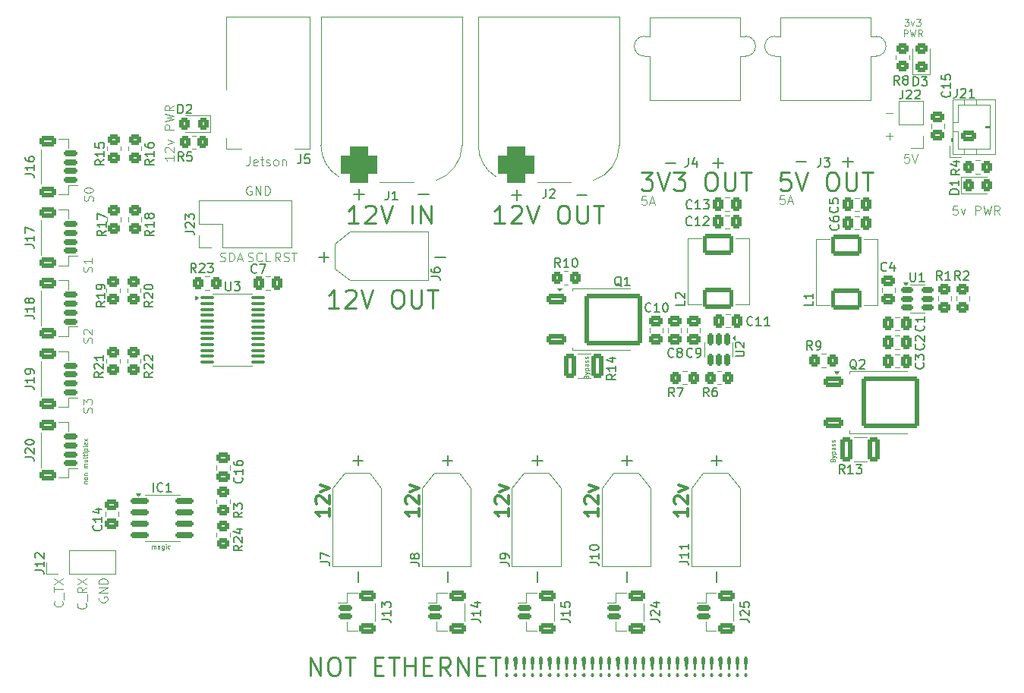
<source format=gto>
%TF.GenerationSoftware,KiCad,Pcbnew,8.0.5+1*%
%TF.CreationDate,2024-10-17T10:57:33-04:00*%
%TF.ProjectId,mainBoard,6d61696e-426f-4617-9264-2e6b69636164,rev?*%
%TF.SameCoordinates,Original*%
%TF.FileFunction,Legend,Top*%
%TF.FilePolarity,Positive*%
%FSLAX46Y46*%
G04 Gerber Fmt 4.6, Leading zero omitted, Abs format (unit mm)*
G04 Created by KiCad (PCBNEW 8.0.5+1) date 2024-10-17 10:57:33*
%MOMM*%
%LPD*%
G01*
G04 APERTURE LIST*
G04 Aperture macros list*
%AMRoundRect*
0 Rectangle with rounded corners*
0 $1 Rounding radius*
0 $2 $3 $4 $5 $6 $7 $8 $9 X,Y pos of 4 corners*
0 Add a 4 corners polygon primitive as box body*
4,1,4,$2,$3,$4,$5,$6,$7,$8,$9,$2,$3,0*
0 Add four circle primitives for the rounded corners*
1,1,$1+$1,$2,$3*
1,1,$1+$1,$4,$5*
1,1,$1+$1,$6,$7*
1,1,$1+$1,$8,$9*
0 Add four rect primitives between the rounded corners*
20,1,$1+$1,$2,$3,$4,$5,0*
20,1,$1+$1,$4,$5,$6,$7,0*
20,1,$1+$1,$6,$7,$8,$9,0*
20,1,$1+$1,$8,$9,$2,$3,0*%
G04 Aperture macros list end*
%ADD10C,0.300000*%
%ADD11C,0.100000*%
%ADD12C,0.250000*%
%ADD13C,0.150000*%
%ADD14C,0.120000*%
%ADD15R,3.800000X3.800000*%
%ADD16C,3.800000*%
%ADD17RoundRect,0.150000X-0.625000X0.150000X-0.625000X-0.150000X0.625000X-0.150000X0.625000X0.150000X0*%
%ADD18RoundRect,0.250000X-0.650000X0.350000X-0.650000X-0.350000X0.650000X-0.350000X0.650000X0.350000X0*%
%ADD19C,4.300000*%
%ADD20R,4.500000X2.000000*%
%ADD21O,4.000000X2.000000*%
%ADD22O,2.000000X4.000000*%
%ADD23RoundRect,0.250000X0.625000X-0.350000X0.625000X0.350000X-0.625000X0.350000X-0.625000X-0.350000X0*%
%ADD24O,1.750000X1.200000*%
%ADD25R,0.900000X2.000000*%
%ADD26RoundRect,1.025000X-1.025000X-1.025000X1.025000X-1.025000X1.025000X1.025000X-1.025000X1.025000X0*%
%ADD27C,4.100000*%
%ADD28RoundRect,0.150000X0.625000X-0.150000X0.625000X0.150000X-0.625000X0.150000X-0.625000X-0.150000X0*%
%ADD29RoundRect,0.250000X0.650000X-0.350000X0.650000X0.350000X-0.650000X0.350000X-0.650000X-0.350000X0*%
%ADD30RoundRect,0.250000X-0.337500X-0.475000X0.337500X-0.475000X0.337500X0.475000X-0.337500X0.475000X0*%
%ADD31RoundRect,0.250000X0.337500X0.475000X-0.337500X0.475000X-0.337500X-0.475000X0.337500X-0.475000X0*%
%ADD32RoundRect,0.250000X0.475000X-0.337500X0.475000X0.337500X-0.475000X0.337500X-0.475000X-0.337500X0*%
%ADD33C,1.400000*%
%ADD34R,3.500000X3.500000*%
%ADD35C,3.500000*%
%ADD36RoundRect,0.250000X-0.350000X-0.450000X0.350000X-0.450000X0.350000X0.450000X-0.350000X0.450000X0*%
%ADD37RoundRect,0.250000X0.450000X-0.350000X0.450000X0.350000X-0.450000X0.350000X-0.450000X-0.350000X0*%
%ADD38RoundRect,0.150000X-0.512500X-0.150000X0.512500X-0.150000X0.512500X0.150000X-0.512500X0.150000X0*%
%ADD39R,1.700000X1.700000*%
%ADD40O,1.700000X1.700000*%
%ADD41RoundRect,0.250000X-0.450000X0.350000X-0.450000X-0.350000X0.450000X-0.350000X0.450000X0.350000X0*%
%ADD42RoundRect,0.150000X-0.150000X0.512500X-0.150000X-0.512500X0.150000X-0.512500X0.150000X0.512500X0*%
%ADD43RoundRect,0.235000X1.465000X-0.940000X1.465000X0.940000X-1.465000X0.940000X-1.465000X-0.940000X0*%
%ADD44RoundRect,0.250000X0.325000X0.450000X-0.325000X0.450000X-0.325000X-0.450000X0.325000X-0.450000X0*%
%ADD45RoundRect,0.250000X-0.850000X-0.350000X0.850000X-0.350000X0.850000X0.350000X-0.850000X0.350000X0*%
%ADD46RoundRect,0.249997X-2.950003X-2.650003X2.950003X-2.650003X2.950003X2.650003X-2.950003X2.650003X0*%
%ADD47RoundRect,0.250000X-0.475000X0.337500X-0.475000X-0.337500X0.475000X-0.337500X0.475000X0.337500X0*%
%ADD48RoundRect,0.250000X0.400000X1.075000X-0.400000X1.075000X-0.400000X-1.075000X0.400000X-1.075000X0*%
%ADD49RoundRect,0.250000X0.350000X0.450000X-0.350000X0.450000X-0.350000X-0.450000X0.350000X-0.450000X0*%
%ADD50RoundRect,0.150000X-0.825000X-0.150000X0.825000X-0.150000X0.825000X0.150000X-0.825000X0.150000X0*%
%ADD51RoundRect,0.250000X0.450000X-0.325000X0.450000X0.325000X-0.450000X0.325000X-0.450000X-0.325000X0*%
%ADD52RoundRect,0.100000X-0.637500X-0.100000X0.637500X-0.100000X0.637500X0.100000X-0.637500X0.100000X0*%
%ADD53RoundRect,0.250000X-0.325000X-0.450000X0.325000X-0.450000X0.325000X0.450000X-0.325000X0.450000X0*%
G04 APERTURE END LIST*
D10*
X89886614Y-74973989D02*
X89886614Y-75831132D01*
X89886614Y-75402561D02*
X88386614Y-75402561D01*
X88386614Y-75402561D02*
X88600900Y-75545418D01*
X88600900Y-75545418D02*
X88743757Y-75688275D01*
X88743757Y-75688275D02*
X88815186Y-75831132D01*
X88529471Y-74402561D02*
X88458043Y-74331133D01*
X88458043Y-74331133D02*
X88386614Y-74188276D01*
X88386614Y-74188276D02*
X88386614Y-73831133D01*
X88386614Y-73831133D02*
X88458043Y-73688276D01*
X88458043Y-73688276D02*
X88529471Y-73616847D01*
X88529471Y-73616847D02*
X88672328Y-73545418D01*
X88672328Y-73545418D02*
X88815186Y-73545418D01*
X88815186Y-73545418D02*
X89029471Y-73616847D01*
X89029471Y-73616847D02*
X89886614Y-74473990D01*
X89886614Y-74473990D02*
X89886614Y-73545418D01*
X88886614Y-73045419D02*
X89886614Y-72688276D01*
X89886614Y-72688276D02*
X88886614Y-72331133D01*
X79886614Y-74973989D02*
X79886614Y-75831132D01*
X79886614Y-75402561D02*
X78386614Y-75402561D01*
X78386614Y-75402561D02*
X78600900Y-75545418D01*
X78600900Y-75545418D02*
X78743757Y-75688275D01*
X78743757Y-75688275D02*
X78815186Y-75831132D01*
X78529471Y-74402561D02*
X78458043Y-74331133D01*
X78458043Y-74331133D02*
X78386614Y-74188276D01*
X78386614Y-74188276D02*
X78386614Y-73831133D01*
X78386614Y-73831133D02*
X78458043Y-73688276D01*
X78458043Y-73688276D02*
X78529471Y-73616847D01*
X78529471Y-73616847D02*
X78672328Y-73545418D01*
X78672328Y-73545418D02*
X78815186Y-73545418D01*
X78815186Y-73545418D02*
X79029471Y-73616847D01*
X79029471Y-73616847D02*
X79886614Y-74473990D01*
X79886614Y-74473990D02*
X79886614Y-73545418D01*
X78886614Y-73045419D02*
X79886614Y-72688276D01*
X79886614Y-72688276D02*
X78886614Y-72331133D01*
X69886614Y-74973989D02*
X69886614Y-75831132D01*
X69886614Y-75402561D02*
X68386614Y-75402561D01*
X68386614Y-75402561D02*
X68600900Y-75545418D01*
X68600900Y-75545418D02*
X68743757Y-75688275D01*
X68743757Y-75688275D02*
X68815186Y-75831132D01*
X68529471Y-74402561D02*
X68458043Y-74331133D01*
X68458043Y-74331133D02*
X68386614Y-74188276D01*
X68386614Y-74188276D02*
X68386614Y-73831133D01*
X68386614Y-73831133D02*
X68458043Y-73688276D01*
X68458043Y-73688276D02*
X68529471Y-73616847D01*
X68529471Y-73616847D02*
X68672328Y-73545418D01*
X68672328Y-73545418D02*
X68815186Y-73545418D01*
X68815186Y-73545418D02*
X69029471Y-73616847D01*
X69029471Y-73616847D02*
X69886614Y-74473990D01*
X69886614Y-74473990D02*
X69886614Y-73545418D01*
X68886614Y-73045419D02*
X69886614Y-72688276D01*
X69886614Y-72688276D02*
X68886614Y-72331133D01*
X59886614Y-74973989D02*
X59886614Y-75831132D01*
X59886614Y-75402561D02*
X58386614Y-75402561D01*
X58386614Y-75402561D02*
X58600900Y-75545418D01*
X58600900Y-75545418D02*
X58743757Y-75688275D01*
X58743757Y-75688275D02*
X58815186Y-75831132D01*
X58529471Y-74402561D02*
X58458043Y-74331133D01*
X58458043Y-74331133D02*
X58386614Y-74188276D01*
X58386614Y-74188276D02*
X58386614Y-73831133D01*
X58386614Y-73831133D02*
X58458043Y-73688276D01*
X58458043Y-73688276D02*
X58529471Y-73616847D01*
X58529471Y-73616847D02*
X58672328Y-73545418D01*
X58672328Y-73545418D02*
X58815186Y-73545418D01*
X58815186Y-73545418D02*
X59029471Y-73616847D01*
X59029471Y-73616847D02*
X59886614Y-74473990D01*
X59886614Y-74473990D02*
X59886614Y-73545418D01*
X58886614Y-73045419D02*
X59886614Y-72688276D01*
X59886614Y-72688276D02*
X58886614Y-72331133D01*
X49886614Y-74973989D02*
X49886614Y-75831132D01*
X49886614Y-75402561D02*
X48386614Y-75402561D01*
X48386614Y-75402561D02*
X48600900Y-75545418D01*
X48600900Y-75545418D02*
X48743757Y-75688275D01*
X48743757Y-75688275D02*
X48815186Y-75831132D01*
X48529471Y-74402561D02*
X48458043Y-74331133D01*
X48458043Y-74331133D02*
X48386614Y-74188276D01*
X48386614Y-74188276D02*
X48386614Y-73831133D01*
X48386614Y-73831133D02*
X48458043Y-73688276D01*
X48458043Y-73688276D02*
X48529471Y-73616847D01*
X48529471Y-73616847D02*
X48672328Y-73545418D01*
X48672328Y-73545418D02*
X48815186Y-73545418D01*
X48815186Y-73545418D02*
X49029471Y-73616847D01*
X49029471Y-73616847D02*
X49886614Y-74473990D01*
X49886614Y-74473990D02*
X49886614Y-73545418D01*
X48886614Y-73045419D02*
X49886614Y-72688276D01*
X49886614Y-72688276D02*
X48886614Y-72331133D01*
D11*
X114092928Y-20359771D02*
X114557214Y-20359771D01*
X114557214Y-20359771D02*
X114307214Y-20645485D01*
X114307214Y-20645485D02*
X114414357Y-20645485D01*
X114414357Y-20645485D02*
X114485786Y-20681199D01*
X114485786Y-20681199D02*
X114521500Y-20716914D01*
X114521500Y-20716914D02*
X114557214Y-20788342D01*
X114557214Y-20788342D02*
X114557214Y-20966914D01*
X114557214Y-20966914D02*
X114521500Y-21038342D01*
X114521500Y-21038342D02*
X114485786Y-21074057D01*
X114485786Y-21074057D02*
X114414357Y-21109771D01*
X114414357Y-21109771D02*
X114200071Y-21109771D01*
X114200071Y-21109771D02*
X114128643Y-21074057D01*
X114128643Y-21074057D02*
X114092928Y-21038342D01*
X114807214Y-20609771D02*
X114985786Y-21109771D01*
X114985786Y-21109771D02*
X115164357Y-20609771D01*
X115378643Y-20359771D02*
X115842929Y-20359771D01*
X115842929Y-20359771D02*
X115592929Y-20645485D01*
X115592929Y-20645485D02*
X115700072Y-20645485D01*
X115700072Y-20645485D02*
X115771501Y-20681199D01*
X115771501Y-20681199D02*
X115807215Y-20716914D01*
X115807215Y-20716914D02*
X115842929Y-20788342D01*
X115842929Y-20788342D02*
X115842929Y-20966914D01*
X115842929Y-20966914D02*
X115807215Y-21038342D01*
X115807215Y-21038342D02*
X115771501Y-21074057D01*
X115771501Y-21074057D02*
X115700072Y-21109771D01*
X115700072Y-21109771D02*
X115485786Y-21109771D01*
X115485786Y-21109771D02*
X115414358Y-21074057D01*
X115414358Y-21074057D02*
X115378643Y-21038342D01*
X113985786Y-22317229D02*
X113985786Y-21567229D01*
X113985786Y-21567229D02*
X114271500Y-21567229D01*
X114271500Y-21567229D02*
X114342929Y-21602943D01*
X114342929Y-21602943D02*
X114378643Y-21638657D01*
X114378643Y-21638657D02*
X114414357Y-21710086D01*
X114414357Y-21710086D02*
X114414357Y-21817229D01*
X114414357Y-21817229D02*
X114378643Y-21888657D01*
X114378643Y-21888657D02*
X114342929Y-21924372D01*
X114342929Y-21924372D02*
X114271500Y-21960086D01*
X114271500Y-21960086D02*
X113985786Y-21960086D01*
X114664357Y-21567229D02*
X114842929Y-22317229D01*
X114842929Y-22317229D02*
X114985786Y-21781515D01*
X114985786Y-21781515D02*
X115128643Y-22317229D01*
X115128643Y-22317229D02*
X115307215Y-21567229D01*
X116021500Y-22317229D02*
X115771500Y-21960086D01*
X115592929Y-22317229D02*
X115592929Y-21567229D01*
X115592929Y-21567229D02*
X115878643Y-21567229D01*
X115878643Y-21567229D02*
X115950072Y-21602943D01*
X115950072Y-21602943D02*
X115985786Y-21638657D01*
X115985786Y-21638657D02*
X116021500Y-21710086D01*
X116021500Y-21710086D02*
X116021500Y-21817229D01*
X116021500Y-21817229D02*
X115985786Y-21888657D01*
X115985786Y-21888657D02*
X115950072Y-21924372D01*
X115950072Y-21924372D02*
X115878643Y-21960086D01*
X115878643Y-21960086D02*
X115592929Y-21960086D01*
X23410586Y-48557949D02*
X23458205Y-48415092D01*
X23458205Y-48415092D02*
X23458205Y-48176997D01*
X23458205Y-48176997D02*
X23410586Y-48081759D01*
X23410586Y-48081759D02*
X23362966Y-48034140D01*
X23362966Y-48034140D02*
X23267728Y-47986521D01*
X23267728Y-47986521D02*
X23172490Y-47986521D01*
X23172490Y-47986521D02*
X23077252Y-48034140D01*
X23077252Y-48034140D02*
X23029633Y-48081759D01*
X23029633Y-48081759D02*
X22982014Y-48176997D01*
X22982014Y-48176997D02*
X22934395Y-48367473D01*
X22934395Y-48367473D02*
X22886776Y-48462711D01*
X22886776Y-48462711D02*
X22839157Y-48510330D01*
X22839157Y-48510330D02*
X22743919Y-48557949D01*
X22743919Y-48557949D02*
X22648681Y-48557949D01*
X22648681Y-48557949D02*
X22553443Y-48510330D01*
X22553443Y-48510330D02*
X22505824Y-48462711D01*
X22505824Y-48462711D02*
X22458205Y-48367473D01*
X22458205Y-48367473D02*
X22458205Y-48129378D01*
X22458205Y-48129378D02*
X22505824Y-47986521D01*
X23458205Y-47034140D02*
X23458205Y-47605568D01*
X23458205Y-47319854D02*
X22458205Y-47319854D01*
X22458205Y-47319854D02*
X22601062Y-47415092D01*
X22601062Y-47415092D02*
X22696300Y-47510330D01*
X22696300Y-47510330D02*
X22743919Y-47605568D01*
X78549990Y-60226119D02*
X78573800Y-60154691D01*
X78573800Y-60154691D02*
X78597609Y-60130881D01*
X78597609Y-60130881D02*
X78645228Y-60107072D01*
X78645228Y-60107072D02*
X78716657Y-60107072D01*
X78716657Y-60107072D02*
X78764276Y-60130881D01*
X78764276Y-60130881D02*
X78788086Y-60154691D01*
X78788086Y-60154691D02*
X78811895Y-60202310D01*
X78811895Y-60202310D02*
X78811895Y-60392786D01*
X78811895Y-60392786D02*
X78311895Y-60392786D01*
X78311895Y-60392786D02*
X78311895Y-60226119D01*
X78311895Y-60226119D02*
X78335705Y-60178500D01*
X78335705Y-60178500D02*
X78359514Y-60154691D01*
X78359514Y-60154691D02*
X78407133Y-60130881D01*
X78407133Y-60130881D02*
X78454752Y-60130881D01*
X78454752Y-60130881D02*
X78502371Y-60154691D01*
X78502371Y-60154691D02*
X78526181Y-60178500D01*
X78526181Y-60178500D02*
X78549990Y-60226119D01*
X78549990Y-60226119D02*
X78549990Y-60392786D01*
X78478562Y-59940405D02*
X78811895Y-59821357D01*
X78478562Y-59702310D02*
X78811895Y-59821357D01*
X78811895Y-59821357D02*
X78930943Y-59868976D01*
X78930943Y-59868976D02*
X78954752Y-59892786D01*
X78954752Y-59892786D02*
X78978562Y-59940405D01*
X78478562Y-59511834D02*
X78978562Y-59511834D01*
X78502371Y-59511834D02*
X78478562Y-59464215D01*
X78478562Y-59464215D02*
X78478562Y-59368977D01*
X78478562Y-59368977D02*
X78502371Y-59321358D01*
X78502371Y-59321358D02*
X78526181Y-59297548D01*
X78526181Y-59297548D02*
X78573800Y-59273739D01*
X78573800Y-59273739D02*
X78716657Y-59273739D01*
X78716657Y-59273739D02*
X78764276Y-59297548D01*
X78764276Y-59297548D02*
X78788086Y-59321358D01*
X78788086Y-59321358D02*
X78811895Y-59368977D01*
X78811895Y-59368977D02*
X78811895Y-59464215D01*
X78811895Y-59464215D02*
X78788086Y-59511834D01*
X78811895Y-58845167D02*
X78549990Y-58845167D01*
X78549990Y-58845167D02*
X78502371Y-58868977D01*
X78502371Y-58868977D02*
X78478562Y-58916596D01*
X78478562Y-58916596D02*
X78478562Y-59011834D01*
X78478562Y-59011834D02*
X78502371Y-59059453D01*
X78788086Y-58845167D02*
X78811895Y-58892786D01*
X78811895Y-58892786D02*
X78811895Y-59011834D01*
X78811895Y-59011834D02*
X78788086Y-59059453D01*
X78788086Y-59059453D02*
X78740466Y-59083262D01*
X78740466Y-59083262D02*
X78692847Y-59083262D01*
X78692847Y-59083262D02*
X78645228Y-59059453D01*
X78645228Y-59059453D02*
X78621419Y-59011834D01*
X78621419Y-59011834D02*
X78621419Y-58892786D01*
X78621419Y-58892786D02*
X78597609Y-58845167D01*
X78788086Y-58630881D02*
X78811895Y-58583262D01*
X78811895Y-58583262D02*
X78811895Y-58488024D01*
X78811895Y-58488024D02*
X78788086Y-58440405D01*
X78788086Y-58440405D02*
X78740466Y-58416596D01*
X78740466Y-58416596D02*
X78716657Y-58416596D01*
X78716657Y-58416596D02*
X78669038Y-58440405D01*
X78669038Y-58440405D02*
X78645228Y-58488024D01*
X78645228Y-58488024D02*
X78645228Y-58559453D01*
X78645228Y-58559453D02*
X78621419Y-58607072D01*
X78621419Y-58607072D02*
X78573800Y-58630881D01*
X78573800Y-58630881D02*
X78549990Y-58630881D01*
X78549990Y-58630881D02*
X78502371Y-58607072D01*
X78502371Y-58607072D02*
X78478562Y-58559453D01*
X78478562Y-58559453D02*
X78478562Y-58488024D01*
X78478562Y-58488024D02*
X78502371Y-58440405D01*
X78788086Y-58226119D02*
X78811895Y-58178500D01*
X78811895Y-58178500D02*
X78811895Y-58083262D01*
X78811895Y-58083262D02*
X78788086Y-58035643D01*
X78788086Y-58035643D02*
X78740466Y-58011834D01*
X78740466Y-58011834D02*
X78716657Y-58011834D01*
X78716657Y-58011834D02*
X78669038Y-58035643D01*
X78669038Y-58035643D02*
X78645228Y-58083262D01*
X78645228Y-58083262D02*
X78645228Y-58154691D01*
X78645228Y-58154691D02*
X78621419Y-58202310D01*
X78621419Y-58202310D02*
X78573800Y-58226119D01*
X78573800Y-58226119D02*
X78549990Y-58226119D01*
X78549990Y-58226119D02*
X78502371Y-58202310D01*
X78502371Y-58202310D02*
X78478562Y-58154691D01*
X78478562Y-58154691D02*
X78478562Y-58083262D01*
X78478562Y-58083262D02*
X78502371Y-58035643D01*
X24255824Y-84836521D02*
X24208205Y-84931759D01*
X24208205Y-84931759D02*
X24208205Y-85074616D01*
X24208205Y-85074616D02*
X24255824Y-85217473D01*
X24255824Y-85217473D02*
X24351062Y-85312711D01*
X24351062Y-85312711D02*
X24446300Y-85360330D01*
X24446300Y-85360330D02*
X24636776Y-85407949D01*
X24636776Y-85407949D02*
X24779633Y-85407949D01*
X24779633Y-85407949D02*
X24970109Y-85360330D01*
X24970109Y-85360330D02*
X25065347Y-85312711D01*
X25065347Y-85312711D02*
X25160586Y-85217473D01*
X25160586Y-85217473D02*
X25208205Y-85074616D01*
X25208205Y-85074616D02*
X25208205Y-84979378D01*
X25208205Y-84979378D02*
X25160586Y-84836521D01*
X25160586Y-84836521D02*
X25112966Y-84788902D01*
X25112966Y-84788902D02*
X24779633Y-84788902D01*
X24779633Y-84788902D02*
X24779633Y-84979378D01*
X25208205Y-84360330D02*
X24208205Y-84360330D01*
X24208205Y-84360330D02*
X25208205Y-83788902D01*
X25208205Y-83788902D02*
X24208205Y-83788902D01*
X25208205Y-83312711D02*
X24208205Y-83312711D01*
X24208205Y-83312711D02*
X24208205Y-83074616D01*
X24208205Y-83074616D02*
X24255824Y-82931759D01*
X24255824Y-82931759D02*
X24351062Y-82836521D01*
X24351062Y-82836521D02*
X24446300Y-82788902D01*
X24446300Y-82788902D02*
X24636776Y-82741283D01*
X24636776Y-82741283D02*
X24779633Y-82741283D01*
X24779633Y-82741283D02*
X24970109Y-82788902D01*
X24970109Y-82788902D02*
X25065347Y-82836521D01*
X25065347Y-82836521D02*
X25160586Y-82931759D01*
X25160586Y-82931759D02*
X25208205Y-83074616D01*
X25208205Y-83074616D02*
X25208205Y-83312711D01*
X22586062Y-72129378D02*
X22919395Y-72129378D01*
X22633681Y-72129378D02*
X22609871Y-72105568D01*
X22609871Y-72105568D02*
X22586062Y-72057949D01*
X22586062Y-72057949D02*
X22586062Y-71986521D01*
X22586062Y-71986521D02*
X22609871Y-71938902D01*
X22609871Y-71938902D02*
X22657490Y-71915092D01*
X22657490Y-71915092D02*
X22919395Y-71915092D01*
X22919395Y-71605568D02*
X22895586Y-71653187D01*
X22895586Y-71653187D02*
X22871776Y-71676997D01*
X22871776Y-71676997D02*
X22824157Y-71700806D01*
X22824157Y-71700806D02*
X22681300Y-71700806D01*
X22681300Y-71700806D02*
X22633681Y-71676997D01*
X22633681Y-71676997D02*
X22609871Y-71653187D01*
X22609871Y-71653187D02*
X22586062Y-71605568D01*
X22586062Y-71605568D02*
X22586062Y-71534140D01*
X22586062Y-71534140D02*
X22609871Y-71486521D01*
X22609871Y-71486521D02*
X22633681Y-71462711D01*
X22633681Y-71462711D02*
X22681300Y-71438902D01*
X22681300Y-71438902D02*
X22824157Y-71438902D01*
X22824157Y-71438902D02*
X22871776Y-71462711D01*
X22871776Y-71462711D02*
X22895586Y-71486521D01*
X22895586Y-71486521D02*
X22919395Y-71534140D01*
X22919395Y-71534140D02*
X22919395Y-71605568D01*
X22586062Y-71224616D02*
X22919395Y-71224616D01*
X22633681Y-71224616D02*
X22609871Y-71200806D01*
X22609871Y-71200806D02*
X22586062Y-71153187D01*
X22586062Y-71153187D02*
X22586062Y-71081759D01*
X22586062Y-71081759D02*
X22609871Y-71034140D01*
X22609871Y-71034140D02*
X22657490Y-71010330D01*
X22657490Y-71010330D02*
X22919395Y-71010330D01*
X22919395Y-70391283D02*
X22586062Y-70391283D01*
X22633681Y-70391283D02*
X22609871Y-70367473D01*
X22609871Y-70367473D02*
X22586062Y-70319854D01*
X22586062Y-70319854D02*
X22586062Y-70248426D01*
X22586062Y-70248426D02*
X22609871Y-70200807D01*
X22609871Y-70200807D02*
X22657490Y-70176997D01*
X22657490Y-70176997D02*
X22919395Y-70176997D01*
X22657490Y-70176997D02*
X22609871Y-70153188D01*
X22609871Y-70153188D02*
X22586062Y-70105569D01*
X22586062Y-70105569D02*
X22586062Y-70034140D01*
X22586062Y-70034140D02*
X22609871Y-69986521D01*
X22609871Y-69986521D02*
X22657490Y-69962711D01*
X22657490Y-69962711D02*
X22919395Y-69962711D01*
X22586062Y-69510330D02*
X22919395Y-69510330D01*
X22586062Y-69724616D02*
X22847966Y-69724616D01*
X22847966Y-69724616D02*
X22895586Y-69700806D01*
X22895586Y-69700806D02*
X22919395Y-69653187D01*
X22919395Y-69653187D02*
X22919395Y-69581759D01*
X22919395Y-69581759D02*
X22895586Y-69534140D01*
X22895586Y-69534140D02*
X22871776Y-69510330D01*
X22919395Y-69200806D02*
X22895586Y-69248425D01*
X22895586Y-69248425D02*
X22847966Y-69272235D01*
X22847966Y-69272235D02*
X22419395Y-69272235D01*
X22586062Y-69081758D02*
X22586062Y-68891282D01*
X22419395Y-69010330D02*
X22847966Y-69010330D01*
X22847966Y-69010330D02*
X22895586Y-68986520D01*
X22895586Y-68986520D02*
X22919395Y-68938901D01*
X22919395Y-68938901D02*
X22919395Y-68891282D01*
X22919395Y-68724616D02*
X22586062Y-68724616D01*
X22419395Y-68724616D02*
X22443205Y-68748425D01*
X22443205Y-68748425D02*
X22467014Y-68724616D01*
X22467014Y-68724616D02*
X22443205Y-68700806D01*
X22443205Y-68700806D02*
X22419395Y-68724616D01*
X22419395Y-68724616D02*
X22467014Y-68724616D01*
X22586062Y-68486521D02*
X23086062Y-68486521D01*
X22609871Y-68486521D02*
X22586062Y-68438902D01*
X22586062Y-68438902D02*
X22586062Y-68343664D01*
X22586062Y-68343664D02*
X22609871Y-68296045D01*
X22609871Y-68296045D02*
X22633681Y-68272235D01*
X22633681Y-68272235D02*
X22681300Y-68248426D01*
X22681300Y-68248426D02*
X22824157Y-68248426D01*
X22824157Y-68248426D02*
X22871776Y-68272235D01*
X22871776Y-68272235D02*
X22895586Y-68296045D01*
X22895586Y-68296045D02*
X22919395Y-68343664D01*
X22919395Y-68343664D02*
X22919395Y-68438902D01*
X22919395Y-68438902D02*
X22895586Y-68486521D01*
X22919395Y-67962711D02*
X22895586Y-68010330D01*
X22895586Y-68010330D02*
X22847966Y-68034140D01*
X22847966Y-68034140D02*
X22419395Y-68034140D01*
X22895586Y-67581759D02*
X22919395Y-67629378D01*
X22919395Y-67629378D02*
X22919395Y-67724616D01*
X22919395Y-67724616D02*
X22895586Y-67772235D01*
X22895586Y-67772235D02*
X22847966Y-67796044D01*
X22847966Y-67796044D02*
X22657490Y-67796044D01*
X22657490Y-67796044D02*
X22609871Y-67772235D01*
X22609871Y-67772235D02*
X22586062Y-67724616D01*
X22586062Y-67724616D02*
X22586062Y-67629378D01*
X22586062Y-67629378D02*
X22609871Y-67581759D01*
X22609871Y-67581759D02*
X22657490Y-67557949D01*
X22657490Y-67557949D02*
X22705109Y-67557949D01*
X22705109Y-67557949D02*
X22752728Y-67796044D01*
X22919395Y-67391283D02*
X22586062Y-67129378D01*
X22586062Y-67391283D02*
X22919395Y-67129378D01*
X100665860Y-39986634D02*
X100189670Y-39986634D01*
X100189670Y-39986634D02*
X100142051Y-40462824D01*
X100142051Y-40462824D02*
X100189670Y-40415205D01*
X100189670Y-40415205D02*
X100284908Y-40367586D01*
X100284908Y-40367586D02*
X100523003Y-40367586D01*
X100523003Y-40367586D02*
X100618241Y-40415205D01*
X100618241Y-40415205D02*
X100665860Y-40462824D01*
X100665860Y-40462824D02*
X100713479Y-40558062D01*
X100713479Y-40558062D02*
X100713479Y-40796157D01*
X100713479Y-40796157D02*
X100665860Y-40891395D01*
X100665860Y-40891395D02*
X100618241Y-40939015D01*
X100618241Y-40939015D02*
X100523003Y-40986634D01*
X100523003Y-40986634D02*
X100284908Y-40986634D01*
X100284908Y-40986634D02*
X100189670Y-40939015D01*
X100189670Y-40939015D02*
X100142051Y-40891395D01*
X101094432Y-40700919D02*
X101570622Y-40700919D01*
X100999194Y-40986634D02*
X101332527Y-39986634D01*
X101332527Y-39986634D02*
X101665860Y-40986634D01*
X23410586Y-64257949D02*
X23458205Y-64115092D01*
X23458205Y-64115092D02*
X23458205Y-63876997D01*
X23458205Y-63876997D02*
X23410586Y-63781759D01*
X23410586Y-63781759D02*
X23362966Y-63734140D01*
X23362966Y-63734140D02*
X23267728Y-63686521D01*
X23267728Y-63686521D02*
X23172490Y-63686521D01*
X23172490Y-63686521D02*
X23077252Y-63734140D01*
X23077252Y-63734140D02*
X23029633Y-63781759D01*
X23029633Y-63781759D02*
X22982014Y-63876997D01*
X22982014Y-63876997D02*
X22934395Y-64067473D01*
X22934395Y-64067473D02*
X22886776Y-64162711D01*
X22886776Y-64162711D02*
X22839157Y-64210330D01*
X22839157Y-64210330D02*
X22743919Y-64257949D01*
X22743919Y-64257949D02*
X22648681Y-64257949D01*
X22648681Y-64257949D02*
X22553443Y-64210330D01*
X22553443Y-64210330D02*
X22505824Y-64162711D01*
X22505824Y-64162711D02*
X22458205Y-64067473D01*
X22458205Y-64067473D02*
X22458205Y-63829378D01*
X22458205Y-63829378D02*
X22505824Y-63686521D01*
X22458205Y-63353187D02*
X22458205Y-62734140D01*
X22458205Y-62734140D02*
X22839157Y-63067473D01*
X22839157Y-63067473D02*
X22839157Y-62924616D01*
X22839157Y-62924616D02*
X22886776Y-62829378D01*
X22886776Y-62829378D02*
X22934395Y-62781759D01*
X22934395Y-62781759D02*
X23029633Y-62734140D01*
X23029633Y-62734140D02*
X23267728Y-62734140D01*
X23267728Y-62734140D02*
X23362966Y-62781759D01*
X23362966Y-62781759D02*
X23410586Y-62829378D01*
X23410586Y-62829378D02*
X23458205Y-62924616D01*
X23458205Y-62924616D02*
X23458205Y-63210330D01*
X23458205Y-63210330D02*
X23410586Y-63305568D01*
X23410586Y-63305568D02*
X23362966Y-63353187D01*
X85265860Y-40086634D02*
X84789670Y-40086634D01*
X84789670Y-40086634D02*
X84742051Y-40562824D01*
X84742051Y-40562824D02*
X84789670Y-40515205D01*
X84789670Y-40515205D02*
X84884908Y-40467586D01*
X84884908Y-40467586D02*
X85123003Y-40467586D01*
X85123003Y-40467586D02*
X85218241Y-40515205D01*
X85218241Y-40515205D02*
X85265860Y-40562824D01*
X85265860Y-40562824D02*
X85313479Y-40658062D01*
X85313479Y-40658062D02*
X85313479Y-40896157D01*
X85313479Y-40896157D02*
X85265860Y-40991395D01*
X85265860Y-40991395D02*
X85218241Y-41039015D01*
X85218241Y-41039015D02*
X85123003Y-41086634D01*
X85123003Y-41086634D02*
X84884908Y-41086634D01*
X84884908Y-41086634D02*
X84789670Y-41039015D01*
X84789670Y-41039015D02*
X84742051Y-40991395D01*
X85694432Y-40800919D02*
X86170622Y-40800919D01*
X85599194Y-41086634D02*
X85932527Y-40086634D01*
X85932527Y-40086634D02*
X86265860Y-41086634D01*
X37742051Y-47339015D02*
X37884908Y-47386634D01*
X37884908Y-47386634D02*
X38123003Y-47386634D01*
X38123003Y-47386634D02*
X38218241Y-47339015D01*
X38218241Y-47339015D02*
X38265860Y-47291395D01*
X38265860Y-47291395D02*
X38313479Y-47196157D01*
X38313479Y-47196157D02*
X38313479Y-47100919D01*
X38313479Y-47100919D02*
X38265860Y-47005681D01*
X38265860Y-47005681D02*
X38218241Y-46958062D01*
X38218241Y-46958062D02*
X38123003Y-46910443D01*
X38123003Y-46910443D02*
X37932527Y-46862824D01*
X37932527Y-46862824D02*
X37837289Y-46815205D01*
X37837289Y-46815205D02*
X37789670Y-46767586D01*
X37789670Y-46767586D02*
X37742051Y-46672348D01*
X37742051Y-46672348D02*
X37742051Y-46577110D01*
X37742051Y-46577110D02*
X37789670Y-46481872D01*
X37789670Y-46481872D02*
X37837289Y-46434253D01*
X37837289Y-46434253D02*
X37932527Y-46386634D01*
X37932527Y-46386634D02*
X38170622Y-46386634D01*
X38170622Y-46386634D02*
X38313479Y-46434253D01*
X38742051Y-47386634D02*
X38742051Y-46386634D01*
X38742051Y-46386634D02*
X38980146Y-46386634D01*
X38980146Y-46386634D02*
X39123003Y-46434253D01*
X39123003Y-46434253D02*
X39218241Y-46529491D01*
X39218241Y-46529491D02*
X39265860Y-46624729D01*
X39265860Y-46624729D02*
X39313479Y-46815205D01*
X39313479Y-46815205D02*
X39313479Y-46958062D01*
X39313479Y-46958062D02*
X39265860Y-47148538D01*
X39265860Y-47148538D02*
X39218241Y-47243776D01*
X39218241Y-47243776D02*
X39123003Y-47339015D01*
X39123003Y-47339015D02*
X38980146Y-47386634D01*
X38980146Y-47386634D02*
X38742051Y-47386634D01*
X39694432Y-47100919D02*
X40170622Y-47100919D01*
X39599194Y-47386634D02*
X39932527Y-46386634D01*
X39932527Y-46386634D02*
X40265860Y-47386634D01*
X114565860Y-35386634D02*
X114089670Y-35386634D01*
X114089670Y-35386634D02*
X114042051Y-35862824D01*
X114042051Y-35862824D02*
X114089670Y-35815205D01*
X114089670Y-35815205D02*
X114184908Y-35767586D01*
X114184908Y-35767586D02*
X114423003Y-35767586D01*
X114423003Y-35767586D02*
X114518241Y-35815205D01*
X114518241Y-35815205D02*
X114565860Y-35862824D01*
X114565860Y-35862824D02*
X114613479Y-35958062D01*
X114613479Y-35958062D02*
X114613479Y-36196157D01*
X114613479Y-36196157D02*
X114565860Y-36291395D01*
X114565860Y-36291395D02*
X114518241Y-36339015D01*
X114518241Y-36339015D02*
X114423003Y-36386634D01*
X114423003Y-36386634D02*
X114184908Y-36386634D01*
X114184908Y-36386634D02*
X114089670Y-36339015D01*
X114089670Y-36339015D02*
X114042051Y-36291395D01*
X114899194Y-35386634D02*
X115232527Y-36386634D01*
X115232527Y-36386634D02*
X115565860Y-35386634D01*
X111989670Y-33405681D02*
X112751575Y-33405681D01*
X112370622Y-33786634D02*
X112370622Y-33024729D01*
X30120622Y-79397824D02*
X30120622Y-79064491D01*
X30120622Y-79112110D02*
X30144432Y-79088300D01*
X30144432Y-79088300D02*
X30192051Y-79064491D01*
X30192051Y-79064491D02*
X30263479Y-79064491D01*
X30263479Y-79064491D02*
X30311098Y-79088300D01*
X30311098Y-79088300D02*
X30334908Y-79135919D01*
X30334908Y-79135919D02*
X30334908Y-79397824D01*
X30334908Y-79135919D02*
X30358717Y-79088300D01*
X30358717Y-79088300D02*
X30406336Y-79064491D01*
X30406336Y-79064491D02*
X30477765Y-79064491D01*
X30477765Y-79064491D02*
X30525384Y-79088300D01*
X30525384Y-79088300D02*
X30549194Y-79135919D01*
X30549194Y-79135919D02*
X30549194Y-79397824D01*
X31001575Y-79397824D02*
X31001575Y-79135919D01*
X31001575Y-79135919D02*
X30977765Y-79088300D01*
X30977765Y-79088300D02*
X30930146Y-79064491D01*
X30930146Y-79064491D02*
X30834908Y-79064491D01*
X30834908Y-79064491D02*
X30787289Y-79088300D01*
X31001575Y-79374015D02*
X30953956Y-79397824D01*
X30953956Y-79397824D02*
X30834908Y-79397824D01*
X30834908Y-79397824D02*
X30787289Y-79374015D01*
X30787289Y-79374015D02*
X30763480Y-79326395D01*
X30763480Y-79326395D02*
X30763480Y-79278776D01*
X30763480Y-79278776D02*
X30787289Y-79231157D01*
X30787289Y-79231157D02*
X30834908Y-79207348D01*
X30834908Y-79207348D02*
X30953956Y-79207348D01*
X30953956Y-79207348D02*
X31001575Y-79183538D01*
X31453956Y-79064491D02*
X31453956Y-79469253D01*
X31453956Y-79469253D02*
X31430146Y-79516872D01*
X31430146Y-79516872D02*
X31406337Y-79540681D01*
X31406337Y-79540681D02*
X31358718Y-79564491D01*
X31358718Y-79564491D02*
X31287289Y-79564491D01*
X31287289Y-79564491D02*
X31239670Y-79540681D01*
X31453956Y-79374015D02*
X31406337Y-79397824D01*
X31406337Y-79397824D02*
X31311099Y-79397824D01*
X31311099Y-79397824D02*
X31263480Y-79374015D01*
X31263480Y-79374015D02*
X31239670Y-79350205D01*
X31239670Y-79350205D02*
X31215861Y-79302586D01*
X31215861Y-79302586D02*
X31215861Y-79159729D01*
X31215861Y-79159729D02*
X31239670Y-79112110D01*
X31239670Y-79112110D02*
X31263480Y-79088300D01*
X31263480Y-79088300D02*
X31311099Y-79064491D01*
X31311099Y-79064491D02*
X31406337Y-79064491D01*
X31406337Y-79064491D02*
X31453956Y-79088300D01*
X31692051Y-79397824D02*
X31692051Y-79064491D01*
X31692051Y-78897824D02*
X31668242Y-78921634D01*
X31668242Y-78921634D02*
X31692051Y-78945443D01*
X31692051Y-78945443D02*
X31715861Y-78921634D01*
X31715861Y-78921634D02*
X31692051Y-78897824D01*
X31692051Y-78897824D02*
X31692051Y-78945443D01*
X32144432Y-79374015D02*
X32096813Y-79397824D01*
X32096813Y-79397824D02*
X32001575Y-79397824D01*
X32001575Y-79397824D02*
X31953956Y-79374015D01*
X31953956Y-79374015D02*
X31930146Y-79350205D01*
X31930146Y-79350205D02*
X31906337Y-79302586D01*
X31906337Y-79302586D02*
X31906337Y-79159729D01*
X31906337Y-79159729D02*
X31930146Y-79112110D01*
X31930146Y-79112110D02*
X31953956Y-79088300D01*
X31953956Y-79088300D02*
X32001575Y-79064491D01*
X32001575Y-79064491D02*
X32096813Y-79064491D01*
X32096813Y-79064491D02*
X32144432Y-79088300D01*
X40842051Y-47339015D02*
X40984908Y-47386634D01*
X40984908Y-47386634D02*
X41223003Y-47386634D01*
X41223003Y-47386634D02*
X41318241Y-47339015D01*
X41318241Y-47339015D02*
X41365860Y-47291395D01*
X41365860Y-47291395D02*
X41413479Y-47196157D01*
X41413479Y-47196157D02*
X41413479Y-47100919D01*
X41413479Y-47100919D02*
X41365860Y-47005681D01*
X41365860Y-47005681D02*
X41318241Y-46958062D01*
X41318241Y-46958062D02*
X41223003Y-46910443D01*
X41223003Y-46910443D02*
X41032527Y-46862824D01*
X41032527Y-46862824D02*
X40937289Y-46815205D01*
X40937289Y-46815205D02*
X40889670Y-46767586D01*
X40889670Y-46767586D02*
X40842051Y-46672348D01*
X40842051Y-46672348D02*
X40842051Y-46577110D01*
X40842051Y-46577110D02*
X40889670Y-46481872D01*
X40889670Y-46481872D02*
X40937289Y-46434253D01*
X40937289Y-46434253D02*
X41032527Y-46386634D01*
X41032527Y-46386634D02*
X41270622Y-46386634D01*
X41270622Y-46386634D02*
X41413479Y-46434253D01*
X42413479Y-47291395D02*
X42365860Y-47339015D01*
X42365860Y-47339015D02*
X42223003Y-47386634D01*
X42223003Y-47386634D02*
X42127765Y-47386634D01*
X42127765Y-47386634D02*
X41984908Y-47339015D01*
X41984908Y-47339015D02*
X41889670Y-47243776D01*
X41889670Y-47243776D02*
X41842051Y-47148538D01*
X41842051Y-47148538D02*
X41794432Y-46958062D01*
X41794432Y-46958062D02*
X41794432Y-46815205D01*
X41794432Y-46815205D02*
X41842051Y-46624729D01*
X41842051Y-46624729D02*
X41889670Y-46529491D01*
X41889670Y-46529491D02*
X41984908Y-46434253D01*
X41984908Y-46434253D02*
X42127765Y-46386634D01*
X42127765Y-46386634D02*
X42223003Y-46386634D01*
X42223003Y-46386634D02*
X42365860Y-46434253D01*
X42365860Y-46434253D02*
X42413479Y-46481872D01*
X43318241Y-47386634D02*
X42842051Y-47386634D01*
X42842051Y-47386634D02*
X42842051Y-46386634D01*
X119965860Y-41186634D02*
X119489670Y-41186634D01*
X119489670Y-41186634D02*
X119442051Y-41662824D01*
X119442051Y-41662824D02*
X119489670Y-41615205D01*
X119489670Y-41615205D02*
X119584908Y-41567586D01*
X119584908Y-41567586D02*
X119823003Y-41567586D01*
X119823003Y-41567586D02*
X119918241Y-41615205D01*
X119918241Y-41615205D02*
X119965860Y-41662824D01*
X119965860Y-41662824D02*
X120013479Y-41758062D01*
X120013479Y-41758062D02*
X120013479Y-41996157D01*
X120013479Y-41996157D02*
X119965860Y-42091395D01*
X119965860Y-42091395D02*
X119918241Y-42139015D01*
X119918241Y-42139015D02*
X119823003Y-42186634D01*
X119823003Y-42186634D02*
X119584908Y-42186634D01*
X119584908Y-42186634D02*
X119489670Y-42139015D01*
X119489670Y-42139015D02*
X119442051Y-42091395D01*
X120346813Y-41519967D02*
X120584908Y-42186634D01*
X120584908Y-42186634D02*
X120823003Y-41519967D01*
X121965861Y-42186634D02*
X121965861Y-41186634D01*
X121965861Y-41186634D02*
X122346813Y-41186634D01*
X122346813Y-41186634D02*
X122442051Y-41234253D01*
X122442051Y-41234253D02*
X122489670Y-41281872D01*
X122489670Y-41281872D02*
X122537289Y-41377110D01*
X122537289Y-41377110D02*
X122537289Y-41519967D01*
X122537289Y-41519967D02*
X122489670Y-41615205D01*
X122489670Y-41615205D02*
X122442051Y-41662824D01*
X122442051Y-41662824D02*
X122346813Y-41710443D01*
X122346813Y-41710443D02*
X121965861Y-41710443D01*
X122870623Y-41186634D02*
X123108718Y-42186634D01*
X123108718Y-42186634D02*
X123299194Y-41472348D01*
X123299194Y-41472348D02*
X123489670Y-42186634D01*
X123489670Y-42186634D02*
X123727766Y-41186634D01*
X124680146Y-42186634D02*
X124346813Y-41710443D01*
X124108718Y-42186634D02*
X124108718Y-41186634D01*
X124108718Y-41186634D02*
X124489670Y-41186634D01*
X124489670Y-41186634D02*
X124584908Y-41234253D01*
X124584908Y-41234253D02*
X124632527Y-41281872D01*
X124632527Y-41281872D02*
X124680146Y-41377110D01*
X124680146Y-41377110D02*
X124680146Y-41519967D01*
X124680146Y-41519967D02*
X124632527Y-41615205D01*
X124632527Y-41615205D02*
X124584908Y-41662824D01*
X124584908Y-41662824D02*
X124489670Y-41710443D01*
X124489670Y-41710443D02*
X124108718Y-41710443D01*
X23510586Y-40657949D02*
X23558205Y-40515092D01*
X23558205Y-40515092D02*
X23558205Y-40276997D01*
X23558205Y-40276997D02*
X23510586Y-40181759D01*
X23510586Y-40181759D02*
X23462966Y-40134140D01*
X23462966Y-40134140D02*
X23367728Y-40086521D01*
X23367728Y-40086521D02*
X23272490Y-40086521D01*
X23272490Y-40086521D02*
X23177252Y-40134140D01*
X23177252Y-40134140D02*
X23129633Y-40181759D01*
X23129633Y-40181759D02*
X23082014Y-40276997D01*
X23082014Y-40276997D02*
X23034395Y-40467473D01*
X23034395Y-40467473D02*
X22986776Y-40562711D01*
X22986776Y-40562711D02*
X22939157Y-40610330D01*
X22939157Y-40610330D02*
X22843919Y-40657949D01*
X22843919Y-40657949D02*
X22748681Y-40657949D01*
X22748681Y-40657949D02*
X22653443Y-40610330D01*
X22653443Y-40610330D02*
X22605824Y-40562711D01*
X22605824Y-40562711D02*
X22558205Y-40467473D01*
X22558205Y-40467473D02*
X22558205Y-40229378D01*
X22558205Y-40229378D02*
X22605824Y-40086521D01*
X22558205Y-39467473D02*
X22558205Y-39372235D01*
X22558205Y-39372235D02*
X22605824Y-39276997D01*
X22605824Y-39276997D02*
X22653443Y-39229378D01*
X22653443Y-39229378D02*
X22748681Y-39181759D01*
X22748681Y-39181759D02*
X22939157Y-39134140D01*
X22939157Y-39134140D02*
X23177252Y-39134140D01*
X23177252Y-39134140D02*
X23367728Y-39181759D01*
X23367728Y-39181759D02*
X23462966Y-39229378D01*
X23462966Y-39229378D02*
X23510586Y-39276997D01*
X23510586Y-39276997D02*
X23558205Y-39372235D01*
X23558205Y-39372235D02*
X23558205Y-39467473D01*
X23558205Y-39467473D02*
X23510586Y-39562711D01*
X23510586Y-39562711D02*
X23462966Y-39610330D01*
X23462966Y-39610330D02*
X23367728Y-39657949D01*
X23367728Y-39657949D02*
X23177252Y-39705568D01*
X23177252Y-39705568D02*
X22939157Y-39705568D01*
X22939157Y-39705568D02*
X22748681Y-39657949D01*
X22748681Y-39657949D02*
X22653443Y-39610330D01*
X22653443Y-39610330D02*
X22605824Y-39562711D01*
X22605824Y-39562711D02*
X22558205Y-39467473D01*
D12*
X50974068Y-52556453D02*
X49831211Y-52556453D01*
X50402639Y-52556453D02*
X50402639Y-50556453D01*
X50402639Y-50556453D02*
X50212163Y-50842167D01*
X50212163Y-50842167D02*
X50021687Y-51032643D01*
X50021687Y-51032643D02*
X49831211Y-51127881D01*
X51735973Y-50746929D02*
X51831211Y-50651691D01*
X51831211Y-50651691D02*
X52021687Y-50556453D01*
X52021687Y-50556453D02*
X52497878Y-50556453D01*
X52497878Y-50556453D02*
X52688354Y-50651691D01*
X52688354Y-50651691D02*
X52783592Y-50746929D01*
X52783592Y-50746929D02*
X52878830Y-50937405D01*
X52878830Y-50937405D02*
X52878830Y-51127881D01*
X52878830Y-51127881D02*
X52783592Y-51413595D01*
X52783592Y-51413595D02*
X51640735Y-52556453D01*
X51640735Y-52556453D02*
X52878830Y-52556453D01*
X53450259Y-50556453D02*
X54116925Y-52556453D01*
X54116925Y-52556453D02*
X54783592Y-50556453D01*
X57355021Y-50556453D02*
X57735974Y-50556453D01*
X57735974Y-50556453D02*
X57926450Y-50651691D01*
X57926450Y-50651691D02*
X58116926Y-50842167D01*
X58116926Y-50842167D02*
X58212164Y-51223119D01*
X58212164Y-51223119D02*
X58212164Y-51889786D01*
X58212164Y-51889786D02*
X58116926Y-52270738D01*
X58116926Y-52270738D02*
X57926450Y-52461215D01*
X57926450Y-52461215D02*
X57735974Y-52556453D01*
X57735974Y-52556453D02*
X57355021Y-52556453D01*
X57355021Y-52556453D02*
X57164545Y-52461215D01*
X57164545Y-52461215D02*
X56974069Y-52270738D01*
X56974069Y-52270738D02*
X56878831Y-51889786D01*
X56878831Y-51889786D02*
X56878831Y-51223119D01*
X56878831Y-51223119D02*
X56974069Y-50842167D01*
X56974069Y-50842167D02*
X57164545Y-50651691D01*
X57164545Y-50651691D02*
X57355021Y-50556453D01*
X59069307Y-50556453D02*
X59069307Y-52175500D01*
X59069307Y-52175500D02*
X59164545Y-52365976D01*
X59164545Y-52365976D02*
X59259783Y-52461215D01*
X59259783Y-52461215D02*
X59450259Y-52556453D01*
X59450259Y-52556453D02*
X59831212Y-52556453D01*
X59831212Y-52556453D02*
X60021688Y-52461215D01*
X60021688Y-52461215D02*
X60116926Y-52365976D01*
X60116926Y-52365976D02*
X60212164Y-52175500D01*
X60212164Y-52175500D02*
X60212164Y-50556453D01*
X60878831Y-50556453D02*
X62021688Y-50556453D01*
X61450259Y-52556453D02*
X61450259Y-50556453D01*
D11*
X111989670Y-30805681D02*
X112751575Y-30805681D01*
D12*
X53174068Y-43156453D02*
X52031211Y-43156453D01*
X52602639Y-43156453D02*
X52602639Y-41156453D01*
X52602639Y-41156453D02*
X52412163Y-41442167D01*
X52412163Y-41442167D02*
X52221687Y-41632643D01*
X52221687Y-41632643D02*
X52031211Y-41727881D01*
X53935973Y-41346929D02*
X54031211Y-41251691D01*
X54031211Y-41251691D02*
X54221687Y-41156453D01*
X54221687Y-41156453D02*
X54697878Y-41156453D01*
X54697878Y-41156453D02*
X54888354Y-41251691D01*
X54888354Y-41251691D02*
X54983592Y-41346929D01*
X54983592Y-41346929D02*
X55078830Y-41537405D01*
X55078830Y-41537405D02*
X55078830Y-41727881D01*
X55078830Y-41727881D02*
X54983592Y-42013595D01*
X54983592Y-42013595D02*
X53840735Y-43156453D01*
X53840735Y-43156453D02*
X55078830Y-43156453D01*
X55650259Y-41156453D02*
X56316925Y-43156453D01*
X56316925Y-43156453D02*
X56983592Y-41156453D01*
X59174069Y-43156453D02*
X59174069Y-41156453D01*
X60126450Y-43156453D02*
X60126450Y-41156453D01*
X60126450Y-41156453D02*
X61269307Y-43156453D01*
X61269307Y-43156453D02*
X61269307Y-41156453D01*
X101278830Y-37456453D02*
X100326449Y-37456453D01*
X100326449Y-37456453D02*
X100231211Y-38408834D01*
X100231211Y-38408834D02*
X100326449Y-38313595D01*
X100326449Y-38313595D02*
X100516925Y-38218357D01*
X100516925Y-38218357D02*
X100993116Y-38218357D01*
X100993116Y-38218357D02*
X101183592Y-38313595D01*
X101183592Y-38313595D02*
X101278830Y-38408834D01*
X101278830Y-38408834D02*
X101374068Y-38599310D01*
X101374068Y-38599310D02*
X101374068Y-39075500D01*
X101374068Y-39075500D02*
X101278830Y-39265976D01*
X101278830Y-39265976D02*
X101183592Y-39361215D01*
X101183592Y-39361215D02*
X100993116Y-39456453D01*
X100993116Y-39456453D02*
X100516925Y-39456453D01*
X100516925Y-39456453D02*
X100326449Y-39361215D01*
X100326449Y-39361215D02*
X100231211Y-39265976D01*
X101945497Y-37456453D02*
X102612163Y-39456453D01*
X102612163Y-39456453D02*
X103278830Y-37456453D01*
X105850259Y-37456453D02*
X106231212Y-37456453D01*
X106231212Y-37456453D02*
X106421688Y-37551691D01*
X106421688Y-37551691D02*
X106612164Y-37742167D01*
X106612164Y-37742167D02*
X106707402Y-38123119D01*
X106707402Y-38123119D02*
X106707402Y-38789786D01*
X106707402Y-38789786D02*
X106612164Y-39170738D01*
X106612164Y-39170738D02*
X106421688Y-39361215D01*
X106421688Y-39361215D02*
X106231212Y-39456453D01*
X106231212Y-39456453D02*
X105850259Y-39456453D01*
X105850259Y-39456453D02*
X105659783Y-39361215D01*
X105659783Y-39361215D02*
X105469307Y-39170738D01*
X105469307Y-39170738D02*
X105374069Y-38789786D01*
X105374069Y-38789786D02*
X105374069Y-38123119D01*
X105374069Y-38123119D02*
X105469307Y-37742167D01*
X105469307Y-37742167D02*
X105659783Y-37551691D01*
X105659783Y-37551691D02*
X105850259Y-37456453D01*
X107564545Y-37456453D02*
X107564545Y-39075500D01*
X107564545Y-39075500D02*
X107659783Y-39265976D01*
X107659783Y-39265976D02*
X107755021Y-39361215D01*
X107755021Y-39361215D02*
X107945497Y-39456453D01*
X107945497Y-39456453D02*
X108326450Y-39456453D01*
X108326450Y-39456453D02*
X108516926Y-39361215D01*
X108516926Y-39361215D02*
X108612164Y-39265976D01*
X108612164Y-39265976D02*
X108707402Y-39075500D01*
X108707402Y-39075500D02*
X108707402Y-37456453D01*
X109374069Y-37456453D02*
X110516926Y-37456453D01*
X109945497Y-39456453D02*
X109945497Y-37456453D01*
D11*
X41213479Y-39034253D02*
X41118241Y-38986634D01*
X41118241Y-38986634D02*
X40975384Y-38986634D01*
X40975384Y-38986634D02*
X40832527Y-39034253D01*
X40832527Y-39034253D02*
X40737289Y-39129491D01*
X40737289Y-39129491D02*
X40689670Y-39224729D01*
X40689670Y-39224729D02*
X40642051Y-39415205D01*
X40642051Y-39415205D02*
X40642051Y-39558062D01*
X40642051Y-39558062D02*
X40689670Y-39748538D01*
X40689670Y-39748538D02*
X40737289Y-39843776D01*
X40737289Y-39843776D02*
X40832527Y-39939015D01*
X40832527Y-39939015D02*
X40975384Y-39986634D01*
X40975384Y-39986634D02*
X41070622Y-39986634D01*
X41070622Y-39986634D02*
X41213479Y-39939015D01*
X41213479Y-39939015D02*
X41261098Y-39891395D01*
X41261098Y-39891395D02*
X41261098Y-39558062D01*
X41261098Y-39558062D02*
X41070622Y-39558062D01*
X41689670Y-39986634D02*
X41689670Y-38986634D01*
X41689670Y-38986634D02*
X42261098Y-39986634D01*
X42261098Y-39986634D02*
X42261098Y-38986634D01*
X42737289Y-39986634D02*
X42737289Y-38986634D01*
X42737289Y-38986634D02*
X42975384Y-38986634D01*
X42975384Y-38986634D02*
X43118241Y-39034253D01*
X43118241Y-39034253D02*
X43213479Y-39129491D01*
X43213479Y-39129491D02*
X43261098Y-39224729D01*
X43261098Y-39224729D02*
X43308717Y-39415205D01*
X43308717Y-39415205D02*
X43308717Y-39558062D01*
X43308717Y-39558062D02*
X43261098Y-39748538D01*
X43261098Y-39748538D02*
X43213479Y-39843776D01*
X43213479Y-39843776D02*
X43118241Y-39939015D01*
X43118241Y-39939015D02*
X42975384Y-39986634D01*
X42975384Y-39986634D02*
X42737289Y-39986634D01*
D12*
X84699754Y-37456453D02*
X85937849Y-37456453D01*
X85937849Y-37456453D02*
X85271182Y-38218357D01*
X85271182Y-38218357D02*
X85556897Y-38218357D01*
X85556897Y-38218357D02*
X85747373Y-38313595D01*
X85747373Y-38313595D02*
X85842611Y-38408834D01*
X85842611Y-38408834D02*
X85937849Y-38599310D01*
X85937849Y-38599310D02*
X85937849Y-39075500D01*
X85937849Y-39075500D02*
X85842611Y-39265976D01*
X85842611Y-39265976D02*
X85747373Y-39361215D01*
X85747373Y-39361215D02*
X85556897Y-39456453D01*
X85556897Y-39456453D02*
X84985468Y-39456453D01*
X84985468Y-39456453D02*
X84794992Y-39361215D01*
X84794992Y-39361215D02*
X84699754Y-39265976D01*
X86509278Y-37456453D02*
X87175944Y-39456453D01*
X87175944Y-39456453D02*
X87842611Y-37456453D01*
X88318802Y-37456453D02*
X89556897Y-37456453D01*
X89556897Y-37456453D02*
X88890230Y-38218357D01*
X88890230Y-38218357D02*
X89175945Y-38218357D01*
X89175945Y-38218357D02*
X89366421Y-38313595D01*
X89366421Y-38313595D02*
X89461659Y-38408834D01*
X89461659Y-38408834D02*
X89556897Y-38599310D01*
X89556897Y-38599310D02*
X89556897Y-39075500D01*
X89556897Y-39075500D02*
X89461659Y-39265976D01*
X89461659Y-39265976D02*
X89366421Y-39361215D01*
X89366421Y-39361215D02*
X89175945Y-39456453D01*
X89175945Y-39456453D02*
X88604516Y-39456453D01*
X88604516Y-39456453D02*
X88414040Y-39361215D01*
X88414040Y-39361215D02*
X88318802Y-39265976D01*
X92318802Y-37456453D02*
X92699755Y-37456453D01*
X92699755Y-37456453D02*
X92890231Y-37551691D01*
X92890231Y-37551691D02*
X93080707Y-37742167D01*
X93080707Y-37742167D02*
X93175945Y-38123119D01*
X93175945Y-38123119D02*
X93175945Y-38789786D01*
X93175945Y-38789786D02*
X93080707Y-39170738D01*
X93080707Y-39170738D02*
X92890231Y-39361215D01*
X92890231Y-39361215D02*
X92699755Y-39456453D01*
X92699755Y-39456453D02*
X92318802Y-39456453D01*
X92318802Y-39456453D02*
X92128326Y-39361215D01*
X92128326Y-39361215D02*
X91937850Y-39170738D01*
X91937850Y-39170738D02*
X91842612Y-38789786D01*
X91842612Y-38789786D02*
X91842612Y-38123119D01*
X91842612Y-38123119D02*
X91937850Y-37742167D01*
X91937850Y-37742167D02*
X92128326Y-37551691D01*
X92128326Y-37551691D02*
X92318802Y-37456453D01*
X94033088Y-37456453D02*
X94033088Y-39075500D01*
X94033088Y-39075500D02*
X94128326Y-39265976D01*
X94128326Y-39265976D02*
X94223564Y-39361215D01*
X94223564Y-39361215D02*
X94414040Y-39456453D01*
X94414040Y-39456453D02*
X94794993Y-39456453D01*
X94794993Y-39456453D02*
X94985469Y-39361215D01*
X94985469Y-39361215D02*
X95080707Y-39265976D01*
X95080707Y-39265976D02*
X95175945Y-39075500D01*
X95175945Y-39075500D02*
X95175945Y-37456453D01*
X95842612Y-37456453D02*
X96985469Y-37456453D01*
X96414040Y-39456453D02*
X96414040Y-37456453D01*
D11*
X44461098Y-47386634D02*
X44127765Y-46910443D01*
X43889670Y-47386634D02*
X43889670Y-46386634D01*
X43889670Y-46386634D02*
X44270622Y-46386634D01*
X44270622Y-46386634D02*
X44365860Y-46434253D01*
X44365860Y-46434253D02*
X44413479Y-46481872D01*
X44413479Y-46481872D02*
X44461098Y-46577110D01*
X44461098Y-46577110D02*
X44461098Y-46719967D01*
X44461098Y-46719967D02*
X44413479Y-46815205D01*
X44413479Y-46815205D02*
X44365860Y-46862824D01*
X44365860Y-46862824D02*
X44270622Y-46910443D01*
X44270622Y-46910443D02*
X43889670Y-46910443D01*
X44842051Y-47339015D02*
X44984908Y-47386634D01*
X44984908Y-47386634D02*
X45223003Y-47386634D01*
X45223003Y-47386634D02*
X45318241Y-47339015D01*
X45318241Y-47339015D02*
X45365860Y-47291395D01*
X45365860Y-47291395D02*
X45413479Y-47196157D01*
X45413479Y-47196157D02*
X45413479Y-47100919D01*
X45413479Y-47100919D02*
X45365860Y-47005681D01*
X45365860Y-47005681D02*
X45318241Y-46958062D01*
X45318241Y-46958062D02*
X45223003Y-46910443D01*
X45223003Y-46910443D02*
X45032527Y-46862824D01*
X45032527Y-46862824D02*
X44937289Y-46815205D01*
X44937289Y-46815205D02*
X44889670Y-46767586D01*
X44889670Y-46767586D02*
X44842051Y-46672348D01*
X44842051Y-46672348D02*
X44842051Y-46577110D01*
X44842051Y-46577110D02*
X44889670Y-46481872D01*
X44889670Y-46481872D02*
X44937289Y-46434253D01*
X44937289Y-46434253D02*
X45032527Y-46386634D01*
X45032527Y-46386634D02*
X45270622Y-46386634D01*
X45270622Y-46386634D02*
X45413479Y-46434253D01*
X45699194Y-46386634D02*
X46270622Y-46386634D01*
X45984908Y-47386634D02*
X45984908Y-46386634D01*
X23410586Y-56457949D02*
X23458205Y-56315092D01*
X23458205Y-56315092D02*
X23458205Y-56076997D01*
X23458205Y-56076997D02*
X23410586Y-55981759D01*
X23410586Y-55981759D02*
X23362966Y-55934140D01*
X23362966Y-55934140D02*
X23267728Y-55886521D01*
X23267728Y-55886521D02*
X23172490Y-55886521D01*
X23172490Y-55886521D02*
X23077252Y-55934140D01*
X23077252Y-55934140D02*
X23029633Y-55981759D01*
X23029633Y-55981759D02*
X22982014Y-56076997D01*
X22982014Y-56076997D02*
X22934395Y-56267473D01*
X22934395Y-56267473D02*
X22886776Y-56362711D01*
X22886776Y-56362711D02*
X22839157Y-56410330D01*
X22839157Y-56410330D02*
X22743919Y-56457949D01*
X22743919Y-56457949D02*
X22648681Y-56457949D01*
X22648681Y-56457949D02*
X22553443Y-56410330D01*
X22553443Y-56410330D02*
X22505824Y-56362711D01*
X22505824Y-56362711D02*
X22458205Y-56267473D01*
X22458205Y-56267473D02*
X22458205Y-56029378D01*
X22458205Y-56029378D02*
X22505824Y-55886521D01*
X22553443Y-55505568D02*
X22505824Y-55457949D01*
X22505824Y-55457949D02*
X22458205Y-55362711D01*
X22458205Y-55362711D02*
X22458205Y-55124616D01*
X22458205Y-55124616D02*
X22505824Y-55029378D01*
X22505824Y-55029378D02*
X22553443Y-54981759D01*
X22553443Y-54981759D02*
X22648681Y-54934140D01*
X22648681Y-54934140D02*
X22743919Y-54934140D01*
X22743919Y-54934140D02*
X22886776Y-54981759D01*
X22886776Y-54981759D02*
X23458205Y-55553187D01*
X23458205Y-55553187D02*
X23458205Y-54934140D01*
D12*
X69474068Y-43156453D02*
X68331211Y-43156453D01*
X68902639Y-43156453D02*
X68902639Y-41156453D01*
X68902639Y-41156453D02*
X68712163Y-41442167D01*
X68712163Y-41442167D02*
X68521687Y-41632643D01*
X68521687Y-41632643D02*
X68331211Y-41727881D01*
X70235973Y-41346929D02*
X70331211Y-41251691D01*
X70331211Y-41251691D02*
X70521687Y-41156453D01*
X70521687Y-41156453D02*
X70997878Y-41156453D01*
X70997878Y-41156453D02*
X71188354Y-41251691D01*
X71188354Y-41251691D02*
X71283592Y-41346929D01*
X71283592Y-41346929D02*
X71378830Y-41537405D01*
X71378830Y-41537405D02*
X71378830Y-41727881D01*
X71378830Y-41727881D02*
X71283592Y-42013595D01*
X71283592Y-42013595D02*
X70140735Y-43156453D01*
X70140735Y-43156453D02*
X71378830Y-43156453D01*
X71950259Y-41156453D02*
X72616925Y-43156453D01*
X72616925Y-43156453D02*
X73283592Y-41156453D01*
X75855021Y-41156453D02*
X76235974Y-41156453D01*
X76235974Y-41156453D02*
X76426450Y-41251691D01*
X76426450Y-41251691D02*
X76616926Y-41442167D01*
X76616926Y-41442167D02*
X76712164Y-41823119D01*
X76712164Y-41823119D02*
X76712164Y-42489786D01*
X76712164Y-42489786D02*
X76616926Y-42870738D01*
X76616926Y-42870738D02*
X76426450Y-43061215D01*
X76426450Y-43061215D02*
X76235974Y-43156453D01*
X76235974Y-43156453D02*
X75855021Y-43156453D01*
X75855021Y-43156453D02*
X75664545Y-43061215D01*
X75664545Y-43061215D02*
X75474069Y-42870738D01*
X75474069Y-42870738D02*
X75378831Y-42489786D01*
X75378831Y-42489786D02*
X75378831Y-41823119D01*
X75378831Y-41823119D02*
X75474069Y-41442167D01*
X75474069Y-41442167D02*
X75664545Y-41251691D01*
X75664545Y-41251691D02*
X75855021Y-41156453D01*
X77569307Y-41156453D02*
X77569307Y-42775500D01*
X77569307Y-42775500D02*
X77664545Y-42965976D01*
X77664545Y-42965976D02*
X77759783Y-43061215D01*
X77759783Y-43061215D02*
X77950259Y-43156453D01*
X77950259Y-43156453D02*
X78331212Y-43156453D01*
X78331212Y-43156453D02*
X78521688Y-43061215D01*
X78521688Y-43061215D02*
X78616926Y-42965976D01*
X78616926Y-42965976D02*
X78712164Y-42775500D01*
X78712164Y-42775500D02*
X78712164Y-41156453D01*
X79378831Y-41156453D02*
X80521688Y-41156453D01*
X79950259Y-43156453D02*
X79950259Y-41156453D01*
D11*
X22712966Y-85488902D02*
X22760586Y-85536521D01*
X22760586Y-85536521D02*
X22808205Y-85679378D01*
X22808205Y-85679378D02*
X22808205Y-85774616D01*
X22808205Y-85774616D02*
X22760586Y-85917473D01*
X22760586Y-85917473D02*
X22665347Y-86012711D01*
X22665347Y-86012711D02*
X22570109Y-86060330D01*
X22570109Y-86060330D02*
X22379633Y-86107949D01*
X22379633Y-86107949D02*
X22236776Y-86107949D01*
X22236776Y-86107949D02*
X22046300Y-86060330D01*
X22046300Y-86060330D02*
X21951062Y-86012711D01*
X21951062Y-86012711D02*
X21855824Y-85917473D01*
X21855824Y-85917473D02*
X21808205Y-85774616D01*
X21808205Y-85774616D02*
X21808205Y-85679378D01*
X21808205Y-85679378D02*
X21855824Y-85536521D01*
X21855824Y-85536521D02*
X21903443Y-85488902D01*
X22903443Y-85298426D02*
X22903443Y-84536521D01*
X22808205Y-83726997D02*
X22332014Y-84060330D01*
X22808205Y-84298425D02*
X21808205Y-84298425D01*
X21808205Y-84298425D02*
X21808205Y-83917473D01*
X21808205Y-83917473D02*
X21855824Y-83822235D01*
X21855824Y-83822235D02*
X21903443Y-83774616D01*
X21903443Y-83774616D02*
X21998681Y-83726997D01*
X21998681Y-83726997D02*
X22141538Y-83726997D01*
X22141538Y-83726997D02*
X22236776Y-83774616D01*
X22236776Y-83774616D02*
X22284395Y-83822235D01*
X22284395Y-83822235D02*
X22332014Y-83917473D01*
X22332014Y-83917473D02*
X22332014Y-84298425D01*
X21808205Y-83393663D02*
X22808205Y-82726997D01*
X21808205Y-82726997D02*
X22808205Y-83393663D01*
D12*
X47776449Y-93556453D02*
X47776449Y-91556453D01*
X47776449Y-91556453D02*
X48919306Y-93556453D01*
X48919306Y-93556453D02*
X48919306Y-91556453D01*
X50252639Y-91556453D02*
X50633592Y-91556453D01*
X50633592Y-91556453D02*
X50824068Y-91651691D01*
X50824068Y-91651691D02*
X51014544Y-91842167D01*
X51014544Y-91842167D02*
X51109782Y-92223119D01*
X51109782Y-92223119D02*
X51109782Y-92889786D01*
X51109782Y-92889786D02*
X51014544Y-93270738D01*
X51014544Y-93270738D02*
X50824068Y-93461215D01*
X50824068Y-93461215D02*
X50633592Y-93556453D01*
X50633592Y-93556453D02*
X50252639Y-93556453D01*
X50252639Y-93556453D02*
X50062163Y-93461215D01*
X50062163Y-93461215D02*
X49871687Y-93270738D01*
X49871687Y-93270738D02*
X49776449Y-92889786D01*
X49776449Y-92889786D02*
X49776449Y-92223119D01*
X49776449Y-92223119D02*
X49871687Y-91842167D01*
X49871687Y-91842167D02*
X50062163Y-91651691D01*
X50062163Y-91651691D02*
X50252639Y-91556453D01*
X51681211Y-91556453D02*
X52824068Y-91556453D01*
X52252639Y-93556453D02*
X52252639Y-91556453D01*
X55014545Y-92508834D02*
X55681212Y-92508834D01*
X55966926Y-93556453D02*
X55014545Y-93556453D01*
X55014545Y-93556453D02*
X55014545Y-91556453D01*
X55014545Y-91556453D02*
X55966926Y-91556453D01*
X56538355Y-91556453D02*
X57681212Y-91556453D01*
X57109783Y-93556453D02*
X57109783Y-91556453D01*
X58347879Y-93556453D02*
X58347879Y-91556453D01*
X58347879Y-92508834D02*
X59490736Y-92508834D01*
X59490736Y-93556453D02*
X59490736Y-91556453D01*
X60443117Y-92508834D02*
X61109784Y-92508834D01*
X61395498Y-93556453D02*
X60443117Y-93556453D01*
X60443117Y-93556453D02*
X60443117Y-91556453D01*
X60443117Y-91556453D02*
X61395498Y-91556453D01*
X63395498Y-93556453D02*
X62728831Y-92604072D01*
X62252641Y-93556453D02*
X62252641Y-91556453D01*
X62252641Y-91556453D02*
X63014546Y-91556453D01*
X63014546Y-91556453D02*
X63205022Y-91651691D01*
X63205022Y-91651691D02*
X63300260Y-91746929D01*
X63300260Y-91746929D02*
X63395498Y-91937405D01*
X63395498Y-91937405D02*
X63395498Y-92223119D01*
X63395498Y-92223119D02*
X63300260Y-92413595D01*
X63300260Y-92413595D02*
X63205022Y-92508834D01*
X63205022Y-92508834D02*
X63014546Y-92604072D01*
X63014546Y-92604072D02*
X62252641Y-92604072D01*
X64252641Y-93556453D02*
X64252641Y-91556453D01*
X64252641Y-91556453D02*
X65395498Y-93556453D01*
X65395498Y-93556453D02*
X65395498Y-91556453D01*
X66347879Y-92508834D02*
X67014546Y-92508834D01*
X67300260Y-93556453D02*
X66347879Y-93556453D01*
X66347879Y-93556453D02*
X66347879Y-91556453D01*
X66347879Y-91556453D02*
X67300260Y-91556453D01*
X67871689Y-91556453D02*
X69014546Y-91556453D01*
X68443117Y-93556453D02*
X68443117Y-91556453D01*
X69681213Y-93365976D02*
X69776451Y-93461215D01*
X69776451Y-93461215D02*
X69681213Y-93556453D01*
X69681213Y-93556453D02*
X69585975Y-93461215D01*
X69585975Y-93461215D02*
X69681213Y-93365976D01*
X69681213Y-93365976D02*
X69681213Y-93556453D01*
X69681213Y-92794548D02*
X69585975Y-91651691D01*
X69585975Y-91651691D02*
X69681213Y-91556453D01*
X69681213Y-91556453D02*
X69776451Y-91651691D01*
X69776451Y-91651691D02*
X69681213Y-92794548D01*
X69681213Y-92794548D02*
X69681213Y-91556453D01*
X70633594Y-93365976D02*
X70728832Y-93461215D01*
X70728832Y-93461215D02*
X70633594Y-93556453D01*
X70633594Y-93556453D02*
X70538356Y-93461215D01*
X70538356Y-93461215D02*
X70633594Y-93365976D01*
X70633594Y-93365976D02*
X70633594Y-93556453D01*
X70633594Y-92794548D02*
X70538356Y-91651691D01*
X70538356Y-91651691D02*
X70633594Y-91556453D01*
X70633594Y-91556453D02*
X70728832Y-91651691D01*
X70728832Y-91651691D02*
X70633594Y-92794548D01*
X70633594Y-92794548D02*
X70633594Y-91556453D01*
X71585975Y-93365976D02*
X71681213Y-93461215D01*
X71681213Y-93461215D02*
X71585975Y-93556453D01*
X71585975Y-93556453D02*
X71490737Y-93461215D01*
X71490737Y-93461215D02*
X71585975Y-93365976D01*
X71585975Y-93365976D02*
X71585975Y-93556453D01*
X71585975Y-92794548D02*
X71490737Y-91651691D01*
X71490737Y-91651691D02*
X71585975Y-91556453D01*
X71585975Y-91556453D02*
X71681213Y-91651691D01*
X71681213Y-91651691D02*
X71585975Y-92794548D01*
X71585975Y-92794548D02*
X71585975Y-91556453D01*
X72538356Y-93365976D02*
X72633594Y-93461215D01*
X72633594Y-93461215D02*
X72538356Y-93556453D01*
X72538356Y-93556453D02*
X72443118Y-93461215D01*
X72443118Y-93461215D02*
X72538356Y-93365976D01*
X72538356Y-93365976D02*
X72538356Y-93556453D01*
X72538356Y-92794548D02*
X72443118Y-91651691D01*
X72443118Y-91651691D02*
X72538356Y-91556453D01*
X72538356Y-91556453D02*
X72633594Y-91651691D01*
X72633594Y-91651691D02*
X72538356Y-92794548D01*
X72538356Y-92794548D02*
X72538356Y-91556453D01*
X73490737Y-93365976D02*
X73585975Y-93461215D01*
X73585975Y-93461215D02*
X73490737Y-93556453D01*
X73490737Y-93556453D02*
X73395499Y-93461215D01*
X73395499Y-93461215D02*
X73490737Y-93365976D01*
X73490737Y-93365976D02*
X73490737Y-93556453D01*
X73490737Y-92794548D02*
X73395499Y-91651691D01*
X73395499Y-91651691D02*
X73490737Y-91556453D01*
X73490737Y-91556453D02*
X73585975Y-91651691D01*
X73585975Y-91651691D02*
X73490737Y-92794548D01*
X73490737Y-92794548D02*
X73490737Y-91556453D01*
X74443118Y-93365976D02*
X74538356Y-93461215D01*
X74538356Y-93461215D02*
X74443118Y-93556453D01*
X74443118Y-93556453D02*
X74347880Y-93461215D01*
X74347880Y-93461215D02*
X74443118Y-93365976D01*
X74443118Y-93365976D02*
X74443118Y-93556453D01*
X74443118Y-92794548D02*
X74347880Y-91651691D01*
X74347880Y-91651691D02*
X74443118Y-91556453D01*
X74443118Y-91556453D02*
X74538356Y-91651691D01*
X74538356Y-91651691D02*
X74443118Y-92794548D01*
X74443118Y-92794548D02*
X74443118Y-91556453D01*
X75395499Y-93365976D02*
X75490737Y-93461215D01*
X75490737Y-93461215D02*
X75395499Y-93556453D01*
X75395499Y-93556453D02*
X75300261Y-93461215D01*
X75300261Y-93461215D02*
X75395499Y-93365976D01*
X75395499Y-93365976D02*
X75395499Y-93556453D01*
X75395499Y-92794548D02*
X75300261Y-91651691D01*
X75300261Y-91651691D02*
X75395499Y-91556453D01*
X75395499Y-91556453D02*
X75490737Y-91651691D01*
X75490737Y-91651691D02*
X75395499Y-92794548D01*
X75395499Y-92794548D02*
X75395499Y-91556453D01*
X76347880Y-93365976D02*
X76443118Y-93461215D01*
X76443118Y-93461215D02*
X76347880Y-93556453D01*
X76347880Y-93556453D02*
X76252642Y-93461215D01*
X76252642Y-93461215D02*
X76347880Y-93365976D01*
X76347880Y-93365976D02*
X76347880Y-93556453D01*
X76347880Y-92794548D02*
X76252642Y-91651691D01*
X76252642Y-91651691D02*
X76347880Y-91556453D01*
X76347880Y-91556453D02*
X76443118Y-91651691D01*
X76443118Y-91651691D02*
X76347880Y-92794548D01*
X76347880Y-92794548D02*
X76347880Y-91556453D01*
X77300261Y-93365976D02*
X77395499Y-93461215D01*
X77395499Y-93461215D02*
X77300261Y-93556453D01*
X77300261Y-93556453D02*
X77205023Y-93461215D01*
X77205023Y-93461215D02*
X77300261Y-93365976D01*
X77300261Y-93365976D02*
X77300261Y-93556453D01*
X77300261Y-92794548D02*
X77205023Y-91651691D01*
X77205023Y-91651691D02*
X77300261Y-91556453D01*
X77300261Y-91556453D02*
X77395499Y-91651691D01*
X77395499Y-91651691D02*
X77300261Y-92794548D01*
X77300261Y-92794548D02*
X77300261Y-91556453D01*
X78252642Y-93365976D02*
X78347880Y-93461215D01*
X78347880Y-93461215D02*
X78252642Y-93556453D01*
X78252642Y-93556453D02*
X78157404Y-93461215D01*
X78157404Y-93461215D02*
X78252642Y-93365976D01*
X78252642Y-93365976D02*
X78252642Y-93556453D01*
X78252642Y-92794548D02*
X78157404Y-91651691D01*
X78157404Y-91651691D02*
X78252642Y-91556453D01*
X78252642Y-91556453D02*
X78347880Y-91651691D01*
X78347880Y-91651691D02*
X78252642Y-92794548D01*
X78252642Y-92794548D02*
X78252642Y-91556453D01*
X79205023Y-93365976D02*
X79300261Y-93461215D01*
X79300261Y-93461215D02*
X79205023Y-93556453D01*
X79205023Y-93556453D02*
X79109785Y-93461215D01*
X79109785Y-93461215D02*
X79205023Y-93365976D01*
X79205023Y-93365976D02*
X79205023Y-93556453D01*
X79205023Y-92794548D02*
X79109785Y-91651691D01*
X79109785Y-91651691D02*
X79205023Y-91556453D01*
X79205023Y-91556453D02*
X79300261Y-91651691D01*
X79300261Y-91651691D02*
X79205023Y-92794548D01*
X79205023Y-92794548D02*
X79205023Y-91556453D01*
X80157404Y-93365976D02*
X80252642Y-93461215D01*
X80252642Y-93461215D02*
X80157404Y-93556453D01*
X80157404Y-93556453D02*
X80062166Y-93461215D01*
X80062166Y-93461215D02*
X80157404Y-93365976D01*
X80157404Y-93365976D02*
X80157404Y-93556453D01*
X80157404Y-92794548D02*
X80062166Y-91651691D01*
X80062166Y-91651691D02*
X80157404Y-91556453D01*
X80157404Y-91556453D02*
X80252642Y-91651691D01*
X80252642Y-91651691D02*
X80157404Y-92794548D01*
X80157404Y-92794548D02*
X80157404Y-91556453D01*
X81109785Y-93365976D02*
X81205023Y-93461215D01*
X81205023Y-93461215D02*
X81109785Y-93556453D01*
X81109785Y-93556453D02*
X81014547Y-93461215D01*
X81014547Y-93461215D02*
X81109785Y-93365976D01*
X81109785Y-93365976D02*
X81109785Y-93556453D01*
X81109785Y-92794548D02*
X81014547Y-91651691D01*
X81014547Y-91651691D02*
X81109785Y-91556453D01*
X81109785Y-91556453D02*
X81205023Y-91651691D01*
X81205023Y-91651691D02*
X81109785Y-92794548D01*
X81109785Y-92794548D02*
X81109785Y-91556453D01*
X82062166Y-93365976D02*
X82157404Y-93461215D01*
X82157404Y-93461215D02*
X82062166Y-93556453D01*
X82062166Y-93556453D02*
X81966928Y-93461215D01*
X81966928Y-93461215D02*
X82062166Y-93365976D01*
X82062166Y-93365976D02*
X82062166Y-93556453D01*
X82062166Y-92794548D02*
X81966928Y-91651691D01*
X81966928Y-91651691D02*
X82062166Y-91556453D01*
X82062166Y-91556453D02*
X82157404Y-91651691D01*
X82157404Y-91651691D02*
X82062166Y-92794548D01*
X82062166Y-92794548D02*
X82062166Y-91556453D01*
X83014547Y-93365976D02*
X83109785Y-93461215D01*
X83109785Y-93461215D02*
X83014547Y-93556453D01*
X83014547Y-93556453D02*
X82919309Y-93461215D01*
X82919309Y-93461215D02*
X83014547Y-93365976D01*
X83014547Y-93365976D02*
X83014547Y-93556453D01*
X83014547Y-92794548D02*
X82919309Y-91651691D01*
X82919309Y-91651691D02*
X83014547Y-91556453D01*
X83014547Y-91556453D02*
X83109785Y-91651691D01*
X83109785Y-91651691D02*
X83014547Y-92794548D01*
X83014547Y-92794548D02*
X83014547Y-91556453D01*
X83966928Y-93365976D02*
X84062166Y-93461215D01*
X84062166Y-93461215D02*
X83966928Y-93556453D01*
X83966928Y-93556453D02*
X83871690Y-93461215D01*
X83871690Y-93461215D02*
X83966928Y-93365976D01*
X83966928Y-93365976D02*
X83966928Y-93556453D01*
X83966928Y-92794548D02*
X83871690Y-91651691D01*
X83871690Y-91651691D02*
X83966928Y-91556453D01*
X83966928Y-91556453D02*
X84062166Y-91651691D01*
X84062166Y-91651691D02*
X83966928Y-92794548D01*
X83966928Y-92794548D02*
X83966928Y-91556453D01*
X84919309Y-93365976D02*
X85014547Y-93461215D01*
X85014547Y-93461215D02*
X84919309Y-93556453D01*
X84919309Y-93556453D02*
X84824071Y-93461215D01*
X84824071Y-93461215D02*
X84919309Y-93365976D01*
X84919309Y-93365976D02*
X84919309Y-93556453D01*
X84919309Y-92794548D02*
X84824071Y-91651691D01*
X84824071Y-91651691D02*
X84919309Y-91556453D01*
X84919309Y-91556453D02*
X85014547Y-91651691D01*
X85014547Y-91651691D02*
X84919309Y-92794548D01*
X84919309Y-92794548D02*
X84919309Y-91556453D01*
X85871690Y-93365976D02*
X85966928Y-93461215D01*
X85966928Y-93461215D02*
X85871690Y-93556453D01*
X85871690Y-93556453D02*
X85776452Y-93461215D01*
X85776452Y-93461215D02*
X85871690Y-93365976D01*
X85871690Y-93365976D02*
X85871690Y-93556453D01*
X85871690Y-92794548D02*
X85776452Y-91651691D01*
X85776452Y-91651691D02*
X85871690Y-91556453D01*
X85871690Y-91556453D02*
X85966928Y-91651691D01*
X85966928Y-91651691D02*
X85871690Y-92794548D01*
X85871690Y-92794548D02*
X85871690Y-91556453D01*
X86824071Y-93365976D02*
X86919309Y-93461215D01*
X86919309Y-93461215D02*
X86824071Y-93556453D01*
X86824071Y-93556453D02*
X86728833Y-93461215D01*
X86728833Y-93461215D02*
X86824071Y-93365976D01*
X86824071Y-93365976D02*
X86824071Y-93556453D01*
X86824071Y-92794548D02*
X86728833Y-91651691D01*
X86728833Y-91651691D02*
X86824071Y-91556453D01*
X86824071Y-91556453D02*
X86919309Y-91651691D01*
X86919309Y-91651691D02*
X86824071Y-92794548D01*
X86824071Y-92794548D02*
X86824071Y-91556453D01*
X87776452Y-93365976D02*
X87871690Y-93461215D01*
X87871690Y-93461215D02*
X87776452Y-93556453D01*
X87776452Y-93556453D02*
X87681214Y-93461215D01*
X87681214Y-93461215D02*
X87776452Y-93365976D01*
X87776452Y-93365976D02*
X87776452Y-93556453D01*
X87776452Y-92794548D02*
X87681214Y-91651691D01*
X87681214Y-91651691D02*
X87776452Y-91556453D01*
X87776452Y-91556453D02*
X87871690Y-91651691D01*
X87871690Y-91651691D02*
X87776452Y-92794548D01*
X87776452Y-92794548D02*
X87776452Y-91556453D01*
X88728833Y-93365976D02*
X88824071Y-93461215D01*
X88824071Y-93461215D02*
X88728833Y-93556453D01*
X88728833Y-93556453D02*
X88633595Y-93461215D01*
X88633595Y-93461215D02*
X88728833Y-93365976D01*
X88728833Y-93365976D02*
X88728833Y-93556453D01*
X88728833Y-92794548D02*
X88633595Y-91651691D01*
X88633595Y-91651691D02*
X88728833Y-91556453D01*
X88728833Y-91556453D02*
X88824071Y-91651691D01*
X88824071Y-91651691D02*
X88728833Y-92794548D01*
X88728833Y-92794548D02*
X88728833Y-91556453D01*
X89681214Y-93365976D02*
X89776452Y-93461215D01*
X89776452Y-93461215D02*
X89681214Y-93556453D01*
X89681214Y-93556453D02*
X89585976Y-93461215D01*
X89585976Y-93461215D02*
X89681214Y-93365976D01*
X89681214Y-93365976D02*
X89681214Y-93556453D01*
X89681214Y-92794548D02*
X89585976Y-91651691D01*
X89585976Y-91651691D02*
X89681214Y-91556453D01*
X89681214Y-91556453D02*
X89776452Y-91651691D01*
X89776452Y-91651691D02*
X89681214Y-92794548D01*
X89681214Y-92794548D02*
X89681214Y-91556453D01*
X90633595Y-93365976D02*
X90728833Y-93461215D01*
X90728833Y-93461215D02*
X90633595Y-93556453D01*
X90633595Y-93556453D02*
X90538357Y-93461215D01*
X90538357Y-93461215D02*
X90633595Y-93365976D01*
X90633595Y-93365976D02*
X90633595Y-93556453D01*
X90633595Y-92794548D02*
X90538357Y-91651691D01*
X90538357Y-91651691D02*
X90633595Y-91556453D01*
X90633595Y-91556453D02*
X90728833Y-91651691D01*
X90728833Y-91651691D02*
X90633595Y-92794548D01*
X90633595Y-92794548D02*
X90633595Y-91556453D01*
X91585976Y-93365976D02*
X91681214Y-93461215D01*
X91681214Y-93461215D02*
X91585976Y-93556453D01*
X91585976Y-93556453D02*
X91490738Y-93461215D01*
X91490738Y-93461215D02*
X91585976Y-93365976D01*
X91585976Y-93365976D02*
X91585976Y-93556453D01*
X91585976Y-92794548D02*
X91490738Y-91651691D01*
X91490738Y-91651691D02*
X91585976Y-91556453D01*
X91585976Y-91556453D02*
X91681214Y-91651691D01*
X91681214Y-91651691D02*
X91585976Y-92794548D01*
X91585976Y-92794548D02*
X91585976Y-91556453D01*
X92538357Y-93365976D02*
X92633595Y-93461215D01*
X92633595Y-93461215D02*
X92538357Y-93556453D01*
X92538357Y-93556453D02*
X92443119Y-93461215D01*
X92443119Y-93461215D02*
X92538357Y-93365976D01*
X92538357Y-93365976D02*
X92538357Y-93556453D01*
X92538357Y-92794548D02*
X92443119Y-91651691D01*
X92443119Y-91651691D02*
X92538357Y-91556453D01*
X92538357Y-91556453D02*
X92633595Y-91651691D01*
X92633595Y-91651691D02*
X92538357Y-92794548D01*
X92538357Y-92794548D02*
X92538357Y-91556453D01*
X93490738Y-93365976D02*
X93585976Y-93461215D01*
X93585976Y-93461215D02*
X93490738Y-93556453D01*
X93490738Y-93556453D02*
X93395500Y-93461215D01*
X93395500Y-93461215D02*
X93490738Y-93365976D01*
X93490738Y-93365976D02*
X93490738Y-93556453D01*
X93490738Y-92794548D02*
X93395500Y-91651691D01*
X93395500Y-91651691D02*
X93490738Y-91556453D01*
X93490738Y-91556453D02*
X93585976Y-91651691D01*
X93585976Y-91651691D02*
X93490738Y-92794548D01*
X93490738Y-92794548D02*
X93490738Y-91556453D01*
X94443119Y-93365976D02*
X94538357Y-93461215D01*
X94538357Y-93461215D02*
X94443119Y-93556453D01*
X94443119Y-93556453D02*
X94347881Y-93461215D01*
X94347881Y-93461215D02*
X94443119Y-93365976D01*
X94443119Y-93365976D02*
X94443119Y-93556453D01*
X94443119Y-92794548D02*
X94347881Y-91651691D01*
X94347881Y-91651691D02*
X94443119Y-91556453D01*
X94443119Y-91556453D02*
X94538357Y-91651691D01*
X94538357Y-91651691D02*
X94443119Y-92794548D01*
X94443119Y-92794548D02*
X94443119Y-91556453D01*
X95395500Y-93365976D02*
X95490738Y-93461215D01*
X95490738Y-93461215D02*
X95395500Y-93556453D01*
X95395500Y-93556453D02*
X95300262Y-93461215D01*
X95300262Y-93461215D02*
X95395500Y-93365976D01*
X95395500Y-93365976D02*
X95395500Y-93556453D01*
X95395500Y-92794548D02*
X95300262Y-91651691D01*
X95300262Y-91651691D02*
X95395500Y-91556453D01*
X95395500Y-91556453D02*
X95490738Y-91651691D01*
X95490738Y-91651691D02*
X95395500Y-92794548D01*
X95395500Y-92794548D02*
X95395500Y-91556453D01*
X96347881Y-93365976D02*
X96443119Y-93461215D01*
X96443119Y-93461215D02*
X96347881Y-93556453D01*
X96347881Y-93556453D02*
X96252643Y-93461215D01*
X96252643Y-93461215D02*
X96347881Y-93365976D01*
X96347881Y-93365976D02*
X96347881Y-93556453D01*
X96347881Y-92794548D02*
X96252643Y-91651691D01*
X96252643Y-91651691D02*
X96347881Y-91556453D01*
X96347881Y-91556453D02*
X96443119Y-91651691D01*
X96443119Y-91651691D02*
X96347881Y-92794548D01*
X96347881Y-92794548D02*
X96347881Y-91556453D01*
D11*
X32558205Y-35586521D02*
X32558205Y-36157949D01*
X32558205Y-35872235D02*
X31558205Y-35872235D01*
X31558205Y-35872235D02*
X31701062Y-35967473D01*
X31701062Y-35967473D02*
X31796300Y-36062711D01*
X31796300Y-36062711D02*
X31843919Y-36157949D01*
X31653443Y-35205568D02*
X31605824Y-35157949D01*
X31605824Y-35157949D02*
X31558205Y-35062711D01*
X31558205Y-35062711D02*
X31558205Y-34824616D01*
X31558205Y-34824616D02*
X31605824Y-34729378D01*
X31605824Y-34729378D02*
X31653443Y-34681759D01*
X31653443Y-34681759D02*
X31748681Y-34634140D01*
X31748681Y-34634140D02*
X31843919Y-34634140D01*
X31843919Y-34634140D02*
X31986776Y-34681759D01*
X31986776Y-34681759D02*
X32558205Y-35253187D01*
X32558205Y-35253187D02*
X32558205Y-34634140D01*
X31891538Y-34300806D02*
X32558205Y-34062711D01*
X32558205Y-34062711D02*
X31891538Y-33824616D01*
X32558205Y-32681758D02*
X31558205Y-32681758D01*
X31558205Y-32681758D02*
X31558205Y-32300806D01*
X31558205Y-32300806D02*
X31605824Y-32205568D01*
X31605824Y-32205568D02*
X31653443Y-32157949D01*
X31653443Y-32157949D02*
X31748681Y-32110330D01*
X31748681Y-32110330D02*
X31891538Y-32110330D01*
X31891538Y-32110330D02*
X31986776Y-32157949D01*
X31986776Y-32157949D02*
X32034395Y-32205568D01*
X32034395Y-32205568D02*
X32082014Y-32300806D01*
X32082014Y-32300806D02*
X32082014Y-32681758D01*
X31558205Y-31776996D02*
X32558205Y-31538901D01*
X32558205Y-31538901D02*
X31843919Y-31348425D01*
X31843919Y-31348425D02*
X32558205Y-31157949D01*
X32558205Y-31157949D02*
X31558205Y-30919854D01*
X32558205Y-29967473D02*
X32082014Y-30300806D01*
X32558205Y-30538901D02*
X31558205Y-30538901D01*
X31558205Y-30538901D02*
X31558205Y-30157949D01*
X31558205Y-30157949D02*
X31605824Y-30062711D01*
X31605824Y-30062711D02*
X31653443Y-30015092D01*
X31653443Y-30015092D02*
X31748681Y-29967473D01*
X31748681Y-29967473D02*
X31891538Y-29967473D01*
X31891538Y-29967473D02*
X31986776Y-30015092D01*
X31986776Y-30015092D02*
X32034395Y-30062711D01*
X32034395Y-30062711D02*
X32082014Y-30157949D01*
X32082014Y-30157949D02*
X32082014Y-30538901D01*
X106049990Y-69526119D02*
X106073800Y-69454691D01*
X106073800Y-69454691D02*
X106097609Y-69430881D01*
X106097609Y-69430881D02*
X106145228Y-69407072D01*
X106145228Y-69407072D02*
X106216657Y-69407072D01*
X106216657Y-69407072D02*
X106264276Y-69430881D01*
X106264276Y-69430881D02*
X106288086Y-69454691D01*
X106288086Y-69454691D02*
X106311895Y-69502310D01*
X106311895Y-69502310D02*
X106311895Y-69692786D01*
X106311895Y-69692786D02*
X105811895Y-69692786D01*
X105811895Y-69692786D02*
X105811895Y-69526119D01*
X105811895Y-69526119D02*
X105835705Y-69478500D01*
X105835705Y-69478500D02*
X105859514Y-69454691D01*
X105859514Y-69454691D02*
X105907133Y-69430881D01*
X105907133Y-69430881D02*
X105954752Y-69430881D01*
X105954752Y-69430881D02*
X106002371Y-69454691D01*
X106002371Y-69454691D02*
X106026181Y-69478500D01*
X106026181Y-69478500D02*
X106049990Y-69526119D01*
X106049990Y-69526119D02*
X106049990Y-69692786D01*
X105978562Y-69240405D02*
X106311895Y-69121357D01*
X105978562Y-69002310D02*
X106311895Y-69121357D01*
X106311895Y-69121357D02*
X106430943Y-69168976D01*
X106430943Y-69168976D02*
X106454752Y-69192786D01*
X106454752Y-69192786D02*
X106478562Y-69240405D01*
X105978562Y-68811834D02*
X106478562Y-68811834D01*
X106002371Y-68811834D02*
X105978562Y-68764215D01*
X105978562Y-68764215D02*
X105978562Y-68668977D01*
X105978562Y-68668977D02*
X106002371Y-68621358D01*
X106002371Y-68621358D02*
X106026181Y-68597548D01*
X106026181Y-68597548D02*
X106073800Y-68573739D01*
X106073800Y-68573739D02*
X106216657Y-68573739D01*
X106216657Y-68573739D02*
X106264276Y-68597548D01*
X106264276Y-68597548D02*
X106288086Y-68621358D01*
X106288086Y-68621358D02*
X106311895Y-68668977D01*
X106311895Y-68668977D02*
X106311895Y-68764215D01*
X106311895Y-68764215D02*
X106288086Y-68811834D01*
X106311895Y-68145167D02*
X106049990Y-68145167D01*
X106049990Y-68145167D02*
X106002371Y-68168977D01*
X106002371Y-68168977D02*
X105978562Y-68216596D01*
X105978562Y-68216596D02*
X105978562Y-68311834D01*
X105978562Y-68311834D02*
X106002371Y-68359453D01*
X106288086Y-68145167D02*
X106311895Y-68192786D01*
X106311895Y-68192786D02*
X106311895Y-68311834D01*
X106311895Y-68311834D02*
X106288086Y-68359453D01*
X106288086Y-68359453D02*
X106240466Y-68383262D01*
X106240466Y-68383262D02*
X106192847Y-68383262D01*
X106192847Y-68383262D02*
X106145228Y-68359453D01*
X106145228Y-68359453D02*
X106121419Y-68311834D01*
X106121419Y-68311834D02*
X106121419Y-68192786D01*
X106121419Y-68192786D02*
X106097609Y-68145167D01*
X106288086Y-67930881D02*
X106311895Y-67883262D01*
X106311895Y-67883262D02*
X106311895Y-67788024D01*
X106311895Y-67788024D02*
X106288086Y-67740405D01*
X106288086Y-67740405D02*
X106240466Y-67716596D01*
X106240466Y-67716596D02*
X106216657Y-67716596D01*
X106216657Y-67716596D02*
X106169038Y-67740405D01*
X106169038Y-67740405D02*
X106145228Y-67788024D01*
X106145228Y-67788024D02*
X106145228Y-67859453D01*
X106145228Y-67859453D02*
X106121419Y-67907072D01*
X106121419Y-67907072D02*
X106073800Y-67930881D01*
X106073800Y-67930881D02*
X106049990Y-67930881D01*
X106049990Y-67930881D02*
X106002371Y-67907072D01*
X106002371Y-67907072D02*
X105978562Y-67859453D01*
X105978562Y-67859453D02*
X105978562Y-67788024D01*
X105978562Y-67788024D02*
X106002371Y-67740405D01*
X106288086Y-67526119D02*
X106311895Y-67478500D01*
X106311895Y-67478500D02*
X106311895Y-67383262D01*
X106311895Y-67383262D02*
X106288086Y-67335643D01*
X106288086Y-67335643D02*
X106240466Y-67311834D01*
X106240466Y-67311834D02*
X106216657Y-67311834D01*
X106216657Y-67311834D02*
X106169038Y-67335643D01*
X106169038Y-67335643D02*
X106145228Y-67383262D01*
X106145228Y-67383262D02*
X106145228Y-67454691D01*
X106145228Y-67454691D02*
X106121419Y-67502310D01*
X106121419Y-67502310D02*
X106073800Y-67526119D01*
X106073800Y-67526119D02*
X106049990Y-67526119D01*
X106049990Y-67526119D02*
X106002371Y-67502310D01*
X106002371Y-67502310D02*
X105978562Y-67454691D01*
X105978562Y-67454691D02*
X105978562Y-67383262D01*
X105978562Y-67383262D02*
X106002371Y-67335643D01*
X20112966Y-85288902D02*
X20160586Y-85336521D01*
X20160586Y-85336521D02*
X20208205Y-85479378D01*
X20208205Y-85479378D02*
X20208205Y-85574616D01*
X20208205Y-85574616D02*
X20160586Y-85717473D01*
X20160586Y-85717473D02*
X20065347Y-85812711D01*
X20065347Y-85812711D02*
X19970109Y-85860330D01*
X19970109Y-85860330D02*
X19779633Y-85907949D01*
X19779633Y-85907949D02*
X19636776Y-85907949D01*
X19636776Y-85907949D02*
X19446300Y-85860330D01*
X19446300Y-85860330D02*
X19351062Y-85812711D01*
X19351062Y-85812711D02*
X19255824Y-85717473D01*
X19255824Y-85717473D02*
X19208205Y-85574616D01*
X19208205Y-85574616D02*
X19208205Y-85479378D01*
X19208205Y-85479378D02*
X19255824Y-85336521D01*
X19255824Y-85336521D02*
X19303443Y-85288902D01*
X20303443Y-85098426D02*
X20303443Y-84336521D01*
X19208205Y-84241282D02*
X19208205Y-83669854D01*
X20208205Y-83955568D02*
X19208205Y-83955568D01*
X19208205Y-83431758D02*
X20208205Y-82765092D01*
X19208205Y-82765092D02*
X20208205Y-83431758D01*
X41023880Y-35686634D02*
X41023880Y-36400919D01*
X41023880Y-36400919D02*
X40976261Y-36543776D01*
X40976261Y-36543776D02*
X40881023Y-36639015D01*
X40881023Y-36639015D02*
X40738166Y-36686634D01*
X40738166Y-36686634D02*
X40642928Y-36686634D01*
X41881023Y-36639015D02*
X41785785Y-36686634D01*
X41785785Y-36686634D02*
X41595309Y-36686634D01*
X41595309Y-36686634D02*
X41500071Y-36639015D01*
X41500071Y-36639015D02*
X41452452Y-36543776D01*
X41452452Y-36543776D02*
X41452452Y-36162824D01*
X41452452Y-36162824D02*
X41500071Y-36067586D01*
X41500071Y-36067586D02*
X41595309Y-36019967D01*
X41595309Y-36019967D02*
X41785785Y-36019967D01*
X41785785Y-36019967D02*
X41881023Y-36067586D01*
X41881023Y-36067586D02*
X41928642Y-36162824D01*
X41928642Y-36162824D02*
X41928642Y-36258062D01*
X41928642Y-36258062D02*
X41452452Y-36353300D01*
X42214357Y-36019967D02*
X42595309Y-36019967D01*
X42357214Y-35686634D02*
X42357214Y-36543776D01*
X42357214Y-36543776D02*
X42404833Y-36639015D01*
X42404833Y-36639015D02*
X42500071Y-36686634D01*
X42500071Y-36686634D02*
X42595309Y-36686634D01*
X42881024Y-36639015D02*
X42976262Y-36686634D01*
X42976262Y-36686634D02*
X43166738Y-36686634D01*
X43166738Y-36686634D02*
X43261976Y-36639015D01*
X43261976Y-36639015D02*
X43309595Y-36543776D01*
X43309595Y-36543776D02*
X43309595Y-36496157D01*
X43309595Y-36496157D02*
X43261976Y-36400919D01*
X43261976Y-36400919D02*
X43166738Y-36353300D01*
X43166738Y-36353300D02*
X43023881Y-36353300D01*
X43023881Y-36353300D02*
X42928643Y-36305681D01*
X42928643Y-36305681D02*
X42881024Y-36210443D01*
X42881024Y-36210443D02*
X42881024Y-36162824D01*
X42881024Y-36162824D02*
X42928643Y-36067586D01*
X42928643Y-36067586D02*
X43023881Y-36019967D01*
X43023881Y-36019967D02*
X43166738Y-36019967D01*
X43166738Y-36019967D02*
X43261976Y-36067586D01*
X43881024Y-36686634D02*
X43785786Y-36639015D01*
X43785786Y-36639015D02*
X43738167Y-36591395D01*
X43738167Y-36591395D02*
X43690548Y-36496157D01*
X43690548Y-36496157D02*
X43690548Y-36210443D01*
X43690548Y-36210443D02*
X43738167Y-36115205D01*
X43738167Y-36115205D02*
X43785786Y-36067586D01*
X43785786Y-36067586D02*
X43881024Y-36019967D01*
X43881024Y-36019967D02*
X44023881Y-36019967D01*
X44023881Y-36019967D02*
X44119119Y-36067586D01*
X44119119Y-36067586D02*
X44166738Y-36115205D01*
X44166738Y-36115205D02*
X44214357Y-36210443D01*
X44214357Y-36210443D02*
X44214357Y-36496157D01*
X44214357Y-36496157D02*
X44166738Y-36591395D01*
X44166738Y-36591395D02*
X44119119Y-36639015D01*
X44119119Y-36639015D02*
X44023881Y-36686634D01*
X44023881Y-36686634D02*
X43881024Y-36686634D01*
X44642929Y-36019967D02*
X44642929Y-36686634D01*
X44642929Y-36115205D02*
X44690548Y-36067586D01*
X44690548Y-36067586D02*
X44785786Y-36019967D01*
X44785786Y-36019967D02*
X44928643Y-36019967D01*
X44928643Y-36019967D02*
X45023881Y-36067586D01*
X45023881Y-36067586D02*
X45071500Y-36162824D01*
X45071500Y-36162824D02*
X45071500Y-36686634D01*
D13*
X61251391Y-49066763D02*
X61965676Y-49066763D01*
X61965676Y-49066763D02*
X62108533Y-49114382D01*
X62108533Y-49114382D02*
X62203772Y-49209620D01*
X62203772Y-49209620D02*
X62251391Y-49352477D01*
X62251391Y-49352477D02*
X62251391Y-49447715D01*
X61251391Y-48162001D02*
X61251391Y-48352477D01*
X61251391Y-48352477D02*
X61299010Y-48447715D01*
X61299010Y-48447715D02*
X61346629Y-48495334D01*
X61346629Y-48495334D02*
X61489486Y-48590572D01*
X61489486Y-48590572D02*
X61679962Y-48638191D01*
X61679962Y-48638191D02*
X62060914Y-48638191D01*
X62060914Y-48638191D02*
X62156152Y-48590572D01*
X62156152Y-48590572D02*
X62203772Y-48542953D01*
X62203772Y-48542953D02*
X62251391Y-48447715D01*
X62251391Y-48447715D02*
X62251391Y-48257239D01*
X62251391Y-48257239D02*
X62203772Y-48162001D01*
X62203772Y-48162001D02*
X62156152Y-48114382D01*
X62156152Y-48114382D02*
X62060914Y-48066763D01*
X62060914Y-48066763D02*
X61822819Y-48066763D01*
X61822819Y-48066763D02*
X61727581Y-48114382D01*
X61727581Y-48114382D02*
X61679962Y-48162001D01*
X61679962Y-48162001D02*
X61632343Y-48257239D01*
X61632343Y-48257239D02*
X61632343Y-48447715D01*
X61632343Y-48447715D02*
X61679962Y-48542953D01*
X61679962Y-48542953D02*
X61727581Y-48590572D01*
X61727581Y-48590572D02*
X61822819Y-48638191D01*
X48733572Y-46889701D02*
X49876430Y-46889701D01*
X49305001Y-47461129D02*
X49305001Y-46318272D01*
X61733572Y-46889701D02*
X62876430Y-46889701D01*
X88954819Y-80859523D02*
X89669104Y-80859523D01*
X89669104Y-80859523D02*
X89811961Y-80907142D01*
X89811961Y-80907142D02*
X89907200Y-81002380D01*
X89907200Y-81002380D02*
X89954819Y-81145237D01*
X89954819Y-81145237D02*
X89954819Y-81240475D01*
X89954819Y-79859523D02*
X89954819Y-80430951D01*
X89954819Y-80145237D02*
X88954819Y-80145237D01*
X88954819Y-80145237D02*
X89097676Y-80240475D01*
X89097676Y-80240475D02*
X89192914Y-80335713D01*
X89192914Y-80335713D02*
X89240533Y-80430951D01*
X89954819Y-78907142D02*
X89954819Y-79478570D01*
X89954819Y-79192856D02*
X88954819Y-79192856D01*
X88954819Y-79192856D02*
X89097676Y-79288094D01*
X89097676Y-79288094D02*
X89192914Y-79383332D01*
X89192914Y-79383332D02*
X89240533Y-79478570D01*
X93114700Y-70149858D02*
X93114700Y-69007001D01*
X93686128Y-69578429D02*
X92543271Y-69578429D01*
X93114700Y-83149858D02*
X93114700Y-82007001D01*
X78954819Y-80959523D02*
X79669104Y-80959523D01*
X79669104Y-80959523D02*
X79811961Y-81007142D01*
X79811961Y-81007142D02*
X79907200Y-81102380D01*
X79907200Y-81102380D02*
X79954819Y-81245237D01*
X79954819Y-81245237D02*
X79954819Y-81340475D01*
X79954819Y-79959523D02*
X79954819Y-80530951D01*
X79954819Y-80245237D02*
X78954819Y-80245237D01*
X78954819Y-80245237D02*
X79097676Y-80340475D01*
X79097676Y-80340475D02*
X79192914Y-80435713D01*
X79192914Y-80435713D02*
X79240533Y-80530951D01*
X78954819Y-79340475D02*
X78954819Y-79245237D01*
X78954819Y-79245237D02*
X79002438Y-79149999D01*
X79002438Y-79149999D02*
X79050057Y-79102380D01*
X79050057Y-79102380D02*
X79145295Y-79054761D01*
X79145295Y-79054761D02*
X79335771Y-79007142D01*
X79335771Y-79007142D02*
X79573866Y-79007142D01*
X79573866Y-79007142D02*
X79764342Y-79054761D01*
X79764342Y-79054761D02*
X79859580Y-79102380D01*
X79859580Y-79102380D02*
X79907200Y-79149999D01*
X79907200Y-79149999D02*
X79954819Y-79245237D01*
X79954819Y-79245237D02*
X79954819Y-79340475D01*
X79954819Y-79340475D02*
X79907200Y-79435713D01*
X79907200Y-79435713D02*
X79859580Y-79483332D01*
X79859580Y-79483332D02*
X79764342Y-79530951D01*
X79764342Y-79530951D02*
X79573866Y-79578570D01*
X79573866Y-79578570D02*
X79335771Y-79578570D01*
X79335771Y-79578570D02*
X79145295Y-79530951D01*
X79145295Y-79530951D02*
X79050057Y-79483332D01*
X79050057Y-79483332D02*
X79002438Y-79435713D01*
X79002438Y-79435713D02*
X78954819Y-79340475D01*
X83114700Y-70149858D02*
X83114700Y-69007001D01*
X83686128Y-69578429D02*
X82543271Y-69578429D01*
X83114700Y-83149858D02*
X83114700Y-82007001D01*
X68954819Y-80983333D02*
X69669104Y-80983333D01*
X69669104Y-80983333D02*
X69811961Y-81030952D01*
X69811961Y-81030952D02*
X69907200Y-81126190D01*
X69907200Y-81126190D02*
X69954819Y-81269047D01*
X69954819Y-81269047D02*
X69954819Y-81364285D01*
X69954819Y-80459523D02*
X69954819Y-80269047D01*
X69954819Y-80269047D02*
X69907200Y-80173809D01*
X69907200Y-80173809D02*
X69859580Y-80126190D01*
X69859580Y-80126190D02*
X69716723Y-80030952D01*
X69716723Y-80030952D02*
X69526247Y-79983333D01*
X69526247Y-79983333D02*
X69145295Y-79983333D01*
X69145295Y-79983333D02*
X69050057Y-80030952D01*
X69050057Y-80030952D02*
X69002438Y-80078571D01*
X69002438Y-80078571D02*
X68954819Y-80173809D01*
X68954819Y-80173809D02*
X68954819Y-80364285D01*
X68954819Y-80364285D02*
X69002438Y-80459523D01*
X69002438Y-80459523D02*
X69050057Y-80507142D01*
X69050057Y-80507142D02*
X69145295Y-80554761D01*
X69145295Y-80554761D02*
X69383390Y-80554761D01*
X69383390Y-80554761D02*
X69478628Y-80507142D01*
X69478628Y-80507142D02*
X69526247Y-80459523D01*
X69526247Y-80459523D02*
X69573866Y-80364285D01*
X69573866Y-80364285D02*
X69573866Y-80173809D01*
X69573866Y-80173809D02*
X69526247Y-80078571D01*
X69526247Y-80078571D02*
X69478628Y-80030952D01*
X69478628Y-80030952D02*
X69383390Y-79983333D01*
X73114700Y-70149858D02*
X73114700Y-69007001D01*
X73686128Y-69578429D02*
X72543271Y-69578429D01*
X73114700Y-83149858D02*
X73114700Y-82007001D01*
X58954819Y-80983333D02*
X59669104Y-80983333D01*
X59669104Y-80983333D02*
X59811961Y-81030952D01*
X59811961Y-81030952D02*
X59907200Y-81126190D01*
X59907200Y-81126190D02*
X59954819Y-81269047D01*
X59954819Y-81269047D02*
X59954819Y-81364285D01*
X59383390Y-80364285D02*
X59335771Y-80459523D01*
X59335771Y-80459523D02*
X59288152Y-80507142D01*
X59288152Y-80507142D02*
X59192914Y-80554761D01*
X59192914Y-80554761D02*
X59145295Y-80554761D01*
X59145295Y-80554761D02*
X59050057Y-80507142D01*
X59050057Y-80507142D02*
X59002438Y-80459523D01*
X59002438Y-80459523D02*
X58954819Y-80364285D01*
X58954819Y-80364285D02*
X58954819Y-80173809D01*
X58954819Y-80173809D02*
X59002438Y-80078571D01*
X59002438Y-80078571D02*
X59050057Y-80030952D01*
X59050057Y-80030952D02*
X59145295Y-79983333D01*
X59145295Y-79983333D02*
X59192914Y-79983333D01*
X59192914Y-79983333D02*
X59288152Y-80030952D01*
X59288152Y-80030952D02*
X59335771Y-80078571D01*
X59335771Y-80078571D02*
X59383390Y-80173809D01*
X59383390Y-80173809D02*
X59383390Y-80364285D01*
X59383390Y-80364285D02*
X59431009Y-80459523D01*
X59431009Y-80459523D02*
X59478628Y-80507142D01*
X59478628Y-80507142D02*
X59573866Y-80554761D01*
X59573866Y-80554761D02*
X59764342Y-80554761D01*
X59764342Y-80554761D02*
X59859580Y-80507142D01*
X59859580Y-80507142D02*
X59907200Y-80459523D01*
X59907200Y-80459523D02*
X59954819Y-80364285D01*
X59954819Y-80364285D02*
X59954819Y-80173809D01*
X59954819Y-80173809D02*
X59907200Y-80078571D01*
X59907200Y-80078571D02*
X59859580Y-80030952D01*
X59859580Y-80030952D02*
X59764342Y-79983333D01*
X59764342Y-79983333D02*
X59573866Y-79983333D01*
X59573866Y-79983333D02*
X59478628Y-80030952D01*
X59478628Y-80030952D02*
X59431009Y-80078571D01*
X59431009Y-80078571D02*
X59383390Y-80173809D01*
X63114700Y-70149858D02*
X63114700Y-69007001D01*
X63686128Y-69578429D02*
X62543271Y-69578429D01*
X63114700Y-83149858D02*
X63114700Y-82007001D01*
X48954819Y-80883333D02*
X49669104Y-80883333D01*
X49669104Y-80883333D02*
X49811961Y-80930952D01*
X49811961Y-80930952D02*
X49907200Y-81026190D01*
X49907200Y-81026190D02*
X49954819Y-81169047D01*
X49954819Y-81169047D02*
X49954819Y-81264285D01*
X48954819Y-80502380D02*
X48954819Y-79835714D01*
X48954819Y-79835714D02*
X49954819Y-80264285D01*
X53114700Y-70149858D02*
X53114700Y-69007001D01*
X53686128Y-69578429D02*
X52543271Y-69578429D01*
X53114700Y-83149858D02*
X53114700Y-82007001D01*
X95754819Y-87309523D02*
X96469104Y-87309523D01*
X96469104Y-87309523D02*
X96611961Y-87357142D01*
X96611961Y-87357142D02*
X96707200Y-87452380D01*
X96707200Y-87452380D02*
X96754819Y-87595237D01*
X96754819Y-87595237D02*
X96754819Y-87690475D01*
X95850057Y-86880951D02*
X95802438Y-86833332D01*
X95802438Y-86833332D02*
X95754819Y-86738094D01*
X95754819Y-86738094D02*
X95754819Y-86499999D01*
X95754819Y-86499999D02*
X95802438Y-86404761D01*
X95802438Y-86404761D02*
X95850057Y-86357142D01*
X95850057Y-86357142D02*
X95945295Y-86309523D01*
X95945295Y-86309523D02*
X96040533Y-86309523D01*
X96040533Y-86309523D02*
X96183390Y-86357142D01*
X96183390Y-86357142D02*
X96754819Y-86928570D01*
X96754819Y-86928570D02*
X96754819Y-86309523D01*
X95754819Y-85404761D02*
X95754819Y-85880951D01*
X95754819Y-85880951D02*
X96231009Y-85928570D01*
X96231009Y-85928570D02*
X96183390Y-85880951D01*
X96183390Y-85880951D02*
X96135771Y-85785713D01*
X96135771Y-85785713D02*
X96135771Y-85547618D01*
X96135771Y-85547618D02*
X96183390Y-85452380D01*
X96183390Y-85452380D02*
X96231009Y-85404761D01*
X96231009Y-85404761D02*
X96326247Y-85357142D01*
X96326247Y-85357142D02*
X96564342Y-85357142D01*
X96564342Y-85357142D02*
X96659580Y-85404761D01*
X96659580Y-85404761D02*
X96707200Y-85452380D01*
X96707200Y-85452380D02*
X96754819Y-85547618D01*
X96754819Y-85547618D02*
X96754819Y-85785713D01*
X96754819Y-85785713D02*
X96707200Y-85880951D01*
X96707200Y-85880951D02*
X96659580Y-85928570D01*
X85754819Y-87309523D02*
X86469104Y-87309523D01*
X86469104Y-87309523D02*
X86611961Y-87357142D01*
X86611961Y-87357142D02*
X86707200Y-87452380D01*
X86707200Y-87452380D02*
X86754819Y-87595237D01*
X86754819Y-87595237D02*
X86754819Y-87690475D01*
X85850057Y-86880951D02*
X85802438Y-86833332D01*
X85802438Y-86833332D02*
X85754819Y-86738094D01*
X85754819Y-86738094D02*
X85754819Y-86499999D01*
X85754819Y-86499999D02*
X85802438Y-86404761D01*
X85802438Y-86404761D02*
X85850057Y-86357142D01*
X85850057Y-86357142D02*
X85945295Y-86309523D01*
X85945295Y-86309523D02*
X86040533Y-86309523D01*
X86040533Y-86309523D02*
X86183390Y-86357142D01*
X86183390Y-86357142D02*
X86754819Y-86928570D01*
X86754819Y-86928570D02*
X86754819Y-86309523D01*
X86088152Y-85452380D02*
X86754819Y-85452380D01*
X85707200Y-85690475D02*
X86421485Y-85928570D01*
X86421485Y-85928570D02*
X86421485Y-85309523D01*
X75754819Y-87309523D02*
X76469104Y-87309523D01*
X76469104Y-87309523D02*
X76611961Y-87357142D01*
X76611961Y-87357142D02*
X76707200Y-87452380D01*
X76707200Y-87452380D02*
X76754819Y-87595237D01*
X76754819Y-87595237D02*
X76754819Y-87690475D01*
X76754819Y-86309523D02*
X76754819Y-86880951D01*
X76754819Y-86595237D02*
X75754819Y-86595237D01*
X75754819Y-86595237D02*
X75897676Y-86690475D01*
X75897676Y-86690475D02*
X75992914Y-86785713D01*
X75992914Y-86785713D02*
X76040533Y-86880951D01*
X75754819Y-85404761D02*
X75754819Y-85880951D01*
X75754819Y-85880951D02*
X76231009Y-85928570D01*
X76231009Y-85928570D02*
X76183390Y-85880951D01*
X76183390Y-85880951D02*
X76135771Y-85785713D01*
X76135771Y-85785713D02*
X76135771Y-85547618D01*
X76135771Y-85547618D02*
X76183390Y-85452380D01*
X76183390Y-85452380D02*
X76231009Y-85404761D01*
X76231009Y-85404761D02*
X76326247Y-85357142D01*
X76326247Y-85357142D02*
X76564342Y-85357142D01*
X76564342Y-85357142D02*
X76659580Y-85404761D01*
X76659580Y-85404761D02*
X76707200Y-85452380D01*
X76707200Y-85452380D02*
X76754819Y-85547618D01*
X76754819Y-85547618D02*
X76754819Y-85785713D01*
X76754819Y-85785713D02*
X76707200Y-85880951D01*
X76707200Y-85880951D02*
X76659580Y-85928570D01*
X65754819Y-87309523D02*
X66469104Y-87309523D01*
X66469104Y-87309523D02*
X66611961Y-87357142D01*
X66611961Y-87357142D02*
X66707200Y-87452380D01*
X66707200Y-87452380D02*
X66754819Y-87595237D01*
X66754819Y-87595237D02*
X66754819Y-87690475D01*
X66754819Y-86309523D02*
X66754819Y-86880951D01*
X66754819Y-86595237D02*
X65754819Y-86595237D01*
X65754819Y-86595237D02*
X65897676Y-86690475D01*
X65897676Y-86690475D02*
X65992914Y-86785713D01*
X65992914Y-86785713D02*
X66040533Y-86880951D01*
X66088152Y-85452380D02*
X66754819Y-85452380D01*
X65707200Y-85690475D02*
X66421485Y-85928570D01*
X66421485Y-85928570D02*
X66421485Y-85309523D01*
X55754819Y-87309523D02*
X56469104Y-87309523D01*
X56469104Y-87309523D02*
X56611961Y-87357142D01*
X56611961Y-87357142D02*
X56707200Y-87452380D01*
X56707200Y-87452380D02*
X56754819Y-87595237D01*
X56754819Y-87595237D02*
X56754819Y-87690475D01*
X56754819Y-86309523D02*
X56754819Y-86880951D01*
X56754819Y-86595237D02*
X55754819Y-86595237D01*
X55754819Y-86595237D02*
X55897676Y-86690475D01*
X55897676Y-86690475D02*
X55992914Y-86785713D01*
X55992914Y-86785713D02*
X56040533Y-86880951D01*
X55754819Y-85976189D02*
X55754819Y-85357142D01*
X55754819Y-85357142D02*
X56135771Y-85690475D01*
X56135771Y-85690475D02*
X56135771Y-85547618D01*
X56135771Y-85547618D02*
X56183390Y-85452380D01*
X56183390Y-85452380D02*
X56231009Y-85404761D01*
X56231009Y-85404761D02*
X56326247Y-85357142D01*
X56326247Y-85357142D02*
X56564342Y-85357142D01*
X56564342Y-85357142D02*
X56659580Y-85404761D01*
X56659580Y-85404761D02*
X56707200Y-85452380D01*
X56707200Y-85452380D02*
X56754819Y-85547618D01*
X56754819Y-85547618D02*
X56754819Y-85833332D01*
X56754819Y-85833332D02*
X56707200Y-85928570D01*
X56707200Y-85928570D02*
X56659580Y-85976189D01*
X46741666Y-35449819D02*
X46741666Y-36164104D01*
X46741666Y-36164104D02*
X46694047Y-36306961D01*
X46694047Y-36306961D02*
X46598809Y-36402200D01*
X46598809Y-36402200D02*
X46455952Y-36449819D01*
X46455952Y-36449819D02*
X46360714Y-36449819D01*
X47694047Y-35449819D02*
X47217857Y-35449819D01*
X47217857Y-35449819D02*
X47170238Y-35926009D01*
X47170238Y-35926009D02*
X47217857Y-35878390D01*
X47217857Y-35878390D02*
X47313095Y-35830771D01*
X47313095Y-35830771D02*
X47551190Y-35830771D01*
X47551190Y-35830771D02*
X47646428Y-35878390D01*
X47646428Y-35878390D02*
X47694047Y-35926009D01*
X47694047Y-35926009D02*
X47741666Y-36021247D01*
X47741666Y-36021247D02*
X47741666Y-36259342D01*
X47741666Y-36259342D02*
X47694047Y-36354580D01*
X47694047Y-36354580D02*
X47646428Y-36402200D01*
X47646428Y-36402200D02*
X47551190Y-36449819D01*
X47551190Y-36449819D02*
X47313095Y-36449819D01*
X47313095Y-36449819D02*
X47217857Y-36402200D01*
X47217857Y-36402200D02*
X47170238Y-36354580D01*
X119917048Y-28108249D02*
X119917048Y-28822534D01*
X119917048Y-28822534D02*
X119869429Y-28965391D01*
X119869429Y-28965391D02*
X119774191Y-29060630D01*
X119774191Y-29060630D02*
X119631334Y-29108249D01*
X119631334Y-29108249D02*
X119536096Y-29108249D01*
X120345620Y-28203487D02*
X120393239Y-28155868D01*
X120393239Y-28155868D02*
X120488477Y-28108249D01*
X120488477Y-28108249D02*
X120726572Y-28108249D01*
X120726572Y-28108249D02*
X120821810Y-28155868D01*
X120821810Y-28155868D02*
X120869429Y-28203487D01*
X120869429Y-28203487D02*
X120917048Y-28298725D01*
X120917048Y-28298725D02*
X120917048Y-28393963D01*
X120917048Y-28393963D02*
X120869429Y-28536820D01*
X120869429Y-28536820D02*
X120298001Y-29108249D01*
X120298001Y-29108249D02*
X120917048Y-29108249D01*
X121869429Y-29108249D02*
X121298001Y-29108249D01*
X121583715Y-29108249D02*
X121583715Y-28108249D01*
X121583715Y-28108249D02*
X121488477Y-28251106D01*
X121488477Y-28251106D02*
X121393239Y-28346344D01*
X121393239Y-28346344D02*
X121298001Y-28393963D01*
X74067760Y-39308249D02*
X74067760Y-40022534D01*
X74067760Y-40022534D02*
X74020141Y-40165391D01*
X74020141Y-40165391D02*
X73924903Y-40260630D01*
X73924903Y-40260630D02*
X73782046Y-40308249D01*
X73782046Y-40308249D02*
X73686808Y-40308249D01*
X74496332Y-39403487D02*
X74543951Y-39355868D01*
X74543951Y-39355868D02*
X74639189Y-39308249D01*
X74639189Y-39308249D02*
X74877284Y-39308249D01*
X74877284Y-39308249D02*
X74972522Y-39355868D01*
X74972522Y-39355868D02*
X75020141Y-39403487D01*
X75020141Y-39403487D02*
X75067760Y-39498725D01*
X75067760Y-39498725D02*
X75067760Y-39593963D01*
X75067760Y-39593963D02*
X75020141Y-39736820D01*
X75020141Y-39736820D02*
X74448713Y-40308249D01*
X74448713Y-40308249D02*
X75067760Y-40308249D01*
X77529665Y-39968130D02*
X78672523Y-39968130D01*
X70229665Y-39968130D02*
X71372523Y-39968130D01*
X70801094Y-40539558D02*
X70801094Y-39396701D01*
X15979819Y-37614523D02*
X16694104Y-37614523D01*
X16694104Y-37614523D02*
X16836961Y-37662142D01*
X16836961Y-37662142D02*
X16932200Y-37757380D01*
X16932200Y-37757380D02*
X16979819Y-37900237D01*
X16979819Y-37900237D02*
X16979819Y-37995475D01*
X16979819Y-36614523D02*
X16979819Y-37185951D01*
X16979819Y-36900237D02*
X15979819Y-36900237D01*
X15979819Y-36900237D02*
X16122676Y-36995475D01*
X16122676Y-36995475D02*
X16217914Y-37090713D01*
X16217914Y-37090713D02*
X16265533Y-37185951D01*
X15979819Y-35757380D02*
X15979819Y-35947856D01*
X15979819Y-35947856D02*
X16027438Y-36043094D01*
X16027438Y-36043094D02*
X16075057Y-36090713D01*
X16075057Y-36090713D02*
X16217914Y-36185951D01*
X16217914Y-36185951D02*
X16408390Y-36233570D01*
X16408390Y-36233570D02*
X16789342Y-36233570D01*
X16789342Y-36233570D02*
X16884580Y-36185951D01*
X16884580Y-36185951D02*
X16932200Y-36138332D01*
X16932200Y-36138332D02*
X16979819Y-36043094D01*
X16979819Y-36043094D02*
X16979819Y-35852618D01*
X16979819Y-35852618D02*
X16932200Y-35757380D01*
X16932200Y-35757380D02*
X16884580Y-35709761D01*
X16884580Y-35709761D02*
X16789342Y-35662142D01*
X16789342Y-35662142D02*
X16551247Y-35662142D01*
X16551247Y-35662142D02*
X16456009Y-35709761D01*
X16456009Y-35709761D02*
X16408390Y-35757380D01*
X16408390Y-35757380D02*
X16360771Y-35852618D01*
X16360771Y-35852618D02*
X16360771Y-36043094D01*
X16360771Y-36043094D02*
X16408390Y-36138332D01*
X16408390Y-36138332D02*
X16456009Y-36185951D01*
X16456009Y-36185951D02*
X16551247Y-36233570D01*
X106594580Y-41301666D02*
X106642200Y-41349285D01*
X106642200Y-41349285D02*
X106689819Y-41492142D01*
X106689819Y-41492142D02*
X106689819Y-41587380D01*
X106689819Y-41587380D02*
X106642200Y-41730237D01*
X106642200Y-41730237D02*
X106546961Y-41825475D01*
X106546961Y-41825475D02*
X106451723Y-41873094D01*
X106451723Y-41873094D02*
X106261247Y-41920713D01*
X106261247Y-41920713D02*
X106118390Y-41920713D01*
X106118390Y-41920713D02*
X105927914Y-41873094D01*
X105927914Y-41873094D02*
X105832676Y-41825475D01*
X105832676Y-41825475D02*
X105737438Y-41730237D01*
X105737438Y-41730237D02*
X105689819Y-41587380D01*
X105689819Y-41587380D02*
X105689819Y-41492142D01*
X105689819Y-41492142D02*
X105737438Y-41349285D01*
X105737438Y-41349285D02*
X105785057Y-41301666D01*
X105689819Y-40396904D02*
X105689819Y-40873094D01*
X105689819Y-40873094D02*
X106166009Y-40920713D01*
X106166009Y-40920713D02*
X106118390Y-40873094D01*
X106118390Y-40873094D02*
X106070771Y-40777856D01*
X106070771Y-40777856D02*
X106070771Y-40539761D01*
X106070771Y-40539761D02*
X106118390Y-40444523D01*
X106118390Y-40444523D02*
X106166009Y-40396904D01*
X106166009Y-40396904D02*
X106261247Y-40349285D01*
X106261247Y-40349285D02*
X106499342Y-40349285D01*
X106499342Y-40349285D02*
X106594580Y-40396904D01*
X106594580Y-40396904D02*
X106642200Y-40444523D01*
X106642200Y-40444523D02*
X106689819Y-40539761D01*
X106689819Y-40539761D02*
X106689819Y-40777856D01*
X106689819Y-40777856D02*
X106642200Y-40873094D01*
X106642200Y-40873094D02*
X106594580Y-40920713D01*
X116161151Y-58716667D02*
X116208771Y-58764286D01*
X116208771Y-58764286D02*
X116256390Y-58907143D01*
X116256390Y-58907143D02*
X116256390Y-59002381D01*
X116256390Y-59002381D02*
X116208771Y-59145238D01*
X116208771Y-59145238D02*
X116113532Y-59240476D01*
X116113532Y-59240476D02*
X116018294Y-59288095D01*
X116018294Y-59288095D02*
X115827818Y-59335714D01*
X115827818Y-59335714D02*
X115684961Y-59335714D01*
X115684961Y-59335714D02*
X115494485Y-59288095D01*
X115494485Y-59288095D02*
X115399247Y-59240476D01*
X115399247Y-59240476D02*
X115304009Y-59145238D01*
X115304009Y-59145238D02*
X115256390Y-59002381D01*
X115256390Y-59002381D02*
X115256390Y-58907143D01*
X115256390Y-58907143D02*
X115304009Y-58764286D01*
X115304009Y-58764286D02*
X115351628Y-58716667D01*
X115256390Y-58383333D02*
X115256390Y-57764286D01*
X115256390Y-57764286D02*
X115637342Y-58097619D01*
X115637342Y-58097619D02*
X115637342Y-57954762D01*
X115637342Y-57954762D02*
X115684961Y-57859524D01*
X115684961Y-57859524D02*
X115732580Y-57811905D01*
X115732580Y-57811905D02*
X115827818Y-57764286D01*
X115827818Y-57764286D02*
X116065913Y-57764286D01*
X116065913Y-57764286D02*
X116161151Y-57811905D01*
X116161151Y-57811905D02*
X116208771Y-57859524D01*
X116208771Y-57859524D02*
X116256390Y-57954762D01*
X116256390Y-57954762D02*
X116256390Y-58240476D01*
X116256390Y-58240476D02*
X116208771Y-58335714D01*
X116208771Y-58335714D02*
X116161151Y-58383333D01*
X106654580Y-43291666D02*
X106702200Y-43339285D01*
X106702200Y-43339285D02*
X106749819Y-43482142D01*
X106749819Y-43482142D02*
X106749819Y-43577380D01*
X106749819Y-43577380D02*
X106702200Y-43720237D01*
X106702200Y-43720237D02*
X106606961Y-43815475D01*
X106606961Y-43815475D02*
X106511723Y-43863094D01*
X106511723Y-43863094D02*
X106321247Y-43910713D01*
X106321247Y-43910713D02*
X106178390Y-43910713D01*
X106178390Y-43910713D02*
X105987914Y-43863094D01*
X105987914Y-43863094D02*
X105892676Y-43815475D01*
X105892676Y-43815475D02*
X105797438Y-43720237D01*
X105797438Y-43720237D02*
X105749819Y-43577380D01*
X105749819Y-43577380D02*
X105749819Y-43482142D01*
X105749819Y-43482142D02*
X105797438Y-43339285D01*
X105797438Y-43339285D02*
X105845057Y-43291666D01*
X105749819Y-42434523D02*
X105749819Y-42624999D01*
X105749819Y-42624999D02*
X105797438Y-42720237D01*
X105797438Y-42720237D02*
X105845057Y-42767856D01*
X105845057Y-42767856D02*
X105987914Y-42863094D01*
X105987914Y-42863094D02*
X106178390Y-42910713D01*
X106178390Y-42910713D02*
X106559342Y-42910713D01*
X106559342Y-42910713D02*
X106654580Y-42863094D01*
X106654580Y-42863094D02*
X106702200Y-42815475D01*
X106702200Y-42815475D02*
X106749819Y-42720237D01*
X106749819Y-42720237D02*
X106749819Y-42529761D01*
X106749819Y-42529761D02*
X106702200Y-42434523D01*
X106702200Y-42434523D02*
X106654580Y-42386904D01*
X106654580Y-42386904D02*
X106559342Y-42339285D01*
X106559342Y-42339285D02*
X106321247Y-42339285D01*
X106321247Y-42339285D02*
X106226009Y-42386904D01*
X106226009Y-42386904D02*
X106178390Y-42434523D01*
X106178390Y-42434523D02*
X106130771Y-42529761D01*
X106130771Y-42529761D02*
X106130771Y-42720237D01*
X106130771Y-42720237D02*
X106178390Y-42815475D01*
X106178390Y-42815475D02*
X106226009Y-42863094D01*
X106226009Y-42863094D02*
X106321247Y-42910713D01*
X88304427Y-57983010D02*
X88256808Y-58030630D01*
X88256808Y-58030630D02*
X88113951Y-58078249D01*
X88113951Y-58078249D02*
X88018713Y-58078249D01*
X88018713Y-58078249D02*
X87875856Y-58030630D01*
X87875856Y-58030630D02*
X87780618Y-57935391D01*
X87780618Y-57935391D02*
X87732999Y-57840153D01*
X87732999Y-57840153D02*
X87685380Y-57649677D01*
X87685380Y-57649677D02*
X87685380Y-57506820D01*
X87685380Y-57506820D02*
X87732999Y-57316344D01*
X87732999Y-57316344D02*
X87780618Y-57221106D01*
X87780618Y-57221106D02*
X87875856Y-57125868D01*
X87875856Y-57125868D02*
X88018713Y-57078249D01*
X88018713Y-57078249D02*
X88113951Y-57078249D01*
X88113951Y-57078249D02*
X88256808Y-57125868D01*
X88256808Y-57125868D02*
X88304427Y-57173487D01*
X88875856Y-57506820D02*
X88780618Y-57459201D01*
X88780618Y-57459201D02*
X88732999Y-57411582D01*
X88732999Y-57411582D02*
X88685380Y-57316344D01*
X88685380Y-57316344D02*
X88685380Y-57268725D01*
X88685380Y-57268725D02*
X88732999Y-57173487D01*
X88732999Y-57173487D02*
X88780618Y-57125868D01*
X88780618Y-57125868D02*
X88875856Y-57078249D01*
X88875856Y-57078249D02*
X89066332Y-57078249D01*
X89066332Y-57078249D02*
X89161570Y-57125868D01*
X89161570Y-57125868D02*
X89209189Y-57173487D01*
X89209189Y-57173487D02*
X89256808Y-57268725D01*
X89256808Y-57268725D02*
X89256808Y-57316344D01*
X89256808Y-57316344D02*
X89209189Y-57411582D01*
X89209189Y-57411582D02*
X89161570Y-57459201D01*
X89161570Y-57459201D02*
X89066332Y-57506820D01*
X89066332Y-57506820D02*
X88875856Y-57506820D01*
X88875856Y-57506820D02*
X88780618Y-57554439D01*
X88780618Y-57554439D02*
X88732999Y-57602058D01*
X88732999Y-57602058D02*
X88685380Y-57697296D01*
X88685380Y-57697296D02*
X88685380Y-57887772D01*
X88685380Y-57887772D02*
X88732999Y-57983010D01*
X88732999Y-57983010D02*
X88780618Y-58030630D01*
X88780618Y-58030630D02*
X88875856Y-58078249D01*
X88875856Y-58078249D02*
X89066332Y-58078249D01*
X89066332Y-58078249D02*
X89161570Y-58030630D01*
X89161570Y-58030630D02*
X89209189Y-57983010D01*
X89209189Y-57983010D02*
X89256808Y-57887772D01*
X89256808Y-57887772D02*
X89256808Y-57697296D01*
X89256808Y-57697296D02*
X89209189Y-57602058D01*
X89209189Y-57602058D02*
X89161570Y-57554439D01*
X89161570Y-57554439D02*
X89066332Y-57506820D01*
X89961666Y-35829819D02*
X89961666Y-36544104D01*
X89961666Y-36544104D02*
X89914047Y-36686961D01*
X89914047Y-36686961D02*
X89818809Y-36782200D01*
X89818809Y-36782200D02*
X89675952Y-36829819D01*
X89675952Y-36829819D02*
X89580714Y-36829819D01*
X90866428Y-36163152D02*
X90866428Y-36829819D01*
X90628333Y-35782200D02*
X90390238Y-36496485D01*
X90390238Y-36496485D02*
X91009285Y-36496485D01*
X92723571Y-36389700D02*
X93866429Y-36389700D01*
X93295000Y-36961128D02*
X93295000Y-35818271D01*
X87423571Y-36389700D02*
X88566429Y-36389700D01*
X92224427Y-62458249D02*
X91891094Y-61982058D01*
X91652999Y-62458249D02*
X91652999Y-61458249D01*
X91652999Y-61458249D02*
X92033951Y-61458249D01*
X92033951Y-61458249D02*
X92129189Y-61505868D01*
X92129189Y-61505868D02*
X92176808Y-61553487D01*
X92176808Y-61553487D02*
X92224427Y-61648725D01*
X92224427Y-61648725D02*
X92224427Y-61791582D01*
X92224427Y-61791582D02*
X92176808Y-61886820D01*
X92176808Y-61886820D02*
X92129189Y-61934439D01*
X92129189Y-61934439D02*
X92033951Y-61982058D01*
X92033951Y-61982058D02*
X91652999Y-61982058D01*
X93081570Y-61458249D02*
X92891094Y-61458249D01*
X92891094Y-61458249D02*
X92795856Y-61505868D01*
X92795856Y-61505868D02*
X92748237Y-61553487D01*
X92748237Y-61553487D02*
X92652999Y-61696344D01*
X92652999Y-61696344D02*
X92605380Y-61886820D01*
X92605380Y-61886820D02*
X92605380Y-62267772D01*
X92605380Y-62267772D02*
X92652999Y-62363010D01*
X92652999Y-62363010D02*
X92700618Y-62410630D01*
X92700618Y-62410630D02*
X92795856Y-62458249D01*
X92795856Y-62458249D02*
X92986332Y-62458249D01*
X92986332Y-62458249D02*
X93081570Y-62410630D01*
X93081570Y-62410630D02*
X93129189Y-62363010D01*
X93129189Y-62363010D02*
X93176808Y-62267772D01*
X93176808Y-62267772D02*
X93176808Y-62029677D01*
X93176808Y-62029677D02*
X93129189Y-61934439D01*
X93129189Y-61934439D02*
X93081570Y-61886820D01*
X93081570Y-61886820D02*
X92986332Y-61839201D01*
X92986332Y-61839201D02*
X92795856Y-61839201D01*
X92795856Y-61839201D02*
X92700618Y-61886820D01*
X92700618Y-61886820D02*
X92652999Y-61934439D01*
X92652999Y-61934439D02*
X92605380Y-62029677D01*
X104711666Y-35829819D02*
X104711666Y-36544104D01*
X104711666Y-36544104D02*
X104664047Y-36686961D01*
X104664047Y-36686961D02*
X104568809Y-36782200D01*
X104568809Y-36782200D02*
X104425952Y-36829819D01*
X104425952Y-36829819D02*
X104330714Y-36829819D01*
X105092619Y-35829819D02*
X105711666Y-35829819D01*
X105711666Y-35829819D02*
X105378333Y-36210771D01*
X105378333Y-36210771D02*
X105521190Y-36210771D01*
X105521190Y-36210771D02*
X105616428Y-36258390D01*
X105616428Y-36258390D02*
X105664047Y-36306009D01*
X105664047Y-36306009D02*
X105711666Y-36401247D01*
X105711666Y-36401247D02*
X105711666Y-36639342D01*
X105711666Y-36639342D02*
X105664047Y-36734580D01*
X105664047Y-36734580D02*
X105616428Y-36782200D01*
X105616428Y-36782200D02*
X105521190Y-36829819D01*
X105521190Y-36829819D02*
X105235476Y-36829819D01*
X105235476Y-36829819D02*
X105140238Y-36782200D01*
X105140238Y-36782200D02*
X105092619Y-36734580D01*
X107173571Y-36289700D02*
X108316429Y-36289700D01*
X107745000Y-36861128D02*
X107745000Y-35718271D01*
X101973571Y-36289700D02*
X103116429Y-36289700D01*
X90326048Y-43293010D02*
X90278429Y-43340630D01*
X90278429Y-43340630D02*
X90135572Y-43388249D01*
X90135572Y-43388249D02*
X90040334Y-43388249D01*
X90040334Y-43388249D02*
X89897477Y-43340630D01*
X89897477Y-43340630D02*
X89802239Y-43245391D01*
X89802239Y-43245391D02*
X89754620Y-43150153D01*
X89754620Y-43150153D02*
X89707001Y-42959677D01*
X89707001Y-42959677D02*
X89707001Y-42816820D01*
X89707001Y-42816820D02*
X89754620Y-42626344D01*
X89754620Y-42626344D02*
X89802239Y-42531106D01*
X89802239Y-42531106D02*
X89897477Y-42435868D01*
X89897477Y-42435868D02*
X90040334Y-42388249D01*
X90040334Y-42388249D02*
X90135572Y-42388249D01*
X90135572Y-42388249D02*
X90278429Y-42435868D01*
X90278429Y-42435868D02*
X90326048Y-42483487D01*
X91278429Y-43388249D02*
X90707001Y-43388249D01*
X90992715Y-43388249D02*
X90992715Y-42388249D01*
X90992715Y-42388249D02*
X90897477Y-42531106D01*
X90897477Y-42531106D02*
X90802239Y-42626344D01*
X90802239Y-42626344D02*
X90707001Y-42673963D01*
X91659382Y-42483487D02*
X91707001Y-42435868D01*
X91707001Y-42435868D02*
X91802239Y-42388249D01*
X91802239Y-42388249D02*
X92040334Y-42388249D01*
X92040334Y-42388249D02*
X92135572Y-42435868D01*
X92135572Y-42435868D02*
X92183191Y-42483487D01*
X92183191Y-42483487D02*
X92230810Y-42578725D01*
X92230810Y-42578725D02*
X92230810Y-42673963D01*
X92230810Y-42673963D02*
X92183191Y-42816820D01*
X92183191Y-42816820D02*
X91611763Y-43388249D01*
X91611763Y-43388249D02*
X92230810Y-43388249D01*
X40229819Y-75341666D02*
X39753628Y-75674999D01*
X40229819Y-75913094D02*
X39229819Y-75913094D01*
X39229819Y-75913094D02*
X39229819Y-75532142D01*
X39229819Y-75532142D02*
X39277438Y-75436904D01*
X39277438Y-75436904D02*
X39325057Y-75389285D01*
X39325057Y-75389285D02*
X39420295Y-75341666D01*
X39420295Y-75341666D02*
X39563152Y-75341666D01*
X39563152Y-75341666D02*
X39658390Y-75389285D01*
X39658390Y-75389285D02*
X39706009Y-75436904D01*
X39706009Y-75436904D02*
X39753628Y-75532142D01*
X39753628Y-75532142D02*
X39753628Y-75913094D01*
X39229819Y-75008332D02*
X39229819Y-74389285D01*
X39229819Y-74389285D02*
X39610771Y-74722618D01*
X39610771Y-74722618D02*
X39610771Y-74579761D01*
X39610771Y-74579761D02*
X39658390Y-74484523D01*
X39658390Y-74484523D02*
X39706009Y-74436904D01*
X39706009Y-74436904D02*
X39801247Y-74389285D01*
X39801247Y-74389285D02*
X40039342Y-74389285D01*
X40039342Y-74389285D02*
X40134580Y-74436904D01*
X40134580Y-74436904D02*
X40182200Y-74484523D01*
X40182200Y-74484523D02*
X40229819Y-74579761D01*
X40229819Y-74579761D02*
X40229819Y-74865475D01*
X40229819Y-74865475D02*
X40182200Y-74960713D01*
X40182200Y-74960713D02*
X40134580Y-75008332D01*
X116171151Y-56616667D02*
X116218771Y-56664286D01*
X116218771Y-56664286D02*
X116266390Y-56807143D01*
X116266390Y-56807143D02*
X116266390Y-56902381D01*
X116266390Y-56902381D02*
X116218771Y-57045238D01*
X116218771Y-57045238D02*
X116123532Y-57140476D01*
X116123532Y-57140476D02*
X116028294Y-57188095D01*
X116028294Y-57188095D02*
X115837818Y-57235714D01*
X115837818Y-57235714D02*
X115694961Y-57235714D01*
X115694961Y-57235714D02*
X115504485Y-57188095D01*
X115504485Y-57188095D02*
X115409247Y-57140476D01*
X115409247Y-57140476D02*
X115314009Y-57045238D01*
X115314009Y-57045238D02*
X115266390Y-56902381D01*
X115266390Y-56902381D02*
X115266390Y-56807143D01*
X115266390Y-56807143D02*
X115314009Y-56664286D01*
X115314009Y-56664286D02*
X115361628Y-56616667D01*
X115361628Y-56235714D02*
X115314009Y-56188095D01*
X115314009Y-56188095D02*
X115266390Y-56092857D01*
X115266390Y-56092857D02*
X115266390Y-55854762D01*
X115266390Y-55854762D02*
X115314009Y-55759524D01*
X115314009Y-55759524D02*
X115361628Y-55711905D01*
X115361628Y-55711905D02*
X115456866Y-55664286D01*
X115456866Y-55664286D02*
X115552104Y-55664286D01*
X115552104Y-55664286D02*
X115694961Y-55711905D01*
X115694961Y-55711905D02*
X116266390Y-56283333D01*
X116266390Y-56283333D02*
X116266390Y-55664286D01*
X114714666Y-48604820D02*
X114714666Y-49414343D01*
X114714666Y-49414343D02*
X114762285Y-49509581D01*
X114762285Y-49509581D02*
X114809904Y-49557201D01*
X114809904Y-49557201D02*
X114905142Y-49604820D01*
X114905142Y-49604820D02*
X115095618Y-49604820D01*
X115095618Y-49604820D02*
X115190856Y-49557201D01*
X115190856Y-49557201D02*
X115238475Y-49509581D01*
X115238475Y-49509581D02*
X115286094Y-49414343D01*
X115286094Y-49414343D02*
X115286094Y-48604820D01*
X116286094Y-49604820D02*
X115714666Y-49604820D01*
X116000380Y-49604820D02*
X116000380Y-48604820D01*
X116000380Y-48604820D02*
X115905142Y-48747677D01*
X115905142Y-48747677D02*
X115809904Y-48842915D01*
X115809904Y-48842915D02*
X115714666Y-48890534D01*
X40154580Y-71487857D02*
X40202200Y-71535476D01*
X40202200Y-71535476D02*
X40249819Y-71678333D01*
X40249819Y-71678333D02*
X40249819Y-71773571D01*
X40249819Y-71773571D02*
X40202200Y-71916428D01*
X40202200Y-71916428D02*
X40106961Y-72011666D01*
X40106961Y-72011666D02*
X40011723Y-72059285D01*
X40011723Y-72059285D02*
X39821247Y-72106904D01*
X39821247Y-72106904D02*
X39678390Y-72106904D01*
X39678390Y-72106904D02*
X39487914Y-72059285D01*
X39487914Y-72059285D02*
X39392676Y-72011666D01*
X39392676Y-72011666D02*
X39297438Y-71916428D01*
X39297438Y-71916428D02*
X39249819Y-71773571D01*
X39249819Y-71773571D02*
X39249819Y-71678333D01*
X39249819Y-71678333D02*
X39297438Y-71535476D01*
X39297438Y-71535476D02*
X39345057Y-71487857D01*
X40249819Y-70535476D02*
X40249819Y-71106904D01*
X40249819Y-70821190D02*
X39249819Y-70821190D01*
X39249819Y-70821190D02*
X39392676Y-70916428D01*
X39392676Y-70916428D02*
X39487914Y-71011666D01*
X39487914Y-71011666D02*
X39535533Y-71106904D01*
X39249819Y-69678333D02*
X39249819Y-69868809D01*
X39249819Y-69868809D02*
X39297438Y-69964047D01*
X39297438Y-69964047D02*
X39345057Y-70011666D01*
X39345057Y-70011666D02*
X39487914Y-70106904D01*
X39487914Y-70106904D02*
X39678390Y-70154523D01*
X39678390Y-70154523D02*
X40059342Y-70154523D01*
X40059342Y-70154523D02*
X40154580Y-70106904D01*
X40154580Y-70106904D02*
X40202200Y-70059285D01*
X40202200Y-70059285D02*
X40249819Y-69964047D01*
X40249819Y-69964047D02*
X40249819Y-69773571D01*
X40249819Y-69773571D02*
X40202200Y-69678333D01*
X40202200Y-69678333D02*
X40154580Y-69630714D01*
X40154580Y-69630714D02*
X40059342Y-69583095D01*
X40059342Y-69583095D02*
X39821247Y-69583095D01*
X39821247Y-69583095D02*
X39726009Y-69630714D01*
X39726009Y-69630714D02*
X39678390Y-69678333D01*
X39678390Y-69678333D02*
X39630771Y-69773571D01*
X39630771Y-69773571D02*
X39630771Y-69964047D01*
X39630771Y-69964047D02*
X39678390Y-70059285D01*
X39678390Y-70059285D02*
X39726009Y-70106904D01*
X39726009Y-70106904D02*
X39821247Y-70154523D01*
X113865476Y-28259819D02*
X113865476Y-28974104D01*
X113865476Y-28974104D02*
X113817857Y-29116961D01*
X113817857Y-29116961D02*
X113722619Y-29212200D01*
X113722619Y-29212200D02*
X113579762Y-29259819D01*
X113579762Y-29259819D02*
X113484524Y-29259819D01*
X114294048Y-28355057D02*
X114341667Y-28307438D01*
X114341667Y-28307438D02*
X114436905Y-28259819D01*
X114436905Y-28259819D02*
X114675000Y-28259819D01*
X114675000Y-28259819D02*
X114770238Y-28307438D01*
X114770238Y-28307438D02*
X114817857Y-28355057D01*
X114817857Y-28355057D02*
X114865476Y-28450295D01*
X114865476Y-28450295D02*
X114865476Y-28545533D01*
X114865476Y-28545533D02*
X114817857Y-28688390D01*
X114817857Y-28688390D02*
X114246429Y-29259819D01*
X114246429Y-29259819D02*
X114865476Y-29259819D01*
X115246429Y-28355057D02*
X115294048Y-28307438D01*
X115294048Y-28307438D02*
X115389286Y-28259819D01*
X115389286Y-28259819D02*
X115627381Y-28259819D01*
X115627381Y-28259819D02*
X115722619Y-28307438D01*
X115722619Y-28307438D02*
X115770238Y-28355057D01*
X115770238Y-28355057D02*
X115817857Y-28450295D01*
X115817857Y-28450295D02*
X115817857Y-28545533D01*
X115817857Y-28545533D02*
X115770238Y-28688390D01*
X115770238Y-28688390D02*
X115198810Y-29259819D01*
X115198810Y-29259819D02*
X115817857Y-29259819D01*
X24899819Y-51837857D02*
X24423628Y-52171190D01*
X24899819Y-52409285D02*
X23899819Y-52409285D01*
X23899819Y-52409285D02*
X23899819Y-52028333D01*
X23899819Y-52028333D02*
X23947438Y-51933095D01*
X23947438Y-51933095D02*
X23995057Y-51885476D01*
X23995057Y-51885476D02*
X24090295Y-51837857D01*
X24090295Y-51837857D02*
X24233152Y-51837857D01*
X24233152Y-51837857D02*
X24328390Y-51885476D01*
X24328390Y-51885476D02*
X24376009Y-51933095D01*
X24376009Y-51933095D02*
X24423628Y-52028333D01*
X24423628Y-52028333D02*
X24423628Y-52409285D01*
X24899819Y-50885476D02*
X24899819Y-51456904D01*
X24899819Y-51171190D02*
X23899819Y-51171190D01*
X23899819Y-51171190D02*
X24042676Y-51266428D01*
X24042676Y-51266428D02*
X24137914Y-51361666D01*
X24137914Y-51361666D02*
X24185533Y-51456904D01*
X24899819Y-50409285D02*
X24899819Y-50218809D01*
X24899819Y-50218809D02*
X24852200Y-50123571D01*
X24852200Y-50123571D02*
X24804580Y-50075952D01*
X24804580Y-50075952D02*
X24661723Y-49980714D01*
X24661723Y-49980714D02*
X24471247Y-49933095D01*
X24471247Y-49933095D02*
X24090295Y-49933095D01*
X24090295Y-49933095D02*
X23995057Y-49980714D01*
X23995057Y-49980714D02*
X23947438Y-50028333D01*
X23947438Y-50028333D02*
X23899819Y-50123571D01*
X23899819Y-50123571D02*
X23899819Y-50314047D01*
X23899819Y-50314047D02*
X23947438Y-50409285D01*
X23947438Y-50409285D02*
X23995057Y-50456904D01*
X23995057Y-50456904D02*
X24090295Y-50504523D01*
X24090295Y-50504523D02*
X24328390Y-50504523D01*
X24328390Y-50504523D02*
X24423628Y-50456904D01*
X24423628Y-50456904D02*
X24471247Y-50409285D01*
X24471247Y-50409285D02*
X24518866Y-50314047D01*
X24518866Y-50314047D02*
X24518866Y-50123571D01*
X24518866Y-50123571D02*
X24471247Y-50028333D01*
X24471247Y-50028333D02*
X24423628Y-49980714D01*
X24423628Y-49980714D02*
X24328390Y-49933095D01*
X116181151Y-54516667D02*
X116228771Y-54564286D01*
X116228771Y-54564286D02*
X116276390Y-54707143D01*
X116276390Y-54707143D02*
X116276390Y-54802381D01*
X116276390Y-54802381D02*
X116228771Y-54945238D01*
X116228771Y-54945238D02*
X116133532Y-55040476D01*
X116133532Y-55040476D02*
X116038294Y-55088095D01*
X116038294Y-55088095D02*
X115847818Y-55135714D01*
X115847818Y-55135714D02*
X115704961Y-55135714D01*
X115704961Y-55135714D02*
X115514485Y-55088095D01*
X115514485Y-55088095D02*
X115419247Y-55040476D01*
X115419247Y-55040476D02*
X115324009Y-54945238D01*
X115324009Y-54945238D02*
X115276390Y-54802381D01*
X115276390Y-54802381D02*
X115276390Y-54707143D01*
X115276390Y-54707143D02*
X115324009Y-54564286D01*
X115324009Y-54564286D02*
X115371628Y-54516667D01*
X116276390Y-53564286D02*
X116276390Y-54135714D01*
X116276390Y-53850000D02*
X115276390Y-53850000D01*
X115276390Y-53850000D02*
X115419247Y-53945238D01*
X115419247Y-53945238D02*
X115514485Y-54040476D01*
X115514485Y-54040476D02*
X115562104Y-54135714D01*
X120279905Y-49448249D02*
X119946572Y-48972058D01*
X119708477Y-49448249D02*
X119708477Y-48448249D01*
X119708477Y-48448249D02*
X120089429Y-48448249D01*
X120089429Y-48448249D02*
X120184667Y-48495868D01*
X120184667Y-48495868D02*
X120232286Y-48543487D01*
X120232286Y-48543487D02*
X120279905Y-48638725D01*
X120279905Y-48638725D02*
X120279905Y-48781582D01*
X120279905Y-48781582D02*
X120232286Y-48876820D01*
X120232286Y-48876820D02*
X120184667Y-48924439D01*
X120184667Y-48924439D02*
X120089429Y-48972058D01*
X120089429Y-48972058D02*
X119708477Y-48972058D01*
X120660858Y-48543487D02*
X120708477Y-48495868D01*
X120708477Y-48495868D02*
X120803715Y-48448249D01*
X120803715Y-48448249D02*
X121041810Y-48448249D01*
X121041810Y-48448249D02*
X121137048Y-48495868D01*
X121137048Y-48495868D02*
X121184667Y-48543487D01*
X121184667Y-48543487D02*
X121232286Y-48638725D01*
X121232286Y-48638725D02*
X121232286Y-48733963D01*
X121232286Y-48733963D02*
X121184667Y-48876820D01*
X121184667Y-48876820D02*
X120613239Y-49448249D01*
X120613239Y-49448249D02*
X121232286Y-49448249D01*
X24999819Y-43937857D02*
X24523628Y-44271190D01*
X24999819Y-44509285D02*
X23999819Y-44509285D01*
X23999819Y-44509285D02*
X23999819Y-44128333D01*
X23999819Y-44128333D02*
X24047438Y-44033095D01*
X24047438Y-44033095D02*
X24095057Y-43985476D01*
X24095057Y-43985476D02*
X24190295Y-43937857D01*
X24190295Y-43937857D02*
X24333152Y-43937857D01*
X24333152Y-43937857D02*
X24428390Y-43985476D01*
X24428390Y-43985476D02*
X24476009Y-44033095D01*
X24476009Y-44033095D02*
X24523628Y-44128333D01*
X24523628Y-44128333D02*
X24523628Y-44509285D01*
X24999819Y-42985476D02*
X24999819Y-43556904D01*
X24999819Y-43271190D02*
X23999819Y-43271190D01*
X23999819Y-43271190D02*
X24142676Y-43366428D01*
X24142676Y-43366428D02*
X24237914Y-43461666D01*
X24237914Y-43461666D02*
X24285533Y-43556904D01*
X23999819Y-42652142D02*
X23999819Y-41985476D01*
X23999819Y-41985476D02*
X24999819Y-42414047D01*
X95195913Y-57965334D02*
X96005436Y-57965334D01*
X96005436Y-57965334D02*
X96100674Y-57917715D01*
X96100674Y-57917715D02*
X96148294Y-57870096D01*
X96148294Y-57870096D02*
X96195913Y-57774858D01*
X96195913Y-57774858D02*
X96195913Y-57584382D01*
X96195913Y-57584382D02*
X96148294Y-57489144D01*
X96148294Y-57489144D02*
X96100674Y-57441525D01*
X96100674Y-57441525D02*
X96005436Y-57393906D01*
X96005436Y-57393906D02*
X95195913Y-57393906D01*
X95291151Y-56965334D02*
X95243532Y-56917715D01*
X95243532Y-56917715D02*
X95195913Y-56822477D01*
X95195913Y-56822477D02*
X95195913Y-56584382D01*
X95195913Y-56584382D02*
X95243532Y-56489144D01*
X95243532Y-56489144D02*
X95291151Y-56441525D01*
X95291151Y-56441525D02*
X95386389Y-56393906D01*
X95386389Y-56393906D02*
X95481627Y-56393906D01*
X95481627Y-56393906D02*
X95624484Y-56441525D01*
X95624484Y-56441525D02*
X96195913Y-57012953D01*
X96195913Y-57012953D02*
X96195913Y-56393906D01*
X89515913Y-51750096D02*
X89515913Y-52226286D01*
X89515913Y-52226286D02*
X88515913Y-52226286D01*
X88611151Y-51464381D02*
X88563532Y-51416762D01*
X88563532Y-51416762D02*
X88515913Y-51321524D01*
X88515913Y-51321524D02*
X88515913Y-51083429D01*
X88515913Y-51083429D02*
X88563532Y-50988191D01*
X88563532Y-50988191D02*
X88611151Y-50940572D01*
X88611151Y-50940572D02*
X88706389Y-50892953D01*
X88706389Y-50892953D02*
X88801627Y-50892953D01*
X88801627Y-50892953D02*
X88944484Y-50940572D01*
X88944484Y-50940572D02*
X89515913Y-51512000D01*
X89515913Y-51512000D02*
X89515913Y-50892953D01*
X33849819Y-44014523D02*
X34564104Y-44014523D01*
X34564104Y-44014523D02*
X34706961Y-44062142D01*
X34706961Y-44062142D02*
X34802200Y-44157380D01*
X34802200Y-44157380D02*
X34849819Y-44300237D01*
X34849819Y-44300237D02*
X34849819Y-44395475D01*
X33945057Y-43585951D02*
X33897438Y-43538332D01*
X33897438Y-43538332D02*
X33849819Y-43443094D01*
X33849819Y-43443094D02*
X33849819Y-43204999D01*
X33849819Y-43204999D02*
X33897438Y-43109761D01*
X33897438Y-43109761D02*
X33945057Y-43062142D01*
X33945057Y-43062142D02*
X34040295Y-43014523D01*
X34040295Y-43014523D02*
X34135533Y-43014523D01*
X34135533Y-43014523D02*
X34278390Y-43062142D01*
X34278390Y-43062142D02*
X34849819Y-43633570D01*
X34849819Y-43633570D02*
X34849819Y-43014523D01*
X33849819Y-42681189D02*
X33849819Y-42062142D01*
X33849819Y-42062142D02*
X34230771Y-42395475D01*
X34230771Y-42395475D02*
X34230771Y-42252618D01*
X34230771Y-42252618D02*
X34278390Y-42157380D01*
X34278390Y-42157380D02*
X34326009Y-42109761D01*
X34326009Y-42109761D02*
X34421247Y-42062142D01*
X34421247Y-42062142D02*
X34659342Y-42062142D01*
X34659342Y-42062142D02*
X34754580Y-42109761D01*
X34754580Y-42109761D02*
X34802200Y-42157380D01*
X34802200Y-42157380D02*
X34849819Y-42252618D01*
X34849819Y-42252618D02*
X34849819Y-42538332D01*
X34849819Y-42538332D02*
X34802200Y-42633570D01*
X34802200Y-42633570D02*
X34754580Y-42681189D01*
X30229819Y-51837857D02*
X29753628Y-52171190D01*
X30229819Y-52409285D02*
X29229819Y-52409285D01*
X29229819Y-52409285D02*
X29229819Y-52028333D01*
X29229819Y-52028333D02*
X29277438Y-51933095D01*
X29277438Y-51933095D02*
X29325057Y-51885476D01*
X29325057Y-51885476D02*
X29420295Y-51837857D01*
X29420295Y-51837857D02*
X29563152Y-51837857D01*
X29563152Y-51837857D02*
X29658390Y-51885476D01*
X29658390Y-51885476D02*
X29706009Y-51933095D01*
X29706009Y-51933095D02*
X29753628Y-52028333D01*
X29753628Y-52028333D02*
X29753628Y-52409285D01*
X29325057Y-51456904D02*
X29277438Y-51409285D01*
X29277438Y-51409285D02*
X29229819Y-51314047D01*
X29229819Y-51314047D02*
X29229819Y-51075952D01*
X29229819Y-51075952D02*
X29277438Y-50980714D01*
X29277438Y-50980714D02*
X29325057Y-50933095D01*
X29325057Y-50933095D02*
X29420295Y-50885476D01*
X29420295Y-50885476D02*
X29515533Y-50885476D01*
X29515533Y-50885476D02*
X29658390Y-50933095D01*
X29658390Y-50933095D02*
X30229819Y-51504523D01*
X30229819Y-51504523D02*
X30229819Y-50885476D01*
X29229819Y-50266428D02*
X29229819Y-50171190D01*
X29229819Y-50171190D02*
X29277438Y-50075952D01*
X29277438Y-50075952D02*
X29325057Y-50028333D01*
X29325057Y-50028333D02*
X29420295Y-49980714D01*
X29420295Y-49980714D02*
X29610771Y-49933095D01*
X29610771Y-49933095D02*
X29848866Y-49933095D01*
X29848866Y-49933095D02*
X30039342Y-49980714D01*
X30039342Y-49980714D02*
X30134580Y-50028333D01*
X30134580Y-50028333D02*
X30182200Y-50075952D01*
X30182200Y-50075952D02*
X30229819Y-50171190D01*
X30229819Y-50171190D02*
X30229819Y-50266428D01*
X30229819Y-50266428D02*
X30182200Y-50361666D01*
X30182200Y-50361666D02*
X30134580Y-50409285D01*
X30134580Y-50409285D02*
X30039342Y-50456904D01*
X30039342Y-50456904D02*
X29848866Y-50504523D01*
X29848866Y-50504523D02*
X29610771Y-50504523D01*
X29610771Y-50504523D02*
X29420295Y-50456904D01*
X29420295Y-50456904D02*
X29325057Y-50409285D01*
X29325057Y-50409285D02*
X29277438Y-50361666D01*
X29277438Y-50361666D02*
X29229819Y-50266428D01*
X33023477Y-30873249D02*
X33023477Y-29873249D01*
X33023477Y-29873249D02*
X33261572Y-29873249D01*
X33261572Y-29873249D02*
X33404429Y-29920868D01*
X33404429Y-29920868D02*
X33499667Y-30016106D01*
X33499667Y-30016106D02*
X33547286Y-30111344D01*
X33547286Y-30111344D02*
X33594905Y-30301820D01*
X33594905Y-30301820D02*
X33594905Y-30444677D01*
X33594905Y-30444677D02*
X33547286Y-30635153D01*
X33547286Y-30635153D02*
X33499667Y-30730391D01*
X33499667Y-30730391D02*
X33404429Y-30825630D01*
X33404429Y-30825630D02*
X33261572Y-30873249D01*
X33261572Y-30873249D02*
X33023477Y-30873249D01*
X33975858Y-29968487D02*
X34023477Y-29920868D01*
X34023477Y-29920868D02*
X34118715Y-29873249D01*
X34118715Y-29873249D02*
X34356810Y-29873249D01*
X34356810Y-29873249D02*
X34452048Y-29920868D01*
X34452048Y-29920868D02*
X34499667Y-29968487D01*
X34499667Y-29968487D02*
X34547286Y-30063725D01*
X34547286Y-30063725D02*
X34547286Y-30158963D01*
X34547286Y-30158963D02*
X34499667Y-30301820D01*
X34499667Y-30301820D02*
X33928239Y-30873249D01*
X33928239Y-30873249D02*
X34547286Y-30873249D01*
X30329819Y-36037857D02*
X29853628Y-36371190D01*
X30329819Y-36609285D02*
X29329819Y-36609285D01*
X29329819Y-36609285D02*
X29329819Y-36228333D01*
X29329819Y-36228333D02*
X29377438Y-36133095D01*
X29377438Y-36133095D02*
X29425057Y-36085476D01*
X29425057Y-36085476D02*
X29520295Y-36037857D01*
X29520295Y-36037857D02*
X29663152Y-36037857D01*
X29663152Y-36037857D02*
X29758390Y-36085476D01*
X29758390Y-36085476D02*
X29806009Y-36133095D01*
X29806009Y-36133095D02*
X29853628Y-36228333D01*
X29853628Y-36228333D02*
X29853628Y-36609285D01*
X30329819Y-35085476D02*
X30329819Y-35656904D01*
X30329819Y-35371190D02*
X29329819Y-35371190D01*
X29329819Y-35371190D02*
X29472676Y-35466428D01*
X29472676Y-35466428D02*
X29567914Y-35561666D01*
X29567914Y-35561666D02*
X29615533Y-35656904D01*
X29329819Y-34228333D02*
X29329819Y-34418809D01*
X29329819Y-34418809D02*
X29377438Y-34514047D01*
X29377438Y-34514047D02*
X29425057Y-34561666D01*
X29425057Y-34561666D02*
X29567914Y-34656904D01*
X29567914Y-34656904D02*
X29758390Y-34704523D01*
X29758390Y-34704523D02*
X30139342Y-34704523D01*
X30139342Y-34704523D02*
X30234580Y-34656904D01*
X30234580Y-34656904D02*
X30282200Y-34609285D01*
X30282200Y-34609285D02*
X30329819Y-34514047D01*
X30329819Y-34514047D02*
X30329819Y-34323571D01*
X30329819Y-34323571D02*
X30282200Y-34228333D01*
X30282200Y-34228333D02*
X30234580Y-34180714D01*
X30234580Y-34180714D02*
X30139342Y-34133095D01*
X30139342Y-34133095D02*
X29901247Y-34133095D01*
X29901247Y-34133095D02*
X29806009Y-34180714D01*
X29806009Y-34180714D02*
X29758390Y-34228333D01*
X29758390Y-34228333D02*
X29710771Y-34323571D01*
X29710771Y-34323571D02*
X29710771Y-34514047D01*
X29710771Y-34514047D02*
X29758390Y-34609285D01*
X29758390Y-34609285D02*
X29806009Y-34656904D01*
X29806009Y-34656904D02*
X29901247Y-34704523D01*
X85778236Y-52913010D02*
X85730617Y-52960630D01*
X85730617Y-52960630D02*
X85587760Y-53008249D01*
X85587760Y-53008249D02*
X85492522Y-53008249D01*
X85492522Y-53008249D02*
X85349665Y-52960630D01*
X85349665Y-52960630D02*
X85254427Y-52865391D01*
X85254427Y-52865391D02*
X85206808Y-52770153D01*
X85206808Y-52770153D02*
X85159189Y-52579677D01*
X85159189Y-52579677D02*
X85159189Y-52436820D01*
X85159189Y-52436820D02*
X85206808Y-52246344D01*
X85206808Y-52246344D02*
X85254427Y-52151106D01*
X85254427Y-52151106D02*
X85349665Y-52055868D01*
X85349665Y-52055868D02*
X85492522Y-52008249D01*
X85492522Y-52008249D02*
X85587760Y-52008249D01*
X85587760Y-52008249D02*
X85730617Y-52055868D01*
X85730617Y-52055868D02*
X85778236Y-52103487D01*
X86730617Y-53008249D02*
X86159189Y-53008249D01*
X86444903Y-53008249D02*
X86444903Y-52008249D01*
X86444903Y-52008249D02*
X86349665Y-52151106D01*
X86349665Y-52151106D02*
X86254427Y-52246344D01*
X86254427Y-52246344D02*
X86159189Y-52293963D01*
X87349665Y-52008249D02*
X87444903Y-52008249D01*
X87444903Y-52008249D02*
X87540141Y-52055868D01*
X87540141Y-52055868D02*
X87587760Y-52103487D01*
X87587760Y-52103487D02*
X87635379Y-52198725D01*
X87635379Y-52198725D02*
X87682998Y-52389201D01*
X87682998Y-52389201D02*
X87682998Y-52627296D01*
X87682998Y-52627296D02*
X87635379Y-52817772D01*
X87635379Y-52817772D02*
X87587760Y-52913010D01*
X87587760Y-52913010D02*
X87540141Y-52960630D01*
X87540141Y-52960630D02*
X87444903Y-53008249D01*
X87444903Y-53008249D02*
X87349665Y-53008249D01*
X87349665Y-53008249D02*
X87254427Y-52960630D01*
X87254427Y-52960630D02*
X87206808Y-52913010D01*
X87206808Y-52913010D02*
X87159189Y-52817772D01*
X87159189Y-52817772D02*
X87111570Y-52627296D01*
X87111570Y-52627296D02*
X87111570Y-52389201D01*
X87111570Y-52389201D02*
X87159189Y-52198725D01*
X87159189Y-52198725D02*
X87206808Y-52103487D01*
X87206808Y-52103487D02*
X87254427Y-52055868D01*
X87254427Y-52055868D02*
X87349665Y-52008249D01*
X88374427Y-62458249D02*
X88041094Y-61982058D01*
X87802999Y-62458249D02*
X87802999Y-61458249D01*
X87802999Y-61458249D02*
X88183951Y-61458249D01*
X88183951Y-61458249D02*
X88279189Y-61505868D01*
X88279189Y-61505868D02*
X88326808Y-61553487D01*
X88326808Y-61553487D02*
X88374427Y-61648725D01*
X88374427Y-61648725D02*
X88374427Y-61791582D01*
X88374427Y-61791582D02*
X88326808Y-61886820D01*
X88326808Y-61886820D02*
X88279189Y-61934439D01*
X88279189Y-61934439D02*
X88183951Y-61982058D01*
X88183951Y-61982058D02*
X87802999Y-61982058D01*
X88707761Y-61458249D02*
X89374427Y-61458249D01*
X89374427Y-61458249D02*
X88945856Y-62458249D01*
X108719761Y-59435057D02*
X108624523Y-59387438D01*
X108624523Y-59387438D02*
X108529285Y-59292200D01*
X108529285Y-59292200D02*
X108386428Y-59149342D01*
X108386428Y-59149342D02*
X108291190Y-59101723D01*
X108291190Y-59101723D02*
X108195952Y-59101723D01*
X108243571Y-59339819D02*
X108148333Y-59292200D01*
X108148333Y-59292200D02*
X108053095Y-59196961D01*
X108053095Y-59196961D02*
X108005476Y-59006485D01*
X108005476Y-59006485D02*
X108005476Y-58673152D01*
X108005476Y-58673152D02*
X108053095Y-58482676D01*
X108053095Y-58482676D02*
X108148333Y-58387438D01*
X108148333Y-58387438D02*
X108243571Y-58339819D01*
X108243571Y-58339819D02*
X108434047Y-58339819D01*
X108434047Y-58339819D02*
X108529285Y-58387438D01*
X108529285Y-58387438D02*
X108624523Y-58482676D01*
X108624523Y-58482676D02*
X108672142Y-58673152D01*
X108672142Y-58673152D02*
X108672142Y-59006485D01*
X108672142Y-59006485D02*
X108624523Y-59196961D01*
X108624523Y-59196961D02*
X108529285Y-59292200D01*
X108529285Y-59292200D02*
X108434047Y-59339819D01*
X108434047Y-59339819D02*
X108243571Y-59339819D01*
X109053095Y-58435057D02*
X109100714Y-58387438D01*
X109100714Y-58387438D02*
X109195952Y-58339819D01*
X109195952Y-58339819D02*
X109434047Y-58339819D01*
X109434047Y-58339819D02*
X109529285Y-58387438D01*
X109529285Y-58387438D02*
X109576904Y-58435057D01*
X109576904Y-58435057D02*
X109624523Y-58530295D01*
X109624523Y-58530295D02*
X109624523Y-58625533D01*
X109624523Y-58625533D02*
X109576904Y-58768390D01*
X109576904Y-58768390D02*
X109005476Y-59339819D01*
X109005476Y-59339819D02*
X109624523Y-59339819D01*
X17071390Y-81834524D02*
X17785675Y-81834524D01*
X17785675Y-81834524D02*
X17928532Y-81882143D01*
X17928532Y-81882143D02*
X18023771Y-81977381D01*
X18023771Y-81977381D02*
X18071390Y-82120238D01*
X18071390Y-82120238D02*
X18071390Y-82215476D01*
X18071390Y-80834524D02*
X18071390Y-81405952D01*
X18071390Y-81120238D02*
X17071390Y-81120238D01*
X17071390Y-81120238D02*
X17214247Y-81215476D01*
X17214247Y-81215476D02*
X17309485Y-81310714D01*
X17309485Y-81310714D02*
X17357104Y-81405952D01*
X17166628Y-80453571D02*
X17119009Y-80405952D01*
X17119009Y-80405952D02*
X17071390Y-80310714D01*
X17071390Y-80310714D02*
X17071390Y-80072619D01*
X17071390Y-80072619D02*
X17119009Y-79977381D01*
X17119009Y-79977381D02*
X17166628Y-79929762D01*
X17166628Y-79929762D02*
X17261866Y-79882143D01*
X17261866Y-79882143D02*
X17357104Y-79882143D01*
X17357104Y-79882143D02*
X17499961Y-79929762D01*
X17499961Y-79929762D02*
X18071390Y-80501190D01*
X18071390Y-80501190D02*
X18071390Y-79882143D01*
X30329819Y-43937857D02*
X29853628Y-44271190D01*
X30329819Y-44509285D02*
X29329819Y-44509285D01*
X29329819Y-44509285D02*
X29329819Y-44128333D01*
X29329819Y-44128333D02*
X29377438Y-44033095D01*
X29377438Y-44033095D02*
X29425057Y-43985476D01*
X29425057Y-43985476D02*
X29520295Y-43937857D01*
X29520295Y-43937857D02*
X29663152Y-43937857D01*
X29663152Y-43937857D02*
X29758390Y-43985476D01*
X29758390Y-43985476D02*
X29806009Y-44033095D01*
X29806009Y-44033095D02*
X29853628Y-44128333D01*
X29853628Y-44128333D02*
X29853628Y-44509285D01*
X30329819Y-42985476D02*
X30329819Y-43556904D01*
X30329819Y-43271190D02*
X29329819Y-43271190D01*
X29329819Y-43271190D02*
X29472676Y-43366428D01*
X29472676Y-43366428D02*
X29567914Y-43461666D01*
X29567914Y-43461666D02*
X29615533Y-43556904D01*
X29758390Y-42414047D02*
X29710771Y-42509285D01*
X29710771Y-42509285D02*
X29663152Y-42556904D01*
X29663152Y-42556904D02*
X29567914Y-42604523D01*
X29567914Y-42604523D02*
X29520295Y-42604523D01*
X29520295Y-42604523D02*
X29425057Y-42556904D01*
X29425057Y-42556904D02*
X29377438Y-42509285D01*
X29377438Y-42509285D02*
X29329819Y-42414047D01*
X29329819Y-42414047D02*
X29329819Y-42223571D01*
X29329819Y-42223571D02*
X29377438Y-42128333D01*
X29377438Y-42128333D02*
X29425057Y-42080714D01*
X29425057Y-42080714D02*
X29520295Y-42033095D01*
X29520295Y-42033095D02*
X29567914Y-42033095D01*
X29567914Y-42033095D02*
X29663152Y-42080714D01*
X29663152Y-42080714D02*
X29710771Y-42128333D01*
X29710771Y-42128333D02*
X29758390Y-42223571D01*
X29758390Y-42223571D02*
X29758390Y-42414047D01*
X29758390Y-42414047D02*
X29806009Y-42509285D01*
X29806009Y-42509285D02*
X29853628Y-42556904D01*
X29853628Y-42556904D02*
X29948866Y-42604523D01*
X29948866Y-42604523D02*
X30139342Y-42604523D01*
X30139342Y-42604523D02*
X30234580Y-42556904D01*
X30234580Y-42556904D02*
X30282200Y-42509285D01*
X30282200Y-42509285D02*
X30329819Y-42414047D01*
X30329819Y-42414047D02*
X30329819Y-42223571D01*
X30329819Y-42223571D02*
X30282200Y-42128333D01*
X30282200Y-42128333D02*
X30234580Y-42080714D01*
X30234580Y-42080714D02*
X30139342Y-42033095D01*
X30139342Y-42033095D02*
X29948866Y-42033095D01*
X29948866Y-42033095D02*
X29853628Y-42080714D01*
X29853628Y-42080714D02*
X29806009Y-42128333D01*
X29806009Y-42128333D02*
X29758390Y-42223571D01*
X33649904Y-36179820D02*
X33316571Y-35703629D01*
X33078476Y-36179820D02*
X33078476Y-35179820D01*
X33078476Y-35179820D02*
X33459428Y-35179820D01*
X33459428Y-35179820D02*
X33554666Y-35227439D01*
X33554666Y-35227439D02*
X33602285Y-35275058D01*
X33602285Y-35275058D02*
X33649904Y-35370296D01*
X33649904Y-35370296D02*
X33649904Y-35513153D01*
X33649904Y-35513153D02*
X33602285Y-35608391D01*
X33602285Y-35608391D02*
X33554666Y-35656010D01*
X33554666Y-35656010D02*
X33459428Y-35703629D01*
X33459428Y-35703629D02*
X33078476Y-35703629D01*
X34554666Y-35179820D02*
X34078476Y-35179820D01*
X34078476Y-35179820D02*
X34030857Y-35656010D01*
X34030857Y-35656010D02*
X34078476Y-35608391D01*
X34078476Y-35608391D02*
X34173714Y-35560772D01*
X34173714Y-35560772D02*
X34411809Y-35560772D01*
X34411809Y-35560772D02*
X34507047Y-35608391D01*
X34507047Y-35608391D02*
X34554666Y-35656010D01*
X34554666Y-35656010D02*
X34602285Y-35751248D01*
X34602285Y-35751248D02*
X34602285Y-35989343D01*
X34602285Y-35989343D02*
X34554666Y-36084581D01*
X34554666Y-36084581D02*
X34507047Y-36132201D01*
X34507047Y-36132201D02*
X34411809Y-36179820D01*
X34411809Y-36179820D02*
X34173714Y-36179820D01*
X34173714Y-36179820D02*
X34078476Y-36132201D01*
X34078476Y-36132201D02*
X34030857Y-36084581D01*
X112069904Y-48384581D02*
X112022285Y-48432201D01*
X112022285Y-48432201D02*
X111879428Y-48479820D01*
X111879428Y-48479820D02*
X111784190Y-48479820D01*
X111784190Y-48479820D02*
X111641333Y-48432201D01*
X111641333Y-48432201D02*
X111546095Y-48336962D01*
X111546095Y-48336962D02*
X111498476Y-48241724D01*
X111498476Y-48241724D02*
X111450857Y-48051248D01*
X111450857Y-48051248D02*
X111450857Y-47908391D01*
X111450857Y-47908391D02*
X111498476Y-47717915D01*
X111498476Y-47717915D02*
X111546095Y-47622677D01*
X111546095Y-47622677D02*
X111641333Y-47527439D01*
X111641333Y-47527439D02*
X111784190Y-47479820D01*
X111784190Y-47479820D02*
X111879428Y-47479820D01*
X111879428Y-47479820D02*
X112022285Y-47527439D01*
X112022285Y-47527439D02*
X112069904Y-47575058D01*
X112927047Y-47813153D02*
X112927047Y-48479820D01*
X112688952Y-47432201D02*
X112450857Y-48146486D01*
X112450857Y-48146486D02*
X113069904Y-48146486D01*
X75682142Y-48026247D02*
X75348809Y-47550056D01*
X75110714Y-48026247D02*
X75110714Y-47026247D01*
X75110714Y-47026247D02*
X75491666Y-47026247D01*
X75491666Y-47026247D02*
X75586904Y-47073866D01*
X75586904Y-47073866D02*
X75634523Y-47121485D01*
X75634523Y-47121485D02*
X75682142Y-47216723D01*
X75682142Y-47216723D02*
X75682142Y-47359580D01*
X75682142Y-47359580D02*
X75634523Y-47454818D01*
X75634523Y-47454818D02*
X75586904Y-47502437D01*
X75586904Y-47502437D02*
X75491666Y-47550056D01*
X75491666Y-47550056D02*
X75110714Y-47550056D01*
X76634523Y-48026247D02*
X76063095Y-48026247D01*
X76348809Y-48026247D02*
X76348809Y-47026247D01*
X76348809Y-47026247D02*
X76253571Y-47169104D01*
X76253571Y-47169104D02*
X76158333Y-47264342D01*
X76158333Y-47264342D02*
X76063095Y-47311961D01*
X77253571Y-47026247D02*
X77348809Y-47026247D01*
X77348809Y-47026247D02*
X77444047Y-47073866D01*
X77444047Y-47073866D02*
X77491666Y-47121485D01*
X77491666Y-47121485D02*
X77539285Y-47216723D01*
X77539285Y-47216723D02*
X77586904Y-47407199D01*
X77586904Y-47407199D02*
X77586904Y-47645294D01*
X77586904Y-47645294D02*
X77539285Y-47835770D01*
X77539285Y-47835770D02*
X77491666Y-47931008D01*
X77491666Y-47931008D02*
X77444047Y-47978628D01*
X77444047Y-47978628D02*
X77348809Y-48026247D01*
X77348809Y-48026247D02*
X77253571Y-48026247D01*
X77253571Y-48026247D02*
X77158333Y-47978628D01*
X77158333Y-47978628D02*
X77110714Y-47931008D01*
X77110714Y-47931008D02*
X77063095Y-47835770D01*
X77063095Y-47835770D02*
X77015476Y-47645294D01*
X77015476Y-47645294D02*
X77015476Y-47407199D01*
X77015476Y-47407199D02*
X77063095Y-47216723D01*
X77063095Y-47216723D02*
X77110714Y-47121485D01*
X77110714Y-47121485D02*
X77158333Y-47073866D01*
X77158333Y-47073866D02*
X77253571Y-47026247D01*
X107383713Y-71059820D02*
X107050380Y-70583629D01*
X106812285Y-71059820D02*
X106812285Y-70059820D01*
X106812285Y-70059820D02*
X107193237Y-70059820D01*
X107193237Y-70059820D02*
X107288475Y-70107439D01*
X107288475Y-70107439D02*
X107336094Y-70155058D01*
X107336094Y-70155058D02*
X107383713Y-70250296D01*
X107383713Y-70250296D02*
X107383713Y-70393153D01*
X107383713Y-70393153D02*
X107336094Y-70488391D01*
X107336094Y-70488391D02*
X107288475Y-70536010D01*
X107288475Y-70536010D02*
X107193237Y-70583629D01*
X107193237Y-70583629D02*
X106812285Y-70583629D01*
X108336094Y-71059820D02*
X107764666Y-71059820D01*
X108050380Y-71059820D02*
X108050380Y-70059820D01*
X108050380Y-70059820D02*
X107955142Y-70202677D01*
X107955142Y-70202677D02*
X107859904Y-70297915D01*
X107859904Y-70297915D02*
X107764666Y-70345534D01*
X108669428Y-70059820D02*
X109288475Y-70059820D01*
X109288475Y-70059820D02*
X108955142Y-70440772D01*
X108955142Y-70440772D02*
X109097999Y-70440772D01*
X109097999Y-70440772D02*
X109193237Y-70488391D01*
X109193237Y-70488391D02*
X109240856Y-70536010D01*
X109240856Y-70536010D02*
X109288475Y-70631248D01*
X109288475Y-70631248D02*
X109288475Y-70869343D01*
X109288475Y-70869343D02*
X109240856Y-70964581D01*
X109240856Y-70964581D02*
X109193237Y-71012201D01*
X109193237Y-71012201D02*
X109097999Y-71059820D01*
X109097999Y-71059820D02*
X108812285Y-71059820D01*
X108812285Y-71059820D02*
X108717047Y-71012201D01*
X108717047Y-71012201D02*
X108669428Y-70964581D01*
X97128236Y-54453010D02*
X97080617Y-54500630D01*
X97080617Y-54500630D02*
X96937760Y-54548249D01*
X96937760Y-54548249D02*
X96842522Y-54548249D01*
X96842522Y-54548249D02*
X96699665Y-54500630D01*
X96699665Y-54500630D02*
X96604427Y-54405391D01*
X96604427Y-54405391D02*
X96556808Y-54310153D01*
X96556808Y-54310153D02*
X96509189Y-54119677D01*
X96509189Y-54119677D02*
X96509189Y-53976820D01*
X96509189Y-53976820D02*
X96556808Y-53786344D01*
X96556808Y-53786344D02*
X96604427Y-53691106D01*
X96604427Y-53691106D02*
X96699665Y-53595868D01*
X96699665Y-53595868D02*
X96842522Y-53548249D01*
X96842522Y-53548249D02*
X96937760Y-53548249D01*
X96937760Y-53548249D02*
X97080617Y-53595868D01*
X97080617Y-53595868D02*
X97128236Y-53643487D01*
X98080617Y-54548249D02*
X97509189Y-54548249D01*
X97794903Y-54548249D02*
X97794903Y-53548249D01*
X97794903Y-53548249D02*
X97699665Y-53691106D01*
X97699665Y-53691106D02*
X97604427Y-53786344D01*
X97604427Y-53786344D02*
X97509189Y-53833963D01*
X99032998Y-54548249D02*
X98461570Y-54548249D01*
X98747284Y-54548249D02*
X98747284Y-53548249D01*
X98747284Y-53548249D02*
X98652046Y-53691106D01*
X98652046Y-53691106D02*
X98556808Y-53786344D01*
X98556808Y-53786344D02*
X98461570Y-53833963D01*
X81865915Y-59966287D02*
X81389724Y-60299620D01*
X81865915Y-60537715D02*
X80865915Y-60537715D01*
X80865915Y-60537715D02*
X80865915Y-60156763D01*
X80865915Y-60156763D02*
X80913534Y-60061525D01*
X80913534Y-60061525D02*
X80961153Y-60013906D01*
X80961153Y-60013906D02*
X81056391Y-59966287D01*
X81056391Y-59966287D02*
X81199248Y-59966287D01*
X81199248Y-59966287D02*
X81294486Y-60013906D01*
X81294486Y-60013906D02*
X81342105Y-60061525D01*
X81342105Y-60061525D02*
X81389724Y-60156763D01*
X81389724Y-60156763D02*
X81389724Y-60537715D01*
X81865915Y-59013906D02*
X81865915Y-59585334D01*
X81865915Y-59299620D02*
X80865915Y-59299620D01*
X80865915Y-59299620D02*
X81008772Y-59394858D01*
X81008772Y-59394858D02*
X81104010Y-59490096D01*
X81104010Y-59490096D02*
X81151629Y-59585334D01*
X81199248Y-58156763D02*
X81865915Y-58156763D01*
X80818296Y-58394858D02*
X81532581Y-58632953D01*
X81532581Y-58632953D02*
X81532581Y-58013906D01*
X15979819Y-45514523D02*
X16694104Y-45514523D01*
X16694104Y-45514523D02*
X16836961Y-45562142D01*
X16836961Y-45562142D02*
X16932200Y-45657380D01*
X16932200Y-45657380D02*
X16979819Y-45800237D01*
X16979819Y-45800237D02*
X16979819Y-45895475D01*
X16979819Y-44514523D02*
X16979819Y-45085951D01*
X16979819Y-44800237D02*
X15979819Y-44800237D01*
X15979819Y-44800237D02*
X16122676Y-44895475D01*
X16122676Y-44895475D02*
X16217914Y-44990713D01*
X16217914Y-44990713D02*
X16265533Y-45085951D01*
X15979819Y-44181189D02*
X15979819Y-43514523D01*
X15979819Y-43514523D02*
X16979819Y-43943094D01*
X15979819Y-69214523D02*
X16694104Y-69214523D01*
X16694104Y-69214523D02*
X16836961Y-69262142D01*
X16836961Y-69262142D02*
X16932200Y-69357380D01*
X16932200Y-69357380D02*
X16979819Y-69500237D01*
X16979819Y-69500237D02*
X16979819Y-69595475D01*
X16075057Y-68785951D02*
X16027438Y-68738332D01*
X16027438Y-68738332D02*
X15979819Y-68643094D01*
X15979819Y-68643094D02*
X15979819Y-68404999D01*
X15979819Y-68404999D02*
X16027438Y-68309761D01*
X16027438Y-68309761D02*
X16075057Y-68262142D01*
X16075057Y-68262142D02*
X16170295Y-68214523D01*
X16170295Y-68214523D02*
X16265533Y-68214523D01*
X16265533Y-68214523D02*
X16408390Y-68262142D01*
X16408390Y-68262142D02*
X16979819Y-68833570D01*
X16979819Y-68833570D02*
X16979819Y-68214523D01*
X15979819Y-67595475D02*
X15979819Y-67500237D01*
X15979819Y-67500237D02*
X16027438Y-67404999D01*
X16027438Y-67404999D02*
X16075057Y-67357380D01*
X16075057Y-67357380D02*
X16170295Y-67309761D01*
X16170295Y-67309761D02*
X16360771Y-67262142D01*
X16360771Y-67262142D02*
X16598866Y-67262142D01*
X16598866Y-67262142D02*
X16789342Y-67309761D01*
X16789342Y-67309761D02*
X16884580Y-67357380D01*
X16884580Y-67357380D02*
X16932200Y-67404999D01*
X16932200Y-67404999D02*
X16979819Y-67500237D01*
X16979819Y-67500237D02*
X16979819Y-67595475D01*
X16979819Y-67595475D02*
X16932200Y-67690713D01*
X16932200Y-67690713D02*
X16884580Y-67738332D01*
X16884580Y-67738332D02*
X16789342Y-67785951D01*
X16789342Y-67785951D02*
X16598866Y-67833570D01*
X16598866Y-67833570D02*
X16360771Y-67833570D01*
X16360771Y-67833570D02*
X16170295Y-67785951D01*
X16170295Y-67785951D02*
X16075057Y-67738332D01*
X16075057Y-67738332D02*
X16027438Y-67690713D01*
X16027438Y-67690713D02*
X15979819Y-67595475D01*
X113509904Y-27664820D02*
X113176571Y-27188629D01*
X112938476Y-27664820D02*
X112938476Y-26664820D01*
X112938476Y-26664820D02*
X113319428Y-26664820D01*
X113319428Y-26664820D02*
X113414666Y-26712439D01*
X113414666Y-26712439D02*
X113462285Y-26760058D01*
X113462285Y-26760058D02*
X113509904Y-26855296D01*
X113509904Y-26855296D02*
X113509904Y-26998153D01*
X113509904Y-26998153D02*
X113462285Y-27093391D01*
X113462285Y-27093391D02*
X113414666Y-27141010D01*
X113414666Y-27141010D02*
X113319428Y-27188629D01*
X113319428Y-27188629D02*
X112938476Y-27188629D01*
X114081333Y-27093391D02*
X113986095Y-27045772D01*
X113986095Y-27045772D02*
X113938476Y-26998153D01*
X113938476Y-26998153D02*
X113890857Y-26902915D01*
X113890857Y-26902915D02*
X113890857Y-26855296D01*
X113890857Y-26855296D02*
X113938476Y-26760058D01*
X113938476Y-26760058D02*
X113986095Y-26712439D01*
X113986095Y-26712439D02*
X114081333Y-26664820D01*
X114081333Y-26664820D02*
X114271809Y-26664820D01*
X114271809Y-26664820D02*
X114367047Y-26712439D01*
X114367047Y-26712439D02*
X114414666Y-26760058D01*
X114414666Y-26760058D02*
X114462285Y-26855296D01*
X114462285Y-26855296D02*
X114462285Y-26902915D01*
X114462285Y-26902915D02*
X114414666Y-26998153D01*
X114414666Y-26998153D02*
X114367047Y-27045772D01*
X114367047Y-27045772D02*
X114271809Y-27093391D01*
X114271809Y-27093391D02*
X114081333Y-27093391D01*
X114081333Y-27093391D02*
X113986095Y-27141010D01*
X113986095Y-27141010D02*
X113938476Y-27188629D01*
X113938476Y-27188629D02*
X113890857Y-27283867D01*
X113890857Y-27283867D02*
X113890857Y-27474343D01*
X113890857Y-27474343D02*
X113938476Y-27569581D01*
X113938476Y-27569581D02*
X113986095Y-27617201D01*
X113986095Y-27617201D02*
X114081333Y-27664820D01*
X114081333Y-27664820D02*
X114271809Y-27664820D01*
X114271809Y-27664820D02*
X114367047Y-27617201D01*
X114367047Y-27617201D02*
X114414666Y-27569581D01*
X114414666Y-27569581D02*
X114462285Y-27474343D01*
X114462285Y-27474343D02*
X114462285Y-27283867D01*
X114462285Y-27283867D02*
X114414666Y-27188629D01*
X114414666Y-27188629D02*
X114367047Y-27141010D01*
X114367047Y-27141010D02*
X114271809Y-27093391D01*
X90347619Y-41433009D02*
X90300000Y-41480629D01*
X90300000Y-41480629D02*
X90157143Y-41528248D01*
X90157143Y-41528248D02*
X90061905Y-41528248D01*
X90061905Y-41528248D02*
X89919048Y-41480629D01*
X89919048Y-41480629D02*
X89823810Y-41385390D01*
X89823810Y-41385390D02*
X89776191Y-41290152D01*
X89776191Y-41290152D02*
X89728572Y-41099676D01*
X89728572Y-41099676D02*
X89728572Y-40956819D01*
X89728572Y-40956819D02*
X89776191Y-40766343D01*
X89776191Y-40766343D02*
X89823810Y-40671105D01*
X89823810Y-40671105D02*
X89919048Y-40575867D01*
X89919048Y-40575867D02*
X90061905Y-40528248D01*
X90061905Y-40528248D02*
X90157143Y-40528248D01*
X90157143Y-40528248D02*
X90300000Y-40575867D01*
X90300000Y-40575867D02*
X90347619Y-40623486D01*
X91300000Y-41528248D02*
X90728572Y-41528248D01*
X91014286Y-41528248D02*
X91014286Y-40528248D01*
X91014286Y-40528248D02*
X90919048Y-40671105D01*
X90919048Y-40671105D02*
X90823810Y-40766343D01*
X90823810Y-40766343D02*
X90728572Y-40813962D01*
X91633334Y-40528248D02*
X92252381Y-40528248D01*
X92252381Y-40528248D02*
X91919048Y-40909200D01*
X91919048Y-40909200D02*
X92061905Y-40909200D01*
X92061905Y-40909200D02*
X92157143Y-40956819D01*
X92157143Y-40956819D02*
X92204762Y-41004438D01*
X92204762Y-41004438D02*
X92252381Y-41099676D01*
X92252381Y-41099676D02*
X92252381Y-41337771D01*
X92252381Y-41337771D02*
X92204762Y-41433009D01*
X92204762Y-41433009D02*
X92157143Y-41480629D01*
X92157143Y-41480629D02*
X92061905Y-41528248D01*
X92061905Y-41528248D02*
X91776191Y-41528248D01*
X91776191Y-41528248D02*
X91680953Y-41480629D01*
X91680953Y-41480629D02*
X91633334Y-41433009D01*
X24699819Y-59737857D02*
X24223628Y-60071190D01*
X24699819Y-60309285D02*
X23699819Y-60309285D01*
X23699819Y-60309285D02*
X23699819Y-59928333D01*
X23699819Y-59928333D02*
X23747438Y-59833095D01*
X23747438Y-59833095D02*
X23795057Y-59785476D01*
X23795057Y-59785476D02*
X23890295Y-59737857D01*
X23890295Y-59737857D02*
X24033152Y-59737857D01*
X24033152Y-59737857D02*
X24128390Y-59785476D01*
X24128390Y-59785476D02*
X24176009Y-59833095D01*
X24176009Y-59833095D02*
X24223628Y-59928333D01*
X24223628Y-59928333D02*
X24223628Y-60309285D01*
X23795057Y-59356904D02*
X23747438Y-59309285D01*
X23747438Y-59309285D02*
X23699819Y-59214047D01*
X23699819Y-59214047D02*
X23699819Y-58975952D01*
X23699819Y-58975952D02*
X23747438Y-58880714D01*
X23747438Y-58880714D02*
X23795057Y-58833095D01*
X23795057Y-58833095D02*
X23890295Y-58785476D01*
X23890295Y-58785476D02*
X23985533Y-58785476D01*
X23985533Y-58785476D02*
X24128390Y-58833095D01*
X24128390Y-58833095D02*
X24699819Y-59404523D01*
X24699819Y-59404523D02*
X24699819Y-58785476D01*
X24699819Y-57833095D02*
X24699819Y-58404523D01*
X24699819Y-58118809D02*
X23699819Y-58118809D01*
X23699819Y-58118809D02*
X23842676Y-58214047D01*
X23842676Y-58214047D02*
X23937914Y-58309285D01*
X23937914Y-58309285D02*
X23985533Y-58404523D01*
X15979819Y-53414523D02*
X16694104Y-53414523D01*
X16694104Y-53414523D02*
X16836961Y-53462142D01*
X16836961Y-53462142D02*
X16932200Y-53557380D01*
X16932200Y-53557380D02*
X16979819Y-53700237D01*
X16979819Y-53700237D02*
X16979819Y-53795475D01*
X16979819Y-52414523D02*
X16979819Y-52985951D01*
X16979819Y-52700237D02*
X15979819Y-52700237D01*
X15979819Y-52700237D02*
X16122676Y-52795475D01*
X16122676Y-52795475D02*
X16217914Y-52890713D01*
X16217914Y-52890713D02*
X16265533Y-52985951D01*
X16408390Y-51843094D02*
X16360771Y-51938332D01*
X16360771Y-51938332D02*
X16313152Y-51985951D01*
X16313152Y-51985951D02*
X16217914Y-52033570D01*
X16217914Y-52033570D02*
X16170295Y-52033570D01*
X16170295Y-52033570D02*
X16075057Y-51985951D01*
X16075057Y-51985951D02*
X16027438Y-51938332D01*
X16027438Y-51938332D02*
X15979819Y-51843094D01*
X15979819Y-51843094D02*
X15979819Y-51652618D01*
X15979819Y-51652618D02*
X16027438Y-51557380D01*
X16027438Y-51557380D02*
X16075057Y-51509761D01*
X16075057Y-51509761D02*
X16170295Y-51462142D01*
X16170295Y-51462142D02*
X16217914Y-51462142D01*
X16217914Y-51462142D02*
X16313152Y-51509761D01*
X16313152Y-51509761D02*
X16360771Y-51557380D01*
X16360771Y-51557380D02*
X16408390Y-51652618D01*
X16408390Y-51652618D02*
X16408390Y-51843094D01*
X16408390Y-51843094D02*
X16456009Y-51938332D01*
X16456009Y-51938332D02*
X16503628Y-51985951D01*
X16503628Y-51985951D02*
X16598866Y-52033570D01*
X16598866Y-52033570D02*
X16789342Y-52033570D01*
X16789342Y-52033570D02*
X16884580Y-51985951D01*
X16884580Y-51985951D02*
X16932200Y-51938332D01*
X16932200Y-51938332D02*
X16979819Y-51843094D01*
X16979819Y-51843094D02*
X16979819Y-51652618D01*
X16979819Y-51652618D02*
X16932200Y-51557380D01*
X16932200Y-51557380D02*
X16884580Y-51509761D01*
X16884580Y-51509761D02*
X16789342Y-51462142D01*
X16789342Y-51462142D02*
X16598866Y-51462142D01*
X16598866Y-51462142D02*
X16503628Y-51509761D01*
X16503628Y-51509761D02*
X16456009Y-51557380D01*
X16456009Y-51557380D02*
X16408390Y-51652618D01*
X30229819Y-59737857D02*
X29753628Y-60071190D01*
X30229819Y-60309285D02*
X29229819Y-60309285D01*
X29229819Y-60309285D02*
X29229819Y-59928333D01*
X29229819Y-59928333D02*
X29277438Y-59833095D01*
X29277438Y-59833095D02*
X29325057Y-59785476D01*
X29325057Y-59785476D02*
X29420295Y-59737857D01*
X29420295Y-59737857D02*
X29563152Y-59737857D01*
X29563152Y-59737857D02*
X29658390Y-59785476D01*
X29658390Y-59785476D02*
X29706009Y-59833095D01*
X29706009Y-59833095D02*
X29753628Y-59928333D01*
X29753628Y-59928333D02*
X29753628Y-60309285D01*
X29325057Y-59356904D02*
X29277438Y-59309285D01*
X29277438Y-59309285D02*
X29229819Y-59214047D01*
X29229819Y-59214047D02*
X29229819Y-58975952D01*
X29229819Y-58975952D02*
X29277438Y-58880714D01*
X29277438Y-58880714D02*
X29325057Y-58833095D01*
X29325057Y-58833095D02*
X29420295Y-58785476D01*
X29420295Y-58785476D02*
X29515533Y-58785476D01*
X29515533Y-58785476D02*
X29658390Y-58833095D01*
X29658390Y-58833095D02*
X30229819Y-59404523D01*
X30229819Y-59404523D02*
X30229819Y-58785476D01*
X29325057Y-58404523D02*
X29277438Y-58356904D01*
X29277438Y-58356904D02*
X29229819Y-58261666D01*
X29229819Y-58261666D02*
X29229819Y-58023571D01*
X29229819Y-58023571D02*
X29277438Y-57928333D01*
X29277438Y-57928333D02*
X29325057Y-57880714D01*
X29325057Y-57880714D02*
X29420295Y-57833095D01*
X29420295Y-57833095D02*
X29515533Y-57833095D01*
X29515533Y-57833095D02*
X29658390Y-57880714D01*
X29658390Y-57880714D02*
X30229819Y-58452142D01*
X30229819Y-58452142D02*
X30229819Y-57833095D01*
X120229819Y-37121666D02*
X119753628Y-37454999D01*
X120229819Y-37693094D02*
X119229819Y-37693094D01*
X119229819Y-37693094D02*
X119229819Y-37312142D01*
X119229819Y-37312142D02*
X119277438Y-37216904D01*
X119277438Y-37216904D02*
X119325057Y-37169285D01*
X119325057Y-37169285D02*
X119420295Y-37121666D01*
X119420295Y-37121666D02*
X119563152Y-37121666D01*
X119563152Y-37121666D02*
X119658390Y-37169285D01*
X119658390Y-37169285D02*
X119706009Y-37216904D01*
X119706009Y-37216904D02*
X119753628Y-37312142D01*
X119753628Y-37312142D02*
X119753628Y-37693094D01*
X119563152Y-36264523D02*
X120229819Y-36264523D01*
X119182200Y-36502618D02*
X119896485Y-36740713D01*
X119896485Y-36740713D02*
X119896485Y-36121666D01*
X103779905Y-57258249D02*
X103446572Y-56782058D01*
X103208477Y-57258249D02*
X103208477Y-56258249D01*
X103208477Y-56258249D02*
X103589429Y-56258249D01*
X103589429Y-56258249D02*
X103684667Y-56305868D01*
X103684667Y-56305868D02*
X103732286Y-56353487D01*
X103732286Y-56353487D02*
X103779905Y-56448725D01*
X103779905Y-56448725D02*
X103779905Y-56591582D01*
X103779905Y-56591582D02*
X103732286Y-56686820D01*
X103732286Y-56686820D02*
X103684667Y-56734439D01*
X103684667Y-56734439D02*
X103589429Y-56782058D01*
X103589429Y-56782058D02*
X103208477Y-56782058D01*
X104256096Y-57258249D02*
X104446572Y-57258249D01*
X104446572Y-57258249D02*
X104541810Y-57210630D01*
X104541810Y-57210630D02*
X104589429Y-57163010D01*
X104589429Y-57163010D02*
X104684667Y-57020153D01*
X104684667Y-57020153D02*
X104732286Y-56829677D01*
X104732286Y-56829677D02*
X104732286Y-56448725D01*
X104732286Y-56448725D02*
X104684667Y-56353487D01*
X104684667Y-56353487D02*
X104637048Y-56305868D01*
X104637048Y-56305868D02*
X104541810Y-56258249D01*
X104541810Y-56258249D02*
X104351334Y-56258249D01*
X104351334Y-56258249D02*
X104256096Y-56305868D01*
X104256096Y-56305868D02*
X104208477Y-56353487D01*
X104208477Y-56353487D02*
X104160858Y-56448725D01*
X104160858Y-56448725D02*
X104160858Y-56686820D01*
X104160858Y-56686820D02*
X104208477Y-56782058D01*
X104208477Y-56782058D02*
X104256096Y-56829677D01*
X104256096Y-56829677D02*
X104351334Y-56877296D01*
X104351334Y-56877296D02*
X104541810Y-56877296D01*
X104541810Y-56877296D02*
X104637048Y-56829677D01*
X104637048Y-56829677D02*
X104684667Y-56782058D01*
X104684667Y-56782058D02*
X104732286Y-56686820D01*
X103831390Y-51821667D02*
X103831390Y-52297857D01*
X103831390Y-52297857D02*
X102831390Y-52297857D01*
X103831390Y-50964524D02*
X103831390Y-51535952D01*
X103831390Y-51250238D02*
X102831390Y-51250238D01*
X102831390Y-51250238D02*
X102974247Y-51345476D01*
X102974247Y-51345476D02*
X103069485Y-51440714D01*
X103069485Y-51440714D02*
X103117104Y-51535952D01*
X41808333Y-48584580D02*
X41760714Y-48632200D01*
X41760714Y-48632200D02*
X41617857Y-48679819D01*
X41617857Y-48679819D02*
X41522619Y-48679819D01*
X41522619Y-48679819D02*
X41379762Y-48632200D01*
X41379762Y-48632200D02*
X41284524Y-48536961D01*
X41284524Y-48536961D02*
X41236905Y-48441723D01*
X41236905Y-48441723D02*
X41189286Y-48251247D01*
X41189286Y-48251247D02*
X41189286Y-48108390D01*
X41189286Y-48108390D02*
X41236905Y-47917914D01*
X41236905Y-47917914D02*
X41284524Y-47822676D01*
X41284524Y-47822676D02*
X41379762Y-47727438D01*
X41379762Y-47727438D02*
X41522619Y-47679819D01*
X41522619Y-47679819D02*
X41617857Y-47679819D01*
X41617857Y-47679819D02*
X41760714Y-47727438D01*
X41760714Y-47727438D02*
X41808333Y-47775057D01*
X42141667Y-47679819D02*
X42808333Y-47679819D01*
X42808333Y-47679819D02*
X42379762Y-48679819D01*
X40229819Y-79067857D02*
X39753628Y-79401190D01*
X40229819Y-79639285D02*
X39229819Y-79639285D01*
X39229819Y-79639285D02*
X39229819Y-79258333D01*
X39229819Y-79258333D02*
X39277438Y-79163095D01*
X39277438Y-79163095D02*
X39325057Y-79115476D01*
X39325057Y-79115476D02*
X39420295Y-79067857D01*
X39420295Y-79067857D02*
X39563152Y-79067857D01*
X39563152Y-79067857D02*
X39658390Y-79115476D01*
X39658390Y-79115476D02*
X39706009Y-79163095D01*
X39706009Y-79163095D02*
X39753628Y-79258333D01*
X39753628Y-79258333D02*
X39753628Y-79639285D01*
X39325057Y-78686904D02*
X39277438Y-78639285D01*
X39277438Y-78639285D02*
X39229819Y-78544047D01*
X39229819Y-78544047D02*
X39229819Y-78305952D01*
X39229819Y-78305952D02*
X39277438Y-78210714D01*
X39277438Y-78210714D02*
X39325057Y-78163095D01*
X39325057Y-78163095D02*
X39420295Y-78115476D01*
X39420295Y-78115476D02*
X39515533Y-78115476D01*
X39515533Y-78115476D02*
X39658390Y-78163095D01*
X39658390Y-78163095D02*
X40229819Y-78734523D01*
X40229819Y-78734523D02*
X40229819Y-78115476D01*
X39563152Y-77258333D02*
X40229819Y-77258333D01*
X39182200Y-77496428D02*
X39896485Y-77734523D01*
X39896485Y-77734523D02*
X39896485Y-77115476D01*
X82519761Y-50180057D02*
X82424523Y-50132438D01*
X82424523Y-50132438D02*
X82329285Y-50037200D01*
X82329285Y-50037200D02*
X82186428Y-49894342D01*
X82186428Y-49894342D02*
X82091190Y-49846723D01*
X82091190Y-49846723D02*
X81995952Y-49846723D01*
X82043571Y-50084819D02*
X81948333Y-50037200D01*
X81948333Y-50037200D02*
X81853095Y-49941961D01*
X81853095Y-49941961D02*
X81805476Y-49751485D01*
X81805476Y-49751485D02*
X81805476Y-49418152D01*
X81805476Y-49418152D02*
X81853095Y-49227676D01*
X81853095Y-49227676D02*
X81948333Y-49132438D01*
X81948333Y-49132438D02*
X82043571Y-49084819D01*
X82043571Y-49084819D02*
X82234047Y-49084819D01*
X82234047Y-49084819D02*
X82329285Y-49132438D01*
X82329285Y-49132438D02*
X82424523Y-49227676D01*
X82424523Y-49227676D02*
X82472142Y-49418152D01*
X82472142Y-49418152D02*
X82472142Y-49751485D01*
X82472142Y-49751485D02*
X82424523Y-49941961D01*
X82424523Y-49941961D02*
X82329285Y-50037200D01*
X82329285Y-50037200D02*
X82234047Y-50084819D01*
X82234047Y-50084819D02*
X82043571Y-50084819D01*
X83424523Y-50084819D02*
X82853095Y-50084819D01*
X83138809Y-50084819D02*
X83138809Y-49084819D01*
X83138809Y-49084819D02*
X83043571Y-49227676D01*
X83043571Y-49227676D02*
X82948333Y-49322914D01*
X82948333Y-49322914D02*
X82853095Y-49370533D01*
X30293810Y-73079819D02*
X30293810Y-72079819D01*
X31341428Y-72984580D02*
X31293809Y-73032200D01*
X31293809Y-73032200D02*
X31150952Y-73079819D01*
X31150952Y-73079819D02*
X31055714Y-73079819D01*
X31055714Y-73079819D02*
X30912857Y-73032200D01*
X30912857Y-73032200D02*
X30817619Y-72936961D01*
X30817619Y-72936961D02*
X30770000Y-72841723D01*
X30770000Y-72841723D02*
X30722381Y-72651247D01*
X30722381Y-72651247D02*
X30722381Y-72508390D01*
X30722381Y-72508390D02*
X30770000Y-72317914D01*
X30770000Y-72317914D02*
X30817619Y-72222676D01*
X30817619Y-72222676D02*
X30912857Y-72127438D01*
X30912857Y-72127438D02*
X31055714Y-72079819D01*
X31055714Y-72079819D02*
X31150952Y-72079819D01*
X31150952Y-72079819D02*
X31293809Y-72127438D01*
X31293809Y-72127438D02*
X31341428Y-72175057D01*
X32293809Y-73079819D02*
X31722381Y-73079819D01*
X32008095Y-73079819D02*
X32008095Y-72079819D01*
X32008095Y-72079819D02*
X31912857Y-72222676D01*
X31912857Y-72222676D02*
X31817619Y-72317914D01*
X31817619Y-72317914D02*
X31722381Y-72365533D01*
X90404427Y-57973010D02*
X90356808Y-58020630D01*
X90356808Y-58020630D02*
X90213951Y-58068249D01*
X90213951Y-58068249D02*
X90118713Y-58068249D01*
X90118713Y-58068249D02*
X89975856Y-58020630D01*
X89975856Y-58020630D02*
X89880618Y-57925391D01*
X89880618Y-57925391D02*
X89832999Y-57830153D01*
X89832999Y-57830153D02*
X89785380Y-57639677D01*
X89785380Y-57639677D02*
X89785380Y-57496820D01*
X89785380Y-57496820D02*
X89832999Y-57306344D01*
X89832999Y-57306344D02*
X89880618Y-57211106D01*
X89880618Y-57211106D02*
X89975856Y-57115868D01*
X89975856Y-57115868D02*
X90118713Y-57068249D01*
X90118713Y-57068249D02*
X90213951Y-57068249D01*
X90213951Y-57068249D02*
X90356808Y-57115868D01*
X90356808Y-57115868D02*
X90404427Y-57163487D01*
X90880618Y-58068249D02*
X91071094Y-58068249D01*
X91071094Y-58068249D02*
X91166332Y-58020630D01*
X91166332Y-58020630D02*
X91213951Y-57973010D01*
X91213951Y-57973010D02*
X91309189Y-57830153D01*
X91309189Y-57830153D02*
X91356808Y-57639677D01*
X91356808Y-57639677D02*
X91356808Y-57258725D01*
X91356808Y-57258725D02*
X91309189Y-57163487D01*
X91309189Y-57163487D02*
X91261570Y-57115868D01*
X91261570Y-57115868D02*
X91166332Y-57068249D01*
X91166332Y-57068249D02*
X90975856Y-57068249D01*
X90975856Y-57068249D02*
X90880618Y-57115868D01*
X90880618Y-57115868D02*
X90832999Y-57163487D01*
X90832999Y-57163487D02*
X90785380Y-57258725D01*
X90785380Y-57258725D02*
X90785380Y-57496820D01*
X90785380Y-57496820D02*
X90832999Y-57592058D01*
X90832999Y-57592058D02*
X90880618Y-57639677D01*
X90880618Y-57639677D02*
X90975856Y-57687296D01*
X90975856Y-57687296D02*
X91166332Y-57687296D01*
X91166332Y-57687296D02*
X91261570Y-57639677D01*
X91261570Y-57639677D02*
X91309189Y-57592058D01*
X91309189Y-57592058D02*
X91356808Y-57496820D01*
X118239905Y-49458249D02*
X117906572Y-48982058D01*
X117668477Y-49458249D02*
X117668477Y-48458249D01*
X117668477Y-48458249D02*
X118049429Y-48458249D01*
X118049429Y-48458249D02*
X118144667Y-48505868D01*
X118144667Y-48505868D02*
X118192286Y-48553487D01*
X118192286Y-48553487D02*
X118239905Y-48648725D01*
X118239905Y-48648725D02*
X118239905Y-48791582D01*
X118239905Y-48791582D02*
X118192286Y-48886820D01*
X118192286Y-48886820D02*
X118144667Y-48934439D01*
X118144667Y-48934439D02*
X118049429Y-48982058D01*
X118049429Y-48982058D02*
X117668477Y-48982058D01*
X119192286Y-49458249D02*
X118620858Y-49458249D01*
X118906572Y-49458249D02*
X118906572Y-48458249D01*
X118906572Y-48458249D02*
X118811334Y-48601106D01*
X118811334Y-48601106D02*
X118716096Y-48696344D01*
X118716096Y-48696344D02*
X118620858Y-48743963D01*
X24799819Y-36037857D02*
X24323628Y-36371190D01*
X24799819Y-36609285D02*
X23799819Y-36609285D01*
X23799819Y-36609285D02*
X23799819Y-36228333D01*
X23799819Y-36228333D02*
X23847438Y-36133095D01*
X23847438Y-36133095D02*
X23895057Y-36085476D01*
X23895057Y-36085476D02*
X23990295Y-36037857D01*
X23990295Y-36037857D02*
X24133152Y-36037857D01*
X24133152Y-36037857D02*
X24228390Y-36085476D01*
X24228390Y-36085476D02*
X24276009Y-36133095D01*
X24276009Y-36133095D02*
X24323628Y-36228333D01*
X24323628Y-36228333D02*
X24323628Y-36609285D01*
X24799819Y-35085476D02*
X24799819Y-35656904D01*
X24799819Y-35371190D02*
X23799819Y-35371190D01*
X23799819Y-35371190D02*
X23942676Y-35466428D01*
X23942676Y-35466428D02*
X24037914Y-35561666D01*
X24037914Y-35561666D02*
X24085533Y-35656904D01*
X23799819Y-34180714D02*
X23799819Y-34656904D01*
X23799819Y-34656904D02*
X24276009Y-34704523D01*
X24276009Y-34704523D02*
X24228390Y-34656904D01*
X24228390Y-34656904D02*
X24180771Y-34561666D01*
X24180771Y-34561666D02*
X24180771Y-34323571D01*
X24180771Y-34323571D02*
X24228390Y-34228333D01*
X24228390Y-34228333D02*
X24276009Y-34180714D01*
X24276009Y-34180714D02*
X24371247Y-34133095D01*
X24371247Y-34133095D02*
X24609342Y-34133095D01*
X24609342Y-34133095D02*
X24704580Y-34180714D01*
X24704580Y-34180714D02*
X24752200Y-34228333D01*
X24752200Y-34228333D02*
X24799819Y-34323571D01*
X24799819Y-34323571D02*
X24799819Y-34561666D01*
X24799819Y-34561666D02*
X24752200Y-34656904D01*
X24752200Y-34656904D02*
X24704580Y-34704523D01*
X115071906Y-27773248D02*
X115071906Y-26773248D01*
X115071906Y-26773248D02*
X115310001Y-26773248D01*
X115310001Y-26773248D02*
X115452858Y-26820867D01*
X115452858Y-26820867D02*
X115548096Y-26916105D01*
X115548096Y-26916105D02*
X115595715Y-27011343D01*
X115595715Y-27011343D02*
X115643334Y-27201819D01*
X115643334Y-27201819D02*
X115643334Y-27344676D01*
X115643334Y-27344676D02*
X115595715Y-27535152D01*
X115595715Y-27535152D02*
X115548096Y-27630390D01*
X115548096Y-27630390D02*
X115452858Y-27725629D01*
X115452858Y-27725629D02*
X115310001Y-27773248D01*
X115310001Y-27773248D02*
X115071906Y-27773248D01*
X115976668Y-26773248D02*
X116595715Y-26773248D01*
X116595715Y-26773248D02*
X116262382Y-27154200D01*
X116262382Y-27154200D02*
X116405239Y-27154200D01*
X116405239Y-27154200D02*
X116500477Y-27201819D01*
X116500477Y-27201819D02*
X116548096Y-27249438D01*
X116548096Y-27249438D02*
X116595715Y-27344676D01*
X116595715Y-27344676D02*
X116595715Y-27582771D01*
X116595715Y-27582771D02*
X116548096Y-27678009D01*
X116548096Y-27678009D02*
X116500477Y-27725629D01*
X116500477Y-27725629D02*
X116405239Y-27773248D01*
X116405239Y-27773248D02*
X116119525Y-27773248D01*
X116119525Y-27773248D02*
X116024287Y-27725629D01*
X116024287Y-27725629D02*
X115976668Y-27678009D01*
X119116151Y-28427858D02*
X119163771Y-28475477D01*
X119163771Y-28475477D02*
X119211390Y-28618334D01*
X119211390Y-28618334D02*
X119211390Y-28713572D01*
X119211390Y-28713572D02*
X119163771Y-28856429D01*
X119163771Y-28856429D02*
X119068532Y-28951667D01*
X119068532Y-28951667D02*
X118973294Y-28999286D01*
X118973294Y-28999286D02*
X118782818Y-29046905D01*
X118782818Y-29046905D02*
X118639961Y-29046905D01*
X118639961Y-29046905D02*
X118449485Y-28999286D01*
X118449485Y-28999286D02*
X118354247Y-28951667D01*
X118354247Y-28951667D02*
X118259009Y-28856429D01*
X118259009Y-28856429D02*
X118211390Y-28713572D01*
X118211390Y-28713572D02*
X118211390Y-28618334D01*
X118211390Y-28618334D02*
X118259009Y-28475477D01*
X118259009Y-28475477D02*
X118306628Y-28427858D01*
X119211390Y-27475477D02*
X119211390Y-28046905D01*
X119211390Y-27761191D02*
X118211390Y-27761191D01*
X118211390Y-27761191D02*
X118354247Y-27856429D01*
X118354247Y-27856429D02*
X118449485Y-27951667D01*
X118449485Y-27951667D02*
X118497104Y-28046905D01*
X118211390Y-26570715D02*
X118211390Y-27046905D01*
X118211390Y-27046905D02*
X118687580Y-27094524D01*
X118687580Y-27094524D02*
X118639961Y-27046905D01*
X118639961Y-27046905D02*
X118592342Y-26951667D01*
X118592342Y-26951667D02*
X118592342Y-26713572D01*
X118592342Y-26713572D02*
X118639961Y-26618334D01*
X118639961Y-26618334D02*
X118687580Y-26570715D01*
X118687580Y-26570715D02*
X118782818Y-26523096D01*
X118782818Y-26523096D02*
X119020913Y-26523096D01*
X119020913Y-26523096D02*
X119116151Y-26570715D01*
X119116151Y-26570715D02*
X119163771Y-26618334D01*
X119163771Y-26618334D02*
X119211390Y-26713572D01*
X119211390Y-26713572D02*
X119211390Y-26951667D01*
X119211390Y-26951667D02*
X119163771Y-27046905D01*
X119163771Y-27046905D02*
X119116151Y-27094524D01*
X35052142Y-48609819D02*
X34718809Y-48133628D01*
X34480714Y-48609819D02*
X34480714Y-47609819D01*
X34480714Y-47609819D02*
X34861666Y-47609819D01*
X34861666Y-47609819D02*
X34956904Y-47657438D01*
X34956904Y-47657438D02*
X35004523Y-47705057D01*
X35004523Y-47705057D02*
X35052142Y-47800295D01*
X35052142Y-47800295D02*
X35052142Y-47943152D01*
X35052142Y-47943152D02*
X35004523Y-48038390D01*
X35004523Y-48038390D02*
X34956904Y-48086009D01*
X34956904Y-48086009D02*
X34861666Y-48133628D01*
X34861666Y-48133628D02*
X34480714Y-48133628D01*
X35433095Y-47705057D02*
X35480714Y-47657438D01*
X35480714Y-47657438D02*
X35575952Y-47609819D01*
X35575952Y-47609819D02*
X35814047Y-47609819D01*
X35814047Y-47609819D02*
X35909285Y-47657438D01*
X35909285Y-47657438D02*
X35956904Y-47705057D01*
X35956904Y-47705057D02*
X36004523Y-47800295D01*
X36004523Y-47800295D02*
X36004523Y-47895533D01*
X36004523Y-47895533D02*
X35956904Y-48038390D01*
X35956904Y-48038390D02*
X35385476Y-48609819D01*
X35385476Y-48609819D02*
X36004523Y-48609819D01*
X36337857Y-47609819D02*
X36956904Y-47609819D01*
X36956904Y-47609819D02*
X36623571Y-47990771D01*
X36623571Y-47990771D02*
X36766428Y-47990771D01*
X36766428Y-47990771D02*
X36861666Y-48038390D01*
X36861666Y-48038390D02*
X36909285Y-48086009D01*
X36909285Y-48086009D02*
X36956904Y-48181247D01*
X36956904Y-48181247D02*
X36956904Y-48419342D01*
X36956904Y-48419342D02*
X36909285Y-48514580D01*
X36909285Y-48514580D02*
X36861666Y-48562200D01*
X36861666Y-48562200D02*
X36766428Y-48609819D01*
X36766428Y-48609819D02*
X36480714Y-48609819D01*
X36480714Y-48609819D02*
X36385476Y-48562200D01*
X36385476Y-48562200D02*
X36337857Y-48514580D01*
X15979819Y-61314523D02*
X16694104Y-61314523D01*
X16694104Y-61314523D02*
X16836961Y-61362142D01*
X16836961Y-61362142D02*
X16932200Y-61457380D01*
X16932200Y-61457380D02*
X16979819Y-61600237D01*
X16979819Y-61600237D02*
X16979819Y-61695475D01*
X16979819Y-60314523D02*
X16979819Y-60885951D01*
X16979819Y-60600237D02*
X15979819Y-60600237D01*
X15979819Y-60600237D02*
X16122676Y-60695475D01*
X16122676Y-60695475D02*
X16217914Y-60790713D01*
X16217914Y-60790713D02*
X16265533Y-60885951D01*
X16979819Y-59838332D02*
X16979819Y-59647856D01*
X16979819Y-59647856D02*
X16932200Y-59552618D01*
X16932200Y-59552618D02*
X16884580Y-59504999D01*
X16884580Y-59504999D02*
X16741723Y-59409761D01*
X16741723Y-59409761D02*
X16551247Y-59362142D01*
X16551247Y-59362142D02*
X16170295Y-59362142D01*
X16170295Y-59362142D02*
X16075057Y-59409761D01*
X16075057Y-59409761D02*
X16027438Y-59457380D01*
X16027438Y-59457380D02*
X15979819Y-59552618D01*
X15979819Y-59552618D02*
X15979819Y-59743094D01*
X15979819Y-59743094D02*
X16027438Y-59838332D01*
X16027438Y-59838332D02*
X16075057Y-59885951D01*
X16075057Y-59885951D02*
X16170295Y-59933570D01*
X16170295Y-59933570D02*
X16408390Y-59933570D01*
X16408390Y-59933570D02*
X16503628Y-59885951D01*
X16503628Y-59885951D02*
X16551247Y-59838332D01*
X16551247Y-59838332D02*
X16598866Y-59743094D01*
X16598866Y-59743094D02*
X16598866Y-59552618D01*
X16598866Y-59552618D02*
X16551247Y-59457380D01*
X16551247Y-59457380D02*
X16503628Y-59409761D01*
X16503628Y-59409761D02*
X16408390Y-59362142D01*
X38358095Y-49629819D02*
X38358095Y-50439342D01*
X38358095Y-50439342D02*
X38405714Y-50534580D01*
X38405714Y-50534580D02*
X38453333Y-50582200D01*
X38453333Y-50582200D02*
X38548571Y-50629819D01*
X38548571Y-50629819D02*
X38739047Y-50629819D01*
X38739047Y-50629819D02*
X38834285Y-50582200D01*
X38834285Y-50582200D02*
X38881904Y-50534580D01*
X38881904Y-50534580D02*
X38929523Y-50439342D01*
X38929523Y-50439342D02*
X38929523Y-49629819D01*
X39310476Y-49629819D02*
X39929523Y-49629819D01*
X39929523Y-49629819D02*
X39596190Y-50010771D01*
X39596190Y-50010771D02*
X39739047Y-50010771D01*
X39739047Y-50010771D02*
X39834285Y-50058390D01*
X39834285Y-50058390D02*
X39881904Y-50106009D01*
X39881904Y-50106009D02*
X39929523Y-50201247D01*
X39929523Y-50201247D02*
X39929523Y-50439342D01*
X39929523Y-50439342D02*
X39881904Y-50534580D01*
X39881904Y-50534580D02*
X39834285Y-50582200D01*
X39834285Y-50582200D02*
X39739047Y-50629819D01*
X39739047Y-50629819D02*
X39453333Y-50629819D01*
X39453333Y-50629819D02*
X39358095Y-50582200D01*
X39358095Y-50582200D02*
X39310476Y-50534580D01*
X120129821Y-39856524D02*
X119129821Y-39856524D01*
X119129821Y-39856524D02*
X119129821Y-39618429D01*
X119129821Y-39618429D02*
X119177440Y-39475572D01*
X119177440Y-39475572D02*
X119272678Y-39380334D01*
X119272678Y-39380334D02*
X119367916Y-39332715D01*
X119367916Y-39332715D02*
X119558392Y-39285096D01*
X119558392Y-39285096D02*
X119701249Y-39285096D01*
X119701249Y-39285096D02*
X119891725Y-39332715D01*
X119891725Y-39332715D02*
X119986963Y-39380334D01*
X119986963Y-39380334D02*
X120082202Y-39475572D01*
X120082202Y-39475572D02*
X120129821Y-39618429D01*
X120129821Y-39618429D02*
X120129821Y-39856524D01*
X120129821Y-38332715D02*
X120129821Y-38904143D01*
X120129821Y-38618429D02*
X119129821Y-38618429D01*
X119129821Y-38618429D02*
X119272678Y-38713667D01*
X119272678Y-38713667D02*
X119367916Y-38808905D01*
X119367916Y-38808905D02*
X119415535Y-38904143D01*
X24444580Y-76817857D02*
X24492200Y-76865476D01*
X24492200Y-76865476D02*
X24539819Y-77008333D01*
X24539819Y-77008333D02*
X24539819Y-77103571D01*
X24539819Y-77103571D02*
X24492200Y-77246428D01*
X24492200Y-77246428D02*
X24396961Y-77341666D01*
X24396961Y-77341666D02*
X24301723Y-77389285D01*
X24301723Y-77389285D02*
X24111247Y-77436904D01*
X24111247Y-77436904D02*
X23968390Y-77436904D01*
X23968390Y-77436904D02*
X23777914Y-77389285D01*
X23777914Y-77389285D02*
X23682676Y-77341666D01*
X23682676Y-77341666D02*
X23587438Y-77246428D01*
X23587438Y-77246428D02*
X23539819Y-77103571D01*
X23539819Y-77103571D02*
X23539819Y-77008333D01*
X23539819Y-77008333D02*
X23587438Y-76865476D01*
X23587438Y-76865476D02*
X23635057Y-76817857D01*
X24539819Y-75865476D02*
X24539819Y-76436904D01*
X24539819Y-76151190D02*
X23539819Y-76151190D01*
X23539819Y-76151190D02*
X23682676Y-76246428D01*
X23682676Y-76246428D02*
X23777914Y-76341666D01*
X23777914Y-76341666D02*
X23825533Y-76436904D01*
X23873152Y-75008333D02*
X24539819Y-75008333D01*
X23492200Y-75246428D02*
X24206485Y-75484523D01*
X24206485Y-75484523D02*
X24206485Y-74865476D01*
X56511666Y-39529819D02*
X56511666Y-40244104D01*
X56511666Y-40244104D02*
X56464047Y-40386961D01*
X56464047Y-40386961D02*
X56368809Y-40482200D01*
X56368809Y-40482200D02*
X56225952Y-40529819D01*
X56225952Y-40529819D02*
X56130714Y-40529819D01*
X57511666Y-40529819D02*
X56940238Y-40529819D01*
X57225952Y-40529819D02*
X57225952Y-39529819D01*
X57225952Y-39529819D02*
X57130714Y-39672676D01*
X57130714Y-39672676D02*
X57035476Y-39767914D01*
X57035476Y-39767914D02*
X56940238Y-39815533D01*
X59873571Y-39889700D02*
X61016429Y-39889700D01*
X52673571Y-39889700D02*
X53816429Y-39889700D01*
X53245000Y-40461128D02*
X53245000Y-39318271D01*
D14*
%TO.C,J6*%
X50556571Y-45365001D02*
X50556571Y-48185001D01*
X50556571Y-45365001D02*
X52256571Y-44065001D01*
X50556571Y-48185001D02*
X52256571Y-49485001D01*
X52256571Y-44065001D02*
X60976571Y-44065001D01*
X52256571Y-49485001D02*
X60976571Y-49485001D01*
X60976571Y-44065001D02*
X60976571Y-49485001D01*
%TO.C,J11*%
X94410000Y-70940000D02*
X91590000Y-70940000D01*
X94410000Y-70940000D02*
X95710000Y-72640000D01*
X91590000Y-70940000D02*
X90290000Y-72640000D01*
X95710000Y-72640000D02*
X95710000Y-81360000D01*
X90290000Y-72640000D02*
X90290000Y-81360000D01*
X95710000Y-81360000D02*
X90290000Y-81360000D01*
%TO.C,J10*%
X84410000Y-70940000D02*
X81590000Y-70940000D01*
X84410000Y-70940000D02*
X85710000Y-72640000D01*
X81590000Y-70940000D02*
X80290000Y-72640000D01*
X85710000Y-72640000D02*
X85710000Y-81360000D01*
X80290000Y-72640000D02*
X80290000Y-81360000D01*
X85710000Y-81360000D02*
X80290000Y-81360000D01*
%TO.C,J9*%
X74410000Y-70940000D02*
X71590000Y-70940000D01*
X74410000Y-70940000D02*
X75710000Y-72640000D01*
X71590000Y-70940000D02*
X70290000Y-72640000D01*
X75710000Y-72640000D02*
X75710000Y-81360000D01*
X70290000Y-72640000D02*
X70290000Y-81360000D01*
X75710000Y-81360000D02*
X70290000Y-81360000D01*
%TO.C,J8*%
X64410000Y-70940000D02*
X61590000Y-70940000D01*
X64410000Y-70940000D02*
X65710000Y-72640000D01*
X61590000Y-70940000D02*
X60290000Y-72640000D01*
X65710000Y-72640000D02*
X65710000Y-81360000D01*
X60290000Y-72640000D02*
X60290000Y-81360000D01*
X65710000Y-81360000D02*
X60290000Y-81360000D01*
%TO.C,J7*%
X54410000Y-70940000D02*
X51590000Y-70940000D01*
X54410000Y-70940000D02*
X55710000Y-72640000D01*
X51590000Y-70940000D02*
X50290000Y-72640000D01*
X55710000Y-72640000D02*
X55710000Y-81360000D01*
X50290000Y-72640000D02*
X50290000Y-81360000D01*
X55710000Y-81360000D02*
X50290000Y-81360000D01*
%TO.C,J25*%
X93040000Y-84390000D02*
X91890000Y-84390000D01*
X91890000Y-84390000D02*
X91890000Y-85440000D01*
X91890000Y-85440000D02*
X90900000Y-85440000D01*
X95010000Y-85560000D02*
X95010000Y-87440000D01*
X93040000Y-88610000D02*
X91890000Y-88610000D01*
X91890000Y-88610000D02*
X91890000Y-87560000D01*
%TO.C,J24*%
X83040000Y-84390000D02*
X81890000Y-84390000D01*
X81890000Y-84390000D02*
X81890000Y-85440000D01*
X81890000Y-85440000D02*
X80900000Y-85440000D01*
X85010000Y-85560000D02*
X85010000Y-87440000D01*
X83040000Y-88610000D02*
X81890000Y-88610000D01*
X81890000Y-88610000D02*
X81890000Y-87560000D01*
%TO.C,J15*%
X73040000Y-84390000D02*
X71890000Y-84390000D01*
X71890000Y-84390000D02*
X71890000Y-85440000D01*
X71890000Y-85440000D02*
X70900000Y-85440000D01*
X75010000Y-85560000D02*
X75010000Y-87440000D01*
X73040000Y-88610000D02*
X71890000Y-88610000D01*
X71890000Y-88610000D02*
X71890000Y-87560000D01*
%TO.C,J14*%
X63040000Y-84390000D02*
X61890000Y-84390000D01*
X61890000Y-84390000D02*
X61890000Y-85440000D01*
X61890000Y-85440000D02*
X60900000Y-85440000D01*
X65010000Y-85560000D02*
X65010000Y-87440000D01*
X63040000Y-88610000D02*
X61890000Y-88610000D01*
X61890000Y-88610000D02*
X61890000Y-87560000D01*
%TO.C,J13*%
X53040000Y-84390000D02*
X51890000Y-84390000D01*
X51890000Y-84390000D02*
X51890000Y-85440000D01*
X51890000Y-85440000D02*
X50900000Y-85440000D01*
X55010000Y-85560000D02*
X55010000Y-87440000D01*
X53040000Y-88610000D02*
X51890000Y-88610000D01*
X51890000Y-88610000D02*
X51890000Y-87560000D01*
%TO.C,J5*%
X38455000Y-20075000D02*
X38455000Y-28195000D01*
X38455000Y-33595000D02*
X38455000Y-34815000D01*
X38455000Y-34815000D02*
X40125000Y-34815000D01*
X46025000Y-34815000D02*
X47695000Y-34815000D01*
X47695000Y-20075000D02*
X38455000Y-20075000D01*
X47695000Y-34815000D02*
X47695000Y-20075000D01*
%TO.C,J21*%
X119136571Y-34465001D02*
X119136571Y-35715001D01*
X119136571Y-35715001D02*
X120386571Y-35715001D01*
X119236571Y-33655001D02*
X119236571Y-33955001D01*
X119236571Y-33955001D02*
X119436571Y-33955001D01*
X119336571Y-33655001D02*
X119336571Y-33955001D01*
X119436571Y-29295001D02*
X119436571Y-35415001D01*
X119436571Y-32855001D02*
X120046571Y-32855001D01*
X119436571Y-33655001D02*
X119236571Y-33655001D01*
X119436571Y-35415001D02*
X124156571Y-35415001D01*
X120046571Y-29905001D02*
X120046571Y-31855001D01*
X120046571Y-31855001D02*
X119436571Y-31855001D01*
X120046571Y-32855001D02*
X120046571Y-34805001D01*
X120046571Y-34805001D02*
X123546571Y-34805001D01*
X120746571Y-29295001D02*
X120746571Y-29905001D01*
X120746571Y-35415001D02*
X120746571Y-34805001D01*
X122046571Y-29295001D02*
X122046571Y-29905001D01*
X122046571Y-35415001D02*
X122046571Y-34805001D01*
X123046571Y-32255001D02*
X123546571Y-32255001D01*
X123046571Y-32455001D02*
X123046571Y-32255001D01*
X123546571Y-29905001D02*
X120046571Y-29905001D01*
X123546571Y-32355001D02*
X123046571Y-32355001D01*
X123546571Y-32455001D02*
X123046571Y-32455001D01*
X123546571Y-34805001D02*
X123546571Y-29905001D01*
X124156571Y-29295001D02*
X119436571Y-29295001D01*
X124156571Y-35415001D02*
X124156571Y-29295001D01*
%TO.C,J2*%
X66535000Y-20115000D02*
X66535000Y-34425000D01*
X66535000Y-20115000D02*
X82255000Y-20115000D01*
X73105000Y-38535000D02*
X76845000Y-38535000D01*
X82255000Y-20115000D02*
X82255000Y-34425000D01*
X68528194Y-37947958D02*
G75*
G02*
X66535000Y-34425000I2116805J3522957D01*
G01*
X82255000Y-34425000D02*
G75*
G02*
X79346648Y-38355413I-4110000J0D01*
G01*
%TO.C,J16*%
X17715000Y-38745000D02*
X17715000Y-34865000D01*
X19685000Y-33695000D02*
X20835000Y-33695000D01*
X19685000Y-39915000D02*
X20835000Y-39915000D01*
X20835000Y-33695000D02*
X20835000Y-34745000D01*
X20835000Y-38865000D02*
X21825000Y-38865000D01*
X20835000Y-39915000D02*
X20835000Y-38865000D01*
%TO.C,C5*%
X108503748Y-40280000D02*
X109026252Y-40280000D01*
X108503748Y-41750000D02*
X109026252Y-41750000D01*
%TO.C,C3*%
X113512823Y-57755001D02*
X112990319Y-57755001D01*
X113512823Y-59225001D02*
X112990319Y-59225001D01*
%TO.C,C6*%
X108513748Y-42340000D02*
X109036252Y-42340000D01*
X108513748Y-43810000D02*
X109036252Y-43810000D01*
%TO.C,C8*%
X87696094Y-55314682D02*
X87696094Y-54792178D01*
X89166094Y-55314682D02*
X89166094Y-54792178D01*
%TO.C,J4*%
X85045000Y-22265000D02*
X85635000Y-22265000D01*
X85045000Y-24485000D02*
X85635000Y-24485000D01*
X85635000Y-20165000D02*
X85635000Y-22265000D01*
X85635000Y-20165000D02*
X95755000Y-20165000D01*
X85635000Y-24485000D02*
X85635000Y-29385000D01*
X85635000Y-29385000D02*
X95755000Y-29385000D01*
X95755000Y-20165000D02*
X95755000Y-22265000D01*
X95755000Y-22265000D02*
X96345000Y-22265000D01*
X95755000Y-24485000D02*
X95755000Y-29385000D01*
X95755000Y-24485000D02*
X96345000Y-24485000D01*
X85045000Y-24485000D02*
G75*
G02*
X85045000Y-22265000I0J1110000D01*
G01*
X96345000Y-22265000D02*
G75*
G02*
X96345000Y-24485000I0J-1110000D01*
G01*
%TO.C,R6*%
X93164030Y-59618430D02*
X93618158Y-59618430D01*
X93164030Y-61088430D02*
X93618158Y-61088430D01*
%TO.C,J3*%
X99595000Y-22265000D02*
X100185000Y-22265000D01*
X99595000Y-24485000D02*
X100185000Y-24485000D01*
X100185000Y-20165000D02*
X100185000Y-22265000D01*
X100185000Y-20165000D02*
X110305000Y-20165000D01*
X100185000Y-24485000D02*
X100185000Y-29385000D01*
X100185000Y-29385000D02*
X110305000Y-29385000D01*
X110305000Y-20165000D02*
X110305000Y-22265000D01*
X110305000Y-22265000D02*
X110895000Y-22265000D01*
X110305000Y-24485000D02*
X110305000Y-29385000D01*
X110305000Y-24485000D02*
X110895000Y-24485000D01*
X99595000Y-24485000D02*
G75*
G02*
X99595000Y-22265000I0J1110000D01*
G01*
X110895000Y-22265000D02*
G75*
G02*
X110895000Y-24485000I0J-1110000D01*
G01*
%TO.C,C12*%
X94029226Y-42240000D02*
X94551730Y-42240000D01*
X94029226Y-43710000D02*
X94551730Y-43710000D01*
%TO.C,R3*%
X38810000Y-74352064D02*
X38810000Y-73897936D01*
X37340000Y-74352064D02*
X37340000Y-73897936D01*
%TO.C,C2*%
X113512823Y-55665001D02*
X112990319Y-55665001D01*
X113512823Y-57135001D02*
X112990319Y-57135001D01*
%TO.C,U1*%
X115476571Y-49990001D02*
X114676571Y-49990001D01*
X115476571Y-49990001D02*
X116276571Y-49990001D01*
X115476571Y-53110001D02*
X114676571Y-53110001D01*
X115476571Y-53110001D02*
X116276571Y-53110001D01*
X114176571Y-50040001D02*
X113936571Y-49710001D01*
X114416571Y-49710001D01*
X114176571Y-50040001D01*
G36*
X114176571Y-50040001D02*
G01*
X113936571Y-49710001D01*
X114416571Y-49710001D01*
X114176571Y-50040001D01*
G37*
%TO.C,C16*%
X38810000Y-70606252D02*
X38810000Y-70083748D01*
X37340000Y-70606252D02*
X37340000Y-70083748D01*
%TO.C,J22*%
X113445000Y-32105000D02*
X113445000Y-29505000D01*
X116105000Y-29505000D02*
X113445000Y-29505000D01*
X116105000Y-32105000D02*
X113445000Y-32105000D01*
X116105000Y-32105000D02*
X116105000Y-29505000D01*
X116105000Y-33375000D02*
X116105000Y-34705000D01*
X116105000Y-34705000D02*
X114775000Y-34705000D01*
%TO.C,R19*%
X25060000Y-50367936D02*
X25060000Y-50822064D01*
X26530000Y-50367936D02*
X26530000Y-50822064D01*
%TO.C,C1*%
X113512823Y-53575001D02*
X112990319Y-53575001D01*
X113512823Y-55045001D02*
X112990319Y-55045001D01*
%TO.C,R2*%
X119841571Y-51267937D02*
X119841571Y-51722065D01*
X121311571Y-51267937D02*
X121311571Y-51722065D01*
%TO.C,R17*%
X25160000Y-42467936D02*
X25160000Y-42922064D01*
X26630000Y-42467936D02*
X26630000Y-42922064D01*
%TO.C,U2*%
X91781094Y-57203430D02*
X91781094Y-56403430D01*
X91781094Y-57203430D02*
X91781094Y-58003430D01*
X94901094Y-57203430D02*
X94901094Y-56403430D01*
X94901094Y-57203430D02*
X94901094Y-58003430D01*
X95181094Y-56143430D02*
X94851094Y-55903430D01*
X95181094Y-55663430D01*
X95181094Y-56143430D01*
G36*
X95181094Y-56143430D02*
G01*
X94851094Y-55903430D01*
X95181094Y-55663430D01*
X95181094Y-56143430D01*
G37*
%TO.C,L2*%
X89911094Y-44783430D02*
X89911094Y-52183430D01*
X89911094Y-44783430D02*
X91411094Y-44783430D01*
X89911094Y-52183430D02*
X91411094Y-52183430D01*
X96711094Y-44783430D02*
X95211094Y-44783430D01*
X96711094Y-52183430D02*
X95211094Y-52183430D01*
X96711094Y-52183430D02*
X96711094Y-44783430D01*
%TO.C,J23*%
X35395000Y-40605000D02*
X45675000Y-40605000D01*
X35395000Y-43205000D02*
X35395000Y-40605000D01*
X35395000Y-45805000D02*
X35395000Y-44475000D01*
X36725000Y-45805000D02*
X35395000Y-45805000D01*
X37995000Y-43205000D02*
X35395000Y-43205000D01*
X37995000Y-45805000D02*
X37995000Y-43205000D01*
X37995000Y-45805000D02*
X45675000Y-45805000D01*
X45675000Y-45805000D02*
X45675000Y-40605000D01*
%TO.C,R20*%
X27390000Y-50367936D02*
X27390000Y-50822064D01*
X28860000Y-50367936D02*
X28860000Y-50822064D01*
%TO.C,D2*%
X33816571Y-32985001D02*
X36676571Y-32985001D01*
X36676571Y-31065001D02*
X33816571Y-31065001D01*
X36676571Y-32985001D02*
X36676571Y-31065001D01*
%TO.C,R16*%
X27490000Y-34567936D02*
X27490000Y-35022064D01*
X28960000Y-34567936D02*
X28960000Y-35022064D01*
%TO.C,C10*%
X85616094Y-55314682D02*
X85616094Y-54792178D01*
X87086094Y-55314682D02*
X87086094Y-54792178D01*
%TO.C,R7*%
X89314030Y-59618430D02*
X89768158Y-59618430D01*
X89314030Y-61088430D02*
X89768158Y-61088430D01*
%TO.C,Q2*%
X107905000Y-59635000D02*
X107905000Y-59905000D01*
X107905000Y-66535000D02*
X107905000Y-66265000D01*
X114325000Y-59635000D02*
X107905000Y-59635000D01*
X114325000Y-66535000D02*
X107905000Y-66535000D01*
X106485000Y-59945000D02*
X106245000Y-59615000D01*
X106725000Y-59615000D01*
X106485000Y-59945000D01*
G36*
X106485000Y-59945000D02*
G01*
X106245000Y-59615000D01*
X106725000Y-59615000D01*
X106485000Y-59945000D01*
G37*
%TO.C,J12*%
X26056571Y-82255001D02*
X26056571Y-79595001D01*
X20916571Y-82255001D02*
X26056571Y-82255001D01*
X20916571Y-82255001D02*
X20916571Y-79595001D01*
X20916571Y-79595001D02*
X26056571Y-79595001D01*
X19646571Y-82255001D02*
X18316571Y-82255001D01*
X18316571Y-82255001D02*
X18316571Y-80925001D01*
%TO.C,R18*%
X27490000Y-42467936D02*
X27490000Y-42922064D01*
X28960000Y-42467936D02*
X28960000Y-42922064D01*
%TO.C,R5*%
X34589507Y-33340001D02*
X35043635Y-33340001D01*
X34589507Y-34810001D02*
X35043635Y-34810001D01*
%TO.C,C4*%
X111531571Y-50303749D02*
X111531571Y-50826253D01*
X113001571Y-50303749D02*
X113001571Y-50826253D01*
%TO.C,R10*%
X76097936Y-48486428D02*
X76552064Y-48486428D01*
X76097936Y-49956428D02*
X76552064Y-49956428D01*
%TO.C,R13*%
X109850308Y-66970001D02*
X108402834Y-66970001D01*
X109850308Y-69680001D02*
X108402834Y-69680001D01*
%TO.C,C11*%
X94632346Y-53278430D02*
X94109842Y-53278430D01*
X94632346Y-54748430D02*
X94109842Y-54748430D01*
%TO.C,R14*%
X79024832Y-57680001D02*
X77577358Y-57680001D01*
X79024832Y-60390001D02*
X77577358Y-60390001D01*
%TO.C,J17*%
X17715000Y-46645000D02*
X17715000Y-42765000D01*
X19685000Y-41595000D02*
X20835000Y-41595000D01*
X19685000Y-47815000D02*
X20835000Y-47815000D01*
X20835000Y-41595000D02*
X20835000Y-42645000D01*
X20835000Y-46765000D02*
X21825000Y-46765000D01*
X20835000Y-47815000D02*
X20835000Y-46765000D01*
%TO.C,J20*%
X17715000Y-70345000D02*
X17715000Y-66465000D01*
X19685000Y-65295000D02*
X20835000Y-65295000D01*
X19685000Y-71515000D02*
X20835000Y-71515000D01*
X20835000Y-65295000D02*
X20835000Y-66345000D01*
X20835000Y-70465000D02*
X21825000Y-70465000D01*
X20835000Y-71515000D02*
X20835000Y-70465000D01*
%TO.C,R8*%
X113105000Y-24832064D02*
X113105000Y-24377936D01*
X114575000Y-24832064D02*
X114575000Y-24377936D01*
%TO.C,C13*%
X94029226Y-40250000D02*
X94551730Y-40250000D01*
X94029226Y-41720000D02*
X94551730Y-41720000D01*
%TO.C,R21*%
X25060000Y-58267936D02*
X25060000Y-58722064D01*
X26530000Y-58267936D02*
X26530000Y-58722064D01*
%TO.C,J18*%
X17715000Y-54545000D02*
X17715000Y-50665000D01*
X19685000Y-49495000D02*
X20835000Y-49495000D01*
X19685000Y-55715000D02*
X20835000Y-55715000D01*
X20835000Y-49495000D02*
X20835000Y-50545000D01*
X20835000Y-54665000D02*
X21825000Y-54665000D01*
X20835000Y-55715000D02*
X20835000Y-54665000D01*
%TO.C,R22*%
X27390000Y-58267936D02*
X27390000Y-58722064D01*
X28860000Y-58267936D02*
X28860000Y-58722064D01*
%TO.C,R4*%
X122017937Y-36118429D02*
X122472065Y-36118429D01*
X122017937Y-37588429D02*
X122472065Y-37588429D01*
%TO.C,R9*%
X105273636Y-57718430D02*
X104819508Y-57718430D01*
X105273636Y-59188430D02*
X104819508Y-59188430D01*
%TO.C,L1*%
X104226571Y-44855001D02*
X104226571Y-52255001D01*
X104226571Y-44855001D02*
X105726571Y-44855001D01*
X104226571Y-52255001D02*
X105726571Y-52255001D01*
X111026571Y-44855001D02*
X109526571Y-44855001D01*
X111026571Y-52255001D02*
X109526571Y-52255001D01*
X111026571Y-52255001D02*
X111026571Y-44855001D01*
%TO.C,C7*%
X42813748Y-49070000D02*
X43336252Y-49070000D01*
X42813748Y-50540000D02*
X43336252Y-50540000D01*
%TO.C,R24*%
X38810000Y-78102064D02*
X38810000Y-77647936D01*
X37340000Y-78102064D02*
X37340000Y-77647936D01*
%TO.C,Q1*%
X77005000Y-50380000D02*
X77005000Y-50650000D01*
X77005000Y-57280000D02*
X77005000Y-57010000D01*
X83425000Y-50380000D02*
X77005000Y-50380000D01*
X83425000Y-57280000D02*
X77005000Y-57280000D01*
X75585000Y-50690000D02*
X75345000Y-50360000D01*
X75825000Y-50360000D01*
X75585000Y-50690000D01*
G36*
X75585000Y-50690000D02*
G01*
X75345000Y-50360000D01*
X75825000Y-50360000D01*
X75585000Y-50690000D01*
G37*
%TO.C,IC1*%
X28570000Y-73560000D02*
X28330000Y-73230000D01*
X28810000Y-73230000D01*
X28570000Y-73560000D01*
G36*
X28570000Y-73560000D02*
G01*
X28330000Y-73230000D01*
X28810000Y-73230000D01*
X28570000Y-73560000D01*
G37*
X31270000Y-78585000D02*
X33220000Y-78585000D01*
X31270000Y-78585000D02*
X29320000Y-78585000D01*
X31270000Y-73465000D02*
X33220000Y-73465000D01*
X31270000Y-73465000D02*
X29320000Y-73465000D01*
%TO.C,C9*%
X89806094Y-55314682D02*
X89806094Y-54792178D01*
X91276094Y-55314682D02*
X91276094Y-54792178D01*
%TO.C,R1*%
X117811571Y-51722065D02*
X117811571Y-51267937D01*
X119281571Y-51722065D02*
X119281571Y-51267937D01*
%TO.C,R15*%
X25160000Y-34567936D02*
X25160000Y-35022064D01*
X26630000Y-34567936D02*
X26630000Y-35022064D01*
%TO.C,D3*%
X114971572Y-23638430D02*
X114971572Y-26498430D01*
X114971572Y-26498430D02*
X116891572Y-26498430D01*
X116891572Y-26498430D02*
X116891572Y-23638430D01*
%TO.C,C15*%
X117041571Y-32023749D02*
X117041571Y-32546253D01*
X118511571Y-32023749D02*
X118511571Y-32546253D01*
%TO.C,R23*%
X36522064Y-49070000D02*
X36067936Y-49070000D01*
X36522064Y-50540000D02*
X36067936Y-50540000D01*
%TO.C,J19*%
X17715000Y-62445000D02*
X17715000Y-58565000D01*
X19685000Y-57395000D02*
X20835000Y-57395000D01*
X19685000Y-63615000D02*
X20835000Y-63615000D01*
X20835000Y-57395000D02*
X20835000Y-58445000D01*
X20835000Y-62565000D02*
X21825000Y-62565000D01*
X20835000Y-63615000D02*
X20835000Y-62565000D01*
%TO.C,U3*%
X39120000Y-50990000D02*
X36920000Y-50990000D01*
X39120000Y-50990000D02*
X41320000Y-50990000D01*
X39120000Y-59060000D02*
X36920000Y-59060000D01*
X39120000Y-59060000D02*
X41320000Y-59060000D01*
X35260000Y-51450000D02*
X34930000Y-51690000D01*
X34930000Y-51210000D01*
X35260000Y-51450000D01*
G36*
X35260000Y-51450000D02*
G01*
X34930000Y-51690000D01*
X34930000Y-51210000D01*
X35260000Y-51450000D01*
G37*
%TO.C,D1*%
X120385001Y-37930001D02*
X120385001Y-39850001D01*
X120385001Y-39850001D02*
X123245001Y-39850001D01*
X123245001Y-37930001D02*
X120385001Y-37930001D01*
%TO.C,C14*%
X26400000Y-75836252D02*
X26400000Y-75313748D01*
X24930000Y-75836252D02*
X24930000Y-75313748D01*
%TO.C,J1*%
X48985000Y-20115000D02*
X48985000Y-34425000D01*
X48985000Y-20115000D02*
X64705000Y-20115000D01*
X55555000Y-38535000D02*
X59295000Y-38535000D01*
X64705000Y-20115000D02*
X64705000Y-34425000D01*
X50978194Y-37947958D02*
G75*
G02*
X48985000Y-34425000I2116805J3522957D01*
G01*
X64705000Y-34425000D02*
G75*
G02*
X61796648Y-38355413I-4110000J0D01*
G01*
%TD*%
%LPC*%
D15*
%TO.C,J6*%
X53266571Y-46775001D03*
D16*
X58266571Y-46775001D03*
%TD*%
D15*
%TO.C,J11*%
X93000000Y-73650000D03*
D16*
X93000000Y-78650000D03*
%TD*%
D15*
%TO.C,J10*%
X83000000Y-73650000D03*
D16*
X83000000Y-78650000D03*
%TD*%
D15*
%TO.C,J9*%
X73000000Y-73650000D03*
D16*
X73000000Y-78650000D03*
%TD*%
D15*
%TO.C,J8*%
X63000000Y-73650000D03*
D16*
X63000000Y-78650000D03*
%TD*%
D15*
%TO.C,J7*%
X53000000Y-73650000D03*
D16*
X53000000Y-78650000D03*
%TD*%
D17*
%TO.C,J25*%
X91675000Y-86000000D03*
X91675000Y-87000000D03*
D18*
X94200000Y-84700000D03*
X94200000Y-88300000D03*
%TD*%
D17*
%TO.C,J24*%
X81675000Y-86000000D03*
X81675000Y-87000000D03*
D18*
X84200000Y-84700000D03*
X84200000Y-88300000D03*
%TD*%
D17*
%TO.C,J15*%
X71675000Y-86000000D03*
X71675000Y-87000000D03*
D18*
X74200000Y-84700000D03*
X74200000Y-88300000D03*
%TD*%
D17*
%TO.C,J14*%
X61675000Y-86000000D03*
X61675000Y-87000000D03*
D18*
X64200000Y-84700000D03*
X64200000Y-88300000D03*
%TD*%
D17*
%TO.C,J13*%
X51675000Y-86000000D03*
X51675000Y-87000000D03*
D18*
X54200000Y-84700000D03*
X54200000Y-88300000D03*
%TD*%
D19*
%TO.C,H4*%
X121500000Y-90800000D03*
%TD*%
D20*
%TO.C,J5*%
X43075000Y-34095000D03*
D21*
X43075000Y-27895000D03*
D22*
X38375000Y-30895000D03*
%TD*%
D23*
%TO.C,J21*%
X121246571Y-33355001D03*
D24*
X121246571Y-31355001D03*
%TD*%
D25*
%TO.C,J2*%
X67645000Y-30575000D03*
X81145000Y-30575000D03*
D26*
X70795000Y-36575000D03*
D27*
X77995000Y-36575000D03*
%TD*%
D28*
%TO.C,J16*%
X21050000Y-38305000D03*
X21050000Y-37305000D03*
X21050000Y-36305000D03*
X21050000Y-35305000D03*
D29*
X18525000Y-39605000D03*
X18525000Y-34005000D03*
%TD*%
D30*
%TO.C,C5*%
X107727500Y-41015000D03*
X109802500Y-41015000D03*
%TD*%
D31*
%TO.C,C3*%
X114289071Y-58490001D03*
X112214071Y-58490001D03*
%TD*%
D30*
%TO.C,C6*%
X107737500Y-43075000D03*
X109812500Y-43075000D03*
%TD*%
D32*
%TO.C,C8*%
X88431094Y-56090930D03*
X88431094Y-54015930D03*
%TD*%
D33*
%TO.C,J4*%
X85195000Y-23375000D03*
X96195000Y-23375000D03*
D34*
X93195000Y-33375000D03*
D35*
X88195000Y-33375000D03*
%TD*%
D19*
%TO.C,H3*%
X19500000Y-90800000D03*
%TD*%
D36*
%TO.C,R6*%
X92391094Y-60353430D03*
X94391094Y-60353430D03*
%TD*%
D33*
%TO.C,J3*%
X99745000Y-23375000D03*
X110745000Y-23375000D03*
D34*
X107745000Y-33375000D03*
D35*
X102745000Y-33375000D03*
%TD*%
D30*
%TO.C,C12*%
X93252978Y-42975000D03*
X95327978Y-42975000D03*
%TD*%
D19*
%TO.C,H1*%
X19500000Y-23800000D03*
%TD*%
D37*
%TO.C,R3*%
X38075000Y-73125000D03*
X38075000Y-75125000D03*
%TD*%
D31*
%TO.C,C2*%
X114289071Y-56400001D03*
X112214071Y-56400001D03*
%TD*%
D38*
%TO.C,U1*%
X114339071Y-50600001D03*
X114339071Y-51550001D03*
X114339071Y-52500001D03*
X116614071Y-52500001D03*
X116614071Y-51550001D03*
X116614071Y-50600001D03*
%TD*%
D32*
%TO.C,C16*%
X38075000Y-69307500D03*
X38075000Y-71382500D03*
%TD*%
D39*
%TO.C,J22*%
X114775000Y-33375000D03*
D40*
X114775000Y-30835000D03*
%TD*%
D41*
%TO.C,R19*%
X25795000Y-49595000D03*
X25795000Y-51595000D03*
%TD*%
D31*
%TO.C,C1*%
X114289071Y-54310001D03*
X112214071Y-54310001D03*
%TD*%
D41*
%TO.C,R2*%
X120576571Y-50495001D03*
X120576571Y-52495001D03*
%TD*%
%TO.C,R17*%
X25895000Y-41695000D03*
X25895000Y-43695000D03*
%TD*%
D42*
%TO.C,U2*%
X94291094Y-56065930D03*
X93341094Y-56065930D03*
X92391094Y-56065930D03*
X92391094Y-58340930D03*
X93341094Y-58340930D03*
X94291094Y-58340930D03*
%TD*%
D43*
%TO.C,L2*%
X93311094Y-51508430D03*
X93311094Y-45458430D03*
%TD*%
D39*
%TO.C,J23*%
X36725000Y-44475000D03*
D40*
X36725000Y-41935000D03*
X39265000Y-44475000D03*
X39265000Y-41935000D03*
X41805000Y-44475000D03*
X41805000Y-41935000D03*
X44345000Y-44475000D03*
X44345000Y-41935000D03*
%TD*%
D41*
%TO.C,R20*%
X28125000Y-49595000D03*
X28125000Y-51595000D03*
%TD*%
D44*
%TO.C,D2*%
X35841571Y-32025001D03*
X33791571Y-32025001D03*
%TD*%
D41*
%TO.C,R16*%
X28225000Y-33795000D03*
X28225000Y-35795000D03*
%TD*%
D32*
%TO.C,C10*%
X86351094Y-56090930D03*
X86351094Y-54015930D03*
%TD*%
D36*
%TO.C,R7*%
X88541094Y-60353430D03*
X90541094Y-60353430D03*
%TD*%
D45*
%TO.C,Q2*%
X106175000Y-60805000D03*
D46*
X112475000Y-63085000D03*
D45*
X106175000Y-65365000D03*
%TD*%
D40*
%TO.C,J12*%
X24726571Y-80925001D03*
X22186571Y-80925001D03*
D39*
X19646571Y-80925001D03*
%TD*%
D41*
%TO.C,R18*%
X28225000Y-41695000D03*
X28225000Y-43695000D03*
%TD*%
D36*
%TO.C,R5*%
X33816571Y-34075001D03*
X35816571Y-34075001D03*
%TD*%
D47*
%TO.C,C4*%
X112266571Y-49527501D03*
X112266571Y-51602501D03*
%TD*%
D36*
%TO.C,R10*%
X75325000Y-49221428D03*
X77325000Y-49221428D03*
%TD*%
D48*
%TO.C,R13*%
X110676571Y-68325001D03*
X107576571Y-68325001D03*
%TD*%
D31*
%TO.C,C11*%
X95408594Y-54013430D03*
X93333594Y-54013430D03*
%TD*%
D48*
%TO.C,R14*%
X79851095Y-59035001D03*
X76751095Y-59035001D03*
%TD*%
D28*
%TO.C,J17*%
X21050000Y-46205000D03*
X21050000Y-45205000D03*
X21050000Y-44205000D03*
X21050000Y-43205000D03*
D29*
X18525000Y-47505000D03*
X18525000Y-41905000D03*
%TD*%
D28*
%TO.C,J20*%
X21050000Y-69905000D03*
X21050000Y-68905000D03*
X21050000Y-67905000D03*
X21050000Y-66905000D03*
D29*
X18525000Y-71205000D03*
X18525000Y-65605000D03*
%TD*%
D37*
%TO.C,R8*%
X113840000Y-25605000D03*
X113840000Y-23605000D03*
%TD*%
D30*
%TO.C,C13*%
X93252978Y-40985000D03*
X95327978Y-40985000D03*
%TD*%
D41*
%TO.C,R21*%
X25795000Y-57495000D03*
X25795000Y-59495000D03*
%TD*%
D28*
%TO.C,J18*%
X21050000Y-54105000D03*
X21050000Y-53105000D03*
X21050000Y-52105000D03*
X21050000Y-51105000D03*
D29*
X18525000Y-55405000D03*
X18525000Y-49805000D03*
%TD*%
D41*
%TO.C,R22*%
X28125000Y-57495000D03*
X28125000Y-59495000D03*
%TD*%
D36*
%TO.C,R4*%
X121245001Y-36853429D03*
X123245001Y-36853429D03*
%TD*%
D49*
%TO.C,R9*%
X106046572Y-58453430D03*
X104046572Y-58453430D03*
%TD*%
D43*
%TO.C,L1*%
X107626571Y-51580001D03*
X107626571Y-45530001D03*
%TD*%
D30*
%TO.C,C7*%
X42037500Y-49805000D03*
X44112500Y-49805000D03*
%TD*%
D37*
%TO.C,R24*%
X38075000Y-76875000D03*
X38075000Y-78875000D03*
%TD*%
D19*
%TO.C,H2*%
X121500000Y-23800000D03*
%TD*%
D45*
%TO.C,Q1*%
X75275000Y-51550000D03*
D46*
X81575000Y-53830000D03*
D45*
X75275000Y-56110000D03*
%TD*%
D50*
%TO.C,IC1*%
X33745000Y-74120000D03*
X33745000Y-75390000D03*
X33745000Y-76660000D03*
X33745000Y-77930000D03*
X28795000Y-77930000D03*
X28795000Y-76660000D03*
X28795000Y-75390000D03*
X28795000Y-74120000D03*
%TD*%
D32*
%TO.C,C9*%
X90541094Y-56090930D03*
X90541094Y-54015930D03*
%TD*%
D37*
%TO.C,R1*%
X118546571Y-52495001D03*
X118546571Y-50495001D03*
%TD*%
D41*
%TO.C,R15*%
X25895000Y-33795000D03*
X25895000Y-35795000D03*
%TD*%
D51*
%TO.C,D3*%
X115931572Y-25663430D03*
X115931572Y-23613430D03*
%TD*%
D47*
%TO.C,C15*%
X117776571Y-31247501D03*
X117776571Y-33322501D03*
%TD*%
D49*
%TO.C,R23*%
X37295000Y-49805000D03*
X35295000Y-49805000D03*
%TD*%
D28*
%TO.C,J19*%
X21050000Y-62005000D03*
X21050000Y-61005000D03*
X21050000Y-60005000D03*
X21050000Y-59005000D03*
D29*
X18525000Y-63305000D03*
X18525000Y-57705000D03*
%TD*%
D52*
%TO.C,U3*%
X36257500Y-51450000D03*
X36257500Y-52100000D03*
X36257500Y-52750000D03*
X36257500Y-53400000D03*
X36257500Y-54050000D03*
X36257500Y-54700000D03*
X36257500Y-55350000D03*
X36257500Y-56000000D03*
X36257500Y-56650000D03*
X36257500Y-57300000D03*
X36257500Y-57950000D03*
X36257500Y-58600000D03*
X41982500Y-58600000D03*
X41982500Y-57950000D03*
X41982500Y-57300000D03*
X41982500Y-56650000D03*
X41982500Y-56000000D03*
X41982500Y-55350000D03*
X41982500Y-54700000D03*
X41982500Y-54050000D03*
X41982500Y-53400000D03*
X41982500Y-52750000D03*
X41982500Y-52100000D03*
X41982500Y-51450000D03*
%TD*%
D53*
%TO.C,D1*%
X121220001Y-38890001D03*
X123270001Y-38890001D03*
%TD*%
D32*
%TO.C,C14*%
X25665000Y-74537500D03*
X25665000Y-76612500D03*
%TD*%
D25*
%TO.C,J1*%
X50095000Y-30575000D03*
X63595000Y-30575000D03*
D26*
X53245000Y-36575000D03*
D27*
X60445000Y-36575000D03*
%TD*%
%LPD*%
M02*

</source>
